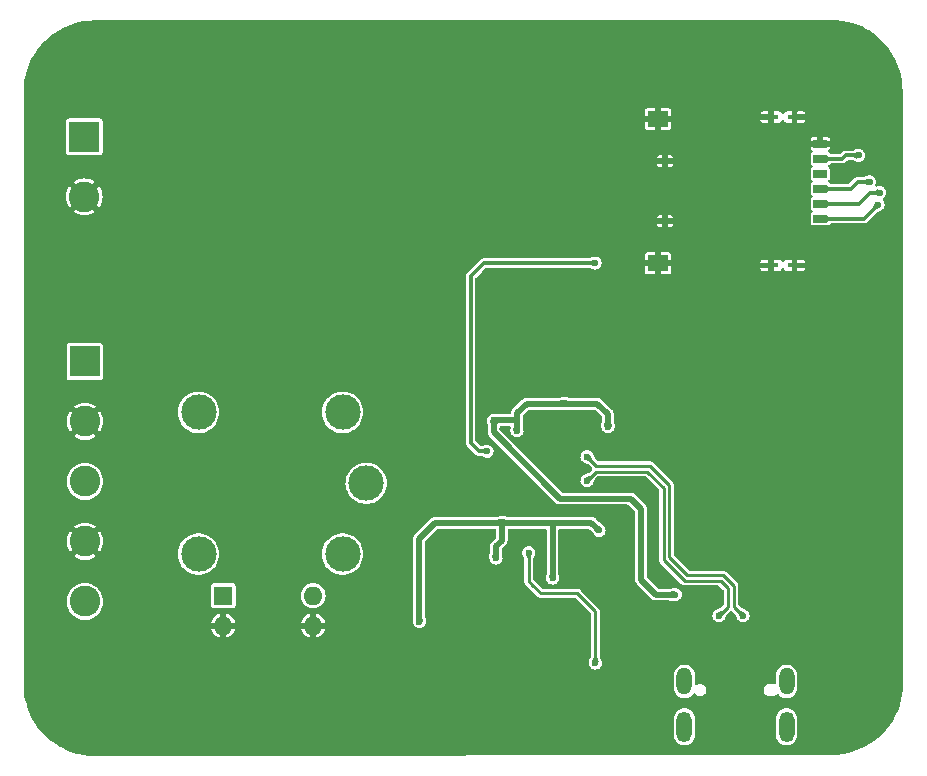
<source format=gbr>
%TF.GenerationSoftware,KiCad,Pcbnew,(7.0.0)*%
%TF.CreationDate,2023-06-28T18:16:18+03:00*%
%TF.ProjectId,GeoLock,47656f4c-6f63-46b2-9e6b-696361645f70,rev?*%
%TF.SameCoordinates,Original*%
%TF.FileFunction,Copper,L2,Bot*%
%TF.FilePolarity,Positive*%
%FSLAX46Y46*%
G04 Gerber Fmt 4.6, Leading zero omitted, Abs format (unit mm)*
G04 Created by KiCad (PCBNEW (7.0.0)) date 2023-06-28 18:16:18*
%MOMM*%
%LPD*%
G01*
G04 APERTURE LIST*
%TA.AperFunction,ComponentPad*%
%ADD10C,3.000000*%
%TD*%
%TA.AperFunction,ComponentPad*%
%ADD11R,2.600000X2.600000*%
%TD*%
%TA.AperFunction,ComponentPad*%
%ADD12C,2.600000*%
%TD*%
%TA.AperFunction,ComponentPad*%
%ADD13R,1.600000X1.600000*%
%TD*%
%TA.AperFunction,ComponentPad*%
%ADD14O,1.600000X1.600000*%
%TD*%
%TA.AperFunction,ComponentPad*%
%ADD15O,1.300000X2.300000*%
%TD*%
%TA.AperFunction,ComponentPad*%
%ADD16O,1.300000X2.600000*%
%TD*%
%TA.AperFunction,SMDPad,CuDef*%
%ADD17R,1.150000X0.650000*%
%TD*%
%TA.AperFunction,SMDPad,CuDef*%
%ADD18R,1.300000X0.450000*%
%TD*%
%TA.AperFunction,SMDPad,CuDef*%
%ADD19R,1.700000X1.400000*%
%TD*%
%TA.AperFunction,SMDPad,CuDef*%
%ADD20R,0.800000X0.540000*%
%TD*%
%TA.AperFunction,ViaPad*%
%ADD21C,0.600000*%
%TD*%
%TA.AperFunction,Conductor*%
%ADD22C,0.500000*%
%TD*%
%TA.AperFunction,Conductor*%
%ADD23C,0.300000*%
%TD*%
%TA.AperFunction,Conductor*%
%ADD24C,0.250000*%
%TD*%
G04 APERTURE END LIST*
D10*
%TO.P,K301,11*%
%TO.N,/MODULE_RELAY/RELAY_POLE*%
X128761400Y-99873400D03*
%TO.P,K301,12*%
%TO.N,/MODULE_RELAY/RELAY_NC*%
X114561400Y-105873400D03*
%TO.P,K301,14*%
%TO.N,/MODULE_RELAY/RELAY_NO*%
X114561400Y-93873400D03*
%TO.P,K301,A1*%
%TO.N,+12V*%
X126761400Y-93873400D03*
%TO.P,K301,A2*%
%TO.N,Net-(D301-A)*%
X126761400Y-105873400D03*
%TD*%
D11*
%TO.P,J101,1,Pin_1*%
%TO.N,Net-(J101-Pin_1)*%
X104896399Y-70537799D03*
D12*
%TO.P,J101,2,Pin_2*%
%TO.N,GND*%
X104896400Y-75617800D03*
%TD*%
D11*
%TO.P,J102,1,Pin_1*%
%TO.N,/MODULE_RELAY/RELAY_NO*%
X104948599Y-89561799D03*
D12*
%TO.P,J102,2,Pin_2*%
%TO.N,GND*%
X104948600Y-94641800D03*
%TO.P,J102,3,Pin_3*%
%TO.N,/MODULE_RELAY/RELAY_POLE*%
X104948600Y-99721800D03*
%TO.P,J102,4,Pin_4*%
%TO.N,GND*%
X104948600Y-104801800D03*
%TO.P,J102,5,Pin_5*%
%TO.N,/MODULE_RELAY/RELAY_NC*%
X104948600Y-109881800D03*
%TD*%
D13*
%TO.P,U301,1*%
%TO.N,Net-(R301-Pad2)*%
X116655599Y-109393399D03*
D14*
%TO.P,U301,2*%
%TO.N,GND*%
X116655599Y-111933399D03*
%TO.P,U301,3*%
X124275599Y-111933399D03*
%TO.P,U301,4*%
%TO.N,Net-(D301-A)*%
X124275599Y-109393399D03*
%TD*%
D15*
%TO.P,J103,S1,SHIELD*%
%TO.N,Earth*%
X155707399Y-116660399D03*
D16*
X155707399Y-120485399D03*
D15*
X164347399Y-116660399D03*
D16*
X164347399Y-120485399D03*
%TD*%
D17*
%TO.P,J401,1,VCC*%
%TO.N,/RF_GSM_SIM800C/VSIM*%
X167208399Y-72389399D03*
%TO.P,J401,2,RST*%
%TO.N,/RF_GSM_SIM800C/SIM_RST*%
X167208399Y-74929399D03*
%TO.P,J401,3,CLK*%
%TO.N,/RF_GSM_SIM800C/SIM_CLK*%
X167208399Y-77469399D03*
%TO.P,J401,5,GND*%
%TO.N,GND*%
X167208399Y-71119399D03*
%TO.P,J401,6,VPP*%
%TO.N,unconnected-(J401-VPP-Pad6)*%
X167208399Y-73659399D03*
%TO.P,J401,7,I/O*%
%TO.N,/RF_GSM_SIM800C/SIM_DIO*%
X167208399Y-76199399D03*
D18*
%TO.P,J401,SH,SH*%
%TO.N,GND*%
X163038399Y-81414399D03*
X165038399Y-81414399D03*
D19*
X153478399Y-81249399D03*
D20*
X154058399Y-77679399D03*
X154058399Y-72599399D03*
D19*
X153478399Y-69039399D03*
D18*
X163038399Y-68874399D03*
X165038399Y-68874399D03*
%TD*%
D21*
%TO.N,+3V3*%
X148470400Y-103854900D03*
X133255800Y-111588400D03*
X141523400Y-95434800D03*
X139542200Y-94545800D03*
X144533400Y-107905400D03*
X139746100Y-106203600D03*
X145495300Y-93132600D03*
X154922000Y-109302400D03*
X149232400Y-95078400D03*
X140225011Y-103216011D03*
%TO.N,GND*%
X161678400Y-103968400D03*
X144203200Y-115855600D03*
X114942400Y-85934400D03*
X159646400Y-111080400D03*
X161678400Y-102698400D03*
X134665400Y-99244800D03*
X147962400Y-105492400D03*
X138754800Y-99244800D03*
X141612400Y-91166800D03*
X153804400Y-108083200D03*
X160408400Y-106508400D03*
X147505200Y-69068800D03*
X122689400Y-83902400D03*
X160408400Y-105238400D03*
X146489200Y-74199600D03*
X163354800Y-114407800D03*
X134246400Y-111588400D03*
X138945400Y-96094400D03*
X135897400Y-83648400D03*
X142793400Y-96831800D03*
X159697200Y-115119000D03*
X109227400Y-83013400D03*
X150604000Y-104933600D03*
X137853100Y-101987200D03*
X134246400Y-83648400D03*
X142120400Y-99650400D03*
X147403600Y-98634400D03*
X160408400Y-102698400D03*
X136278400Y-113366400D03*
X161678400Y-106508400D03*
X159138400Y-102698400D03*
X159138400Y-105238400D03*
X134246400Y-89490400D03*
X161678400Y-105238400D03*
X114815400Y-88855400D03*
X148114800Y-74631400D03*
X125356400Y-77933400D03*
X149435600Y-74047200D03*
X135897400Y-89490400D03*
X145625600Y-67341600D03*
X138500800Y-91751800D03*
X141739400Y-70694400D03*
X160408400Y-103968400D03*
X136278400Y-109810400D03*
X159138400Y-103968400D03*
X134246400Y-115017400D03*
%TO.N,/RF_GSM_SIM800C/SIM_DIO*%
X172244800Y-75266400D03*
%TO.N,/MCU_ST_STM32F103CBTx/SD_NCS*%
X148165600Y-115093600D03*
X142526800Y-105746400D03*
%TO.N,/RF_GSM_SIM800C/VSIM*%
X170466800Y-72116800D03*
%TO.N,/RF_GSM_SIM800C/SIM_RST*%
X171381200Y-74352000D03*
%TO.N,/RF_GSM_SIM800C/SIM_CLK*%
X172092400Y-76282400D03*
%TO.N,/RF_GSM_SIM800C/PWRKEY*%
X148140200Y-81235400D03*
X138996200Y-97161200D03*
%TO.N,/USB_DN*%
X158630400Y-111080400D03*
X147454400Y-99650400D03*
%TO.N,/USB_DP*%
X160662400Y-111080400D03*
X147454400Y-97618400D03*
%TD*%
D22*
%TO.N,+3V3*%
X149232400Y-95078400D02*
X149232400Y-94037000D01*
X133230400Y-104603400D02*
X134617789Y-103216011D01*
X139746100Y-106203600D02*
X139746100Y-105225100D01*
X149232400Y-94037000D02*
X148328000Y-93132600D01*
X147831511Y-103216011D02*
X148470400Y-103854900D01*
X141523400Y-95434800D02*
X141523400Y-94494200D01*
X153296400Y-109302400D02*
X152026400Y-108032400D01*
X133230400Y-111563000D02*
X133230400Y-104603400D01*
X144533400Y-103216011D02*
X147831511Y-103216011D01*
X141523400Y-93948200D02*
X142339000Y-93132600D01*
X141523400Y-94494200D02*
X141523400Y-93948200D01*
X152026400Y-108032400D02*
X152026400Y-102063400D01*
X140225011Y-104746189D02*
X140225011Y-103216011D01*
X141471800Y-94545800D02*
X141523400Y-94494200D01*
X134617789Y-103216011D02*
X140225011Y-103216011D01*
X139746100Y-105225100D02*
X140225011Y-104746189D01*
X145168400Y-101174400D02*
X139542200Y-95548200D01*
X148328000Y-93132600D02*
X145495300Y-93132600D01*
X139542200Y-95548200D02*
X139542200Y-94545800D01*
X151137400Y-101174400D02*
X145168400Y-101174400D01*
X154922000Y-109302400D02*
X153296400Y-109302400D01*
X144533400Y-103216011D02*
X144533400Y-107905400D01*
X139542200Y-94545800D02*
X141471800Y-94545800D01*
X142339000Y-93132600D02*
X145495300Y-93132600D01*
X133255800Y-111588400D02*
X133230400Y-111563000D01*
X152026400Y-102063400D02*
X151137400Y-101174400D01*
X140225011Y-103216011D02*
X144533400Y-103216011D01*
D23*
%TO.N,/RF_GSM_SIM800C/SIM_DIO*%
X170448200Y-76199400D02*
X171381200Y-75266400D01*
X171381200Y-75266400D02*
X172244800Y-75266400D01*
X167208400Y-76199400D02*
X170448200Y-76199400D01*
D24*
%TO.N,/MCU_ST_STM32F103CBTx/SD_NCS*%
X143542800Y-109200800D02*
X146641600Y-109200800D01*
X142526800Y-105746400D02*
X142526800Y-108184800D01*
X142526800Y-108184800D02*
X142831600Y-108489600D01*
X146641600Y-109200800D02*
X148165600Y-110724800D01*
X142831600Y-108489600D02*
X143542800Y-109200800D01*
X148165600Y-110724800D02*
X148165600Y-115093600D01*
D23*
%TO.N,/RF_GSM_SIM800C/VSIM*%
X169076600Y-72389400D02*
X167208400Y-72389400D01*
X169349200Y-72116800D02*
X169076600Y-72389400D01*
X170466800Y-72116800D02*
X169349200Y-72116800D01*
%TO.N,/RF_GSM_SIM800C/SIM_RST*%
X169787800Y-74929400D02*
X170365200Y-74352000D01*
X167208400Y-74929400D02*
X169787800Y-74929400D01*
X170365200Y-74352000D02*
X171381200Y-74352000D01*
%TO.N,/RF_GSM_SIM800C/SIM_CLK*%
X167208400Y-77469400D02*
X170905400Y-77469400D01*
X170905400Y-77469400D02*
X172092400Y-76282400D01*
%TO.N,/RF_GSM_SIM800C/PWRKEY*%
X138310400Y-97161200D02*
X138996200Y-97161200D01*
X148140200Y-81235400D02*
X138716800Y-81235400D01*
X138716800Y-81235400D02*
X137599200Y-82353000D01*
X137599200Y-82353000D02*
X137599200Y-96450000D01*
X137599200Y-96450000D02*
X138310400Y-97161200D01*
D24*
%TO.N,/USB_DN*%
X147454400Y-99650400D02*
X148220400Y-98884400D01*
X152557846Y-98884400D02*
X153935400Y-100261954D01*
X159396400Y-108770954D02*
X159396400Y-110314400D01*
X148220400Y-98884400D02*
X152557846Y-98884400D01*
X153935400Y-100261954D02*
X153935400Y-106357954D01*
X158780846Y-108155400D02*
X159396400Y-108770954D01*
X159396400Y-110314400D02*
X158630400Y-111080400D01*
X153935400Y-106357954D02*
X155732846Y-108155400D01*
X155732846Y-108155400D02*
X158780846Y-108155400D01*
%TO.N,/USB_DP*%
X158987954Y-107655400D02*
X159896400Y-108563846D01*
X159896400Y-108563846D02*
X159896400Y-110314400D01*
X147454400Y-97618400D02*
X148220400Y-98384400D01*
X155939954Y-107655400D02*
X158987954Y-107655400D01*
X154435400Y-100054846D02*
X154435400Y-106150846D01*
X152764954Y-98384400D02*
X154435400Y-100054846D01*
X148220400Y-98384400D02*
X152764954Y-98384400D01*
X154435400Y-106150846D02*
X155939954Y-107655400D01*
X159896400Y-110314400D02*
X160662400Y-111080400D01*
%TD*%
%TA.AperFunction,Conductor*%
%TO.N,GND*%
G36*
X168132499Y-60631797D02*
G01*
X168599764Y-60650157D01*
X168609459Y-60650919D01*
X169071532Y-60705608D01*
X169081128Y-60707129D01*
X169537452Y-60797898D01*
X169546912Y-60800169D01*
X169994707Y-60926461D01*
X170003960Y-60929467D01*
X170440481Y-61090508D01*
X170449452Y-61094224D01*
X170872002Y-61289021D01*
X170880665Y-61293436D01*
X171286608Y-61520776D01*
X171294910Y-61525863D01*
X171681756Y-61784345D01*
X171689630Y-61790065D01*
X172055018Y-62078114D01*
X172062409Y-62084427D01*
X172404070Y-62400256D01*
X172410943Y-62407129D01*
X172708696Y-62729235D01*
X172726767Y-62748784D01*
X172733090Y-62756187D01*
X173021131Y-63121566D01*
X173026854Y-63129443D01*
X173285336Y-63516289D01*
X173290423Y-63524591D01*
X173517763Y-63930534D01*
X173522184Y-63939209D01*
X173716970Y-64361734D01*
X173720696Y-64370730D01*
X173881731Y-64807236D01*
X173884739Y-64816495D01*
X174011029Y-65264283D01*
X174013302Y-65273751D01*
X174104068Y-65730061D01*
X174105592Y-65739678D01*
X174160279Y-66201735D01*
X174161042Y-66211440D01*
X174179404Y-66678756D01*
X174179500Y-66683625D01*
X174179500Y-66728795D01*
X174179544Y-66728932D01*
X174179547Y-66728970D01*
X174230296Y-116818325D01*
X174230200Y-116823319D01*
X174211842Y-117290558D01*
X174211079Y-117300264D01*
X174156392Y-117762321D01*
X174154868Y-117771938D01*
X174064102Y-118228248D01*
X174061829Y-118237716D01*
X173935539Y-118685504D01*
X173932531Y-118694763D01*
X173771496Y-119131269D01*
X173767770Y-119140265D01*
X173572984Y-119562790D01*
X173568563Y-119571465D01*
X173341223Y-119977408D01*
X173336136Y-119985710D01*
X173077654Y-120372556D01*
X173071931Y-120380433D01*
X172783890Y-120745812D01*
X172777567Y-120753215D01*
X172461749Y-121094864D01*
X172454864Y-121101749D01*
X172113215Y-121417567D01*
X172105812Y-121423890D01*
X171740433Y-121711931D01*
X171732556Y-121717654D01*
X171345710Y-121976136D01*
X171337408Y-121981223D01*
X170931465Y-122208563D01*
X170922790Y-122212984D01*
X170500265Y-122407770D01*
X170491269Y-122411496D01*
X170054763Y-122572531D01*
X170045504Y-122575539D01*
X169597716Y-122701829D01*
X169588248Y-122704102D01*
X169131938Y-122794868D01*
X169122321Y-122796392D01*
X168660265Y-122851079D01*
X168650559Y-122851842D01*
X168183226Y-122870204D01*
X168178358Y-122870300D01*
X168133205Y-122870300D01*
X168132982Y-122870371D01*
X168132916Y-122870377D01*
X105800918Y-122971894D01*
X105795848Y-122971798D01*
X105328640Y-122953442D01*
X105318934Y-122952679D01*
X104856878Y-122897992D01*
X104847261Y-122896468D01*
X104390951Y-122805702D01*
X104381483Y-122803429D01*
X103933695Y-122677139D01*
X103924436Y-122674131D01*
X103487930Y-122513096D01*
X103478934Y-122509370D01*
X103056409Y-122314584D01*
X103047734Y-122310163D01*
X102641791Y-122082823D01*
X102633489Y-122077736D01*
X102246643Y-121819254D01*
X102238766Y-121813531D01*
X102046536Y-121661989D01*
X101873384Y-121525487D01*
X101865984Y-121519167D01*
X101849235Y-121503684D01*
X101524329Y-121203343D01*
X101517456Y-121196470D01*
X101504627Y-121182592D01*
X154806900Y-121182592D01*
X154807237Y-121185802D01*
X154807238Y-121185813D01*
X154821046Y-121317195D01*
X154821047Y-121317203D01*
X154821726Y-121323656D01*
X154823731Y-121329828D01*
X154823733Y-121329835D01*
X154854294Y-121423890D01*
X154880221Y-121503684D01*
X154883468Y-121509308D01*
X154883469Y-121509310D01*
X154892810Y-121525490D01*
X154974867Y-121667616D01*
X154979211Y-121672441D01*
X154979213Y-121672443D01*
X155097179Y-121803457D01*
X155101529Y-121808288D01*
X155254670Y-121919551D01*
X155427597Y-121996544D01*
X155612754Y-122035900D01*
X155795543Y-122035900D01*
X155802046Y-122035900D01*
X155987203Y-121996544D01*
X156160130Y-121919551D01*
X156313271Y-121808288D01*
X156439933Y-121667616D01*
X156534579Y-121503684D01*
X156593074Y-121323656D01*
X156607900Y-121182592D01*
X163446900Y-121182592D01*
X163447237Y-121185802D01*
X163447238Y-121185813D01*
X163461046Y-121317195D01*
X163461047Y-121317203D01*
X163461726Y-121323656D01*
X163463731Y-121329828D01*
X163463733Y-121329835D01*
X163494294Y-121423890D01*
X163520221Y-121503684D01*
X163523468Y-121509308D01*
X163523469Y-121509310D01*
X163532810Y-121525490D01*
X163614867Y-121667616D01*
X163619211Y-121672441D01*
X163619213Y-121672443D01*
X163737179Y-121803457D01*
X163741529Y-121808288D01*
X163894670Y-121919551D01*
X164067597Y-121996544D01*
X164252754Y-122035900D01*
X164435543Y-122035900D01*
X164442046Y-122035900D01*
X164627203Y-121996544D01*
X164800130Y-121919551D01*
X164953271Y-121808288D01*
X165079933Y-121667616D01*
X165174579Y-121503684D01*
X165233074Y-121323656D01*
X165247900Y-121182592D01*
X165247900Y-119788208D01*
X165233074Y-119647144D01*
X165174579Y-119467116D01*
X165079933Y-119303184D01*
X164953271Y-119162512D01*
X164948013Y-119158692D01*
X164948011Y-119158690D01*
X164805388Y-119055069D01*
X164805387Y-119055068D01*
X164800130Y-119051249D01*
X164727380Y-119018858D01*
X164633145Y-118976901D01*
X164633140Y-118976899D01*
X164627203Y-118974256D01*
X164620844Y-118972904D01*
X164620840Y-118972903D01*
X164448408Y-118936252D01*
X164448405Y-118936251D01*
X164442046Y-118934900D01*
X164252754Y-118934900D01*
X164246395Y-118936251D01*
X164246391Y-118936252D01*
X164073959Y-118972903D01*
X164073952Y-118972905D01*
X164067597Y-118974256D01*
X164061662Y-118976898D01*
X164061654Y-118976901D01*
X163900607Y-119048605D01*
X163900602Y-119048607D01*
X163894670Y-119051249D01*
X163889416Y-119055065D01*
X163889411Y-119055069D01*
X163746788Y-119158690D01*
X163746781Y-119158695D01*
X163741529Y-119162512D01*
X163737184Y-119167337D01*
X163737179Y-119167342D01*
X163619213Y-119298356D01*
X163619208Y-119298362D01*
X163614867Y-119303184D01*
X163611622Y-119308804D01*
X163611618Y-119308810D01*
X163523469Y-119461489D01*
X163523466Y-119461494D01*
X163520221Y-119467116D01*
X163518215Y-119473288D01*
X163518213Y-119473294D01*
X163463733Y-119640964D01*
X163463731Y-119640973D01*
X163461726Y-119647144D01*
X163461048Y-119653594D01*
X163461046Y-119653604D01*
X163447238Y-119784986D01*
X163447237Y-119784998D01*
X163446900Y-119788208D01*
X163446900Y-121182592D01*
X156607900Y-121182592D01*
X156607900Y-119788208D01*
X156593074Y-119647144D01*
X156534579Y-119467116D01*
X156439933Y-119303184D01*
X156313271Y-119162512D01*
X156308013Y-119158692D01*
X156308011Y-119158690D01*
X156165388Y-119055069D01*
X156165387Y-119055068D01*
X156160130Y-119051249D01*
X156087380Y-119018858D01*
X155993145Y-118976901D01*
X155993140Y-118976899D01*
X155987203Y-118974256D01*
X155980844Y-118972904D01*
X155980840Y-118972903D01*
X155808408Y-118936252D01*
X155808405Y-118936251D01*
X155802046Y-118934900D01*
X155612754Y-118934900D01*
X155606395Y-118936251D01*
X155606391Y-118936252D01*
X155433959Y-118972903D01*
X155433952Y-118972905D01*
X155427597Y-118974256D01*
X155421662Y-118976898D01*
X155421654Y-118976901D01*
X155260607Y-119048605D01*
X155260602Y-119048607D01*
X155254670Y-119051249D01*
X155249416Y-119055065D01*
X155249411Y-119055069D01*
X155106788Y-119158690D01*
X155106781Y-119158695D01*
X155101529Y-119162512D01*
X155097184Y-119167337D01*
X155097179Y-119167342D01*
X154979213Y-119298356D01*
X154979208Y-119298362D01*
X154974867Y-119303184D01*
X154971622Y-119308804D01*
X154971618Y-119308810D01*
X154883469Y-119461489D01*
X154883466Y-119461494D01*
X154880221Y-119467116D01*
X154878215Y-119473288D01*
X154878213Y-119473294D01*
X154823733Y-119640964D01*
X154823731Y-119640973D01*
X154821726Y-119647144D01*
X154821048Y-119653594D01*
X154821046Y-119653604D01*
X154807238Y-119784986D01*
X154807237Y-119784998D01*
X154806900Y-119788208D01*
X154806900Y-121182592D01*
X101504627Y-121182592D01*
X101201627Y-120854809D01*
X101195309Y-120847412D01*
X101136462Y-120772765D01*
X100907265Y-120482030D01*
X100901545Y-120474156D01*
X100894194Y-120463155D01*
X100826307Y-120361555D01*
X100643063Y-120087310D01*
X100637976Y-120079008D01*
X100410636Y-119673065D01*
X100406221Y-119664402D01*
X100211424Y-119241852D01*
X100207708Y-119232881D01*
X100046667Y-118796360D01*
X100043660Y-118787104D01*
X100003549Y-118644881D01*
X99917369Y-118339312D01*
X99915097Y-118329848D01*
X99895838Y-118233028D01*
X99824329Y-117873528D01*
X99822807Y-117863921D01*
X99819181Y-117833288D01*
X99768119Y-117401859D01*
X99767357Y-117392158D01*
X99763746Y-117300264D01*
X99760105Y-117207592D01*
X154806900Y-117207592D01*
X154807237Y-117210802D01*
X154807238Y-117210813D01*
X154821046Y-117342195D01*
X154821047Y-117342203D01*
X154821726Y-117348656D01*
X154823731Y-117354828D01*
X154823733Y-117354835D01*
X154878213Y-117522505D01*
X154880221Y-117528684D01*
X154974867Y-117692616D01*
X154979211Y-117697441D01*
X154979213Y-117697443D01*
X155001625Y-117722334D01*
X155101529Y-117833288D01*
X155254670Y-117944551D01*
X155427597Y-118021544D01*
X155612754Y-118060900D01*
X155795543Y-118060900D01*
X155802046Y-118060900D01*
X155987203Y-118021544D01*
X156160130Y-117944551D01*
X156313271Y-117833288D01*
X156439933Y-117692616D01*
X156441171Y-117693730D01*
X156479334Y-117661594D01*
X156537591Y-117648913D01*
X156595032Y-117664888D01*
X156638377Y-117705823D01*
X156645257Y-117716528D01*
X156651955Y-117722332D01*
X156651957Y-117722334D01*
X156652321Y-117722649D01*
X156754027Y-117810777D01*
X156884943Y-117870565D01*
X156991601Y-117885900D01*
X157058773Y-117885900D01*
X157063199Y-117885900D01*
X157169857Y-117870565D01*
X157300773Y-117810777D01*
X157409543Y-117716528D01*
X157487353Y-117595453D01*
X157527900Y-117457361D01*
X162401900Y-117457361D01*
X162442447Y-117595453D01*
X162520257Y-117716528D01*
X162526955Y-117722332D01*
X162526957Y-117722334D01*
X162527321Y-117722649D01*
X162629027Y-117810777D01*
X162759943Y-117870565D01*
X162866601Y-117885900D01*
X163183773Y-117885900D01*
X163188199Y-117885900D01*
X163294857Y-117870565D01*
X163425773Y-117810777D01*
X163499815Y-117746619D01*
X163556776Y-117718726D01*
X163620081Y-117722649D01*
X163673164Y-117757361D01*
X163741529Y-117833288D01*
X163894670Y-117944551D01*
X164067597Y-118021544D01*
X164252754Y-118060900D01*
X164435543Y-118060900D01*
X164442046Y-118060900D01*
X164627203Y-118021544D01*
X164800130Y-117944551D01*
X164953271Y-117833288D01*
X165079933Y-117692616D01*
X165174579Y-117528684D01*
X165233074Y-117348656D01*
X165247900Y-117207592D01*
X165247900Y-116113208D01*
X165233074Y-115972144D01*
X165174579Y-115792116D01*
X165079933Y-115628184D01*
X165031560Y-115574461D01*
X164957620Y-115492342D01*
X164957619Y-115492341D01*
X164953271Y-115487512D01*
X164948013Y-115483692D01*
X164948011Y-115483690D01*
X164805388Y-115380069D01*
X164805387Y-115380068D01*
X164800130Y-115376249D01*
X164794192Y-115373605D01*
X164633145Y-115301901D01*
X164633140Y-115301899D01*
X164627203Y-115299256D01*
X164620844Y-115297904D01*
X164620840Y-115297903D01*
X164448408Y-115261252D01*
X164448405Y-115261251D01*
X164442046Y-115259900D01*
X164252754Y-115259900D01*
X164246395Y-115261251D01*
X164246391Y-115261252D01*
X164073959Y-115297903D01*
X164073952Y-115297905D01*
X164067597Y-115299256D01*
X164061662Y-115301898D01*
X164061654Y-115301901D01*
X163900607Y-115373605D01*
X163900602Y-115373607D01*
X163894670Y-115376249D01*
X163889416Y-115380065D01*
X163889411Y-115380069D01*
X163746788Y-115483690D01*
X163746781Y-115483695D01*
X163741529Y-115487512D01*
X163737184Y-115492337D01*
X163737179Y-115492342D01*
X163619213Y-115623356D01*
X163619208Y-115623362D01*
X163614867Y-115628184D01*
X163611622Y-115633804D01*
X163611618Y-115633810D01*
X163523469Y-115786489D01*
X163523466Y-115786494D01*
X163520221Y-115792116D01*
X163518215Y-115798288D01*
X163518213Y-115798294D01*
X163463733Y-115965964D01*
X163463731Y-115965973D01*
X163461726Y-115972144D01*
X163461048Y-115978594D01*
X163461046Y-115978604D01*
X163447238Y-116109986D01*
X163447237Y-116109998D01*
X163446900Y-116113208D01*
X163446900Y-116116450D01*
X163446900Y-116780550D01*
X163433783Y-116836056D01*
X163397208Y-116879819D01*
X163344913Y-116902580D01*
X163294905Y-116899898D01*
X163294857Y-116900235D01*
X163286075Y-116898972D01*
X163286074Y-116898972D01*
X163192579Y-116885529D01*
X163192568Y-116885528D01*
X163188199Y-116884900D01*
X162866601Y-116884900D01*
X162862232Y-116885528D01*
X162862220Y-116885529D01*
X162768722Y-116898972D01*
X162768716Y-116898973D01*
X162759943Y-116900235D01*
X162751875Y-116903919D01*
X162751873Y-116903920D01*
X162637094Y-116956338D01*
X162637089Y-116956341D01*
X162629027Y-116960023D01*
X162622327Y-116965828D01*
X162622323Y-116965831D01*
X162526957Y-117048465D01*
X162526951Y-117048470D01*
X162520257Y-117054272D01*
X162515466Y-117061725D01*
X162515464Y-117061729D01*
X162447243Y-117167884D01*
X162442447Y-117175347D01*
X162439947Y-117183860D01*
X162439947Y-117183861D01*
X162404399Y-117304926D01*
X162404398Y-117304930D01*
X162401900Y-117313439D01*
X162401900Y-117457361D01*
X157527900Y-117457361D01*
X157527900Y-117313439D01*
X157487353Y-117175347D01*
X157409543Y-117054272D01*
X157402844Y-117048467D01*
X157402842Y-117048465D01*
X157307476Y-116965831D01*
X157307475Y-116965830D01*
X157300773Y-116960023D01*
X157292707Y-116956339D01*
X157292705Y-116956338D01*
X157177926Y-116903920D01*
X157177925Y-116903919D01*
X157169857Y-116900235D01*
X157161081Y-116898973D01*
X157161077Y-116898972D01*
X157067579Y-116885529D01*
X157067568Y-116885528D01*
X157063199Y-116884900D01*
X156991601Y-116884900D01*
X156987232Y-116885528D01*
X156987220Y-116885529D01*
X156893722Y-116898972D01*
X156893716Y-116898973D01*
X156884943Y-116900235D01*
X156876875Y-116903919D01*
X156876873Y-116903920D01*
X156783412Y-116946603D01*
X156723054Y-116957493D01*
X156664861Y-116938125D01*
X156623068Y-116893236D01*
X156607900Y-116833809D01*
X156607900Y-116116450D01*
X156607900Y-116113208D01*
X156593074Y-115972144D01*
X156534579Y-115792116D01*
X156439933Y-115628184D01*
X156391560Y-115574461D01*
X156317620Y-115492342D01*
X156317619Y-115492341D01*
X156313271Y-115487512D01*
X156308013Y-115483692D01*
X156308011Y-115483690D01*
X156165388Y-115380069D01*
X156165387Y-115380068D01*
X156160130Y-115376249D01*
X156154192Y-115373605D01*
X155993145Y-115301901D01*
X155993140Y-115301899D01*
X155987203Y-115299256D01*
X155980844Y-115297904D01*
X155980840Y-115297903D01*
X155808408Y-115261252D01*
X155808405Y-115261251D01*
X155802046Y-115259900D01*
X155612754Y-115259900D01*
X155606395Y-115261251D01*
X155606391Y-115261252D01*
X155433959Y-115297903D01*
X155433952Y-115297905D01*
X155427597Y-115299256D01*
X155421662Y-115301898D01*
X155421654Y-115301901D01*
X155260607Y-115373605D01*
X155260602Y-115373607D01*
X155254670Y-115376249D01*
X155249416Y-115380065D01*
X155249411Y-115380069D01*
X155106788Y-115483690D01*
X155106781Y-115483695D01*
X155101529Y-115487512D01*
X155097184Y-115492337D01*
X155097179Y-115492342D01*
X154979213Y-115623356D01*
X154979208Y-115623362D01*
X154974867Y-115628184D01*
X154971622Y-115633804D01*
X154971618Y-115633810D01*
X154883469Y-115786489D01*
X154883466Y-115786494D01*
X154880221Y-115792116D01*
X154878215Y-115798288D01*
X154878213Y-115798294D01*
X154823733Y-115965964D01*
X154823731Y-115965973D01*
X154821726Y-115972144D01*
X154821048Y-115978594D01*
X154821046Y-115978604D01*
X154807238Y-116109986D01*
X154807237Y-116109998D01*
X154806900Y-116113208D01*
X154806900Y-117207592D01*
X99760105Y-117207592D01*
X99748996Y-116924843D01*
X99748900Y-116919975D01*
X99748900Y-112186012D01*
X115637711Y-112186012D01*
X115638404Y-112197297D01*
X115679064Y-112331334D01*
X115683703Y-112342534D01*
X115775457Y-112514195D01*
X115782199Y-112524284D01*
X115905682Y-112674748D01*
X115914251Y-112683317D01*
X116064715Y-112806800D01*
X116074804Y-112813542D01*
X116246465Y-112905296D01*
X116257665Y-112909935D01*
X116391702Y-112950595D01*
X116402987Y-112951288D01*
X116405600Y-112940287D01*
X116905600Y-112940287D01*
X116908212Y-112951288D01*
X116919497Y-112950595D01*
X117053534Y-112909935D01*
X117064734Y-112905296D01*
X117236395Y-112813542D01*
X117246484Y-112806800D01*
X117396948Y-112683317D01*
X117405517Y-112674748D01*
X117529000Y-112524284D01*
X117535742Y-112514195D01*
X117627496Y-112342534D01*
X117632135Y-112331334D01*
X117672795Y-112197297D01*
X117673488Y-112186012D01*
X123257711Y-112186012D01*
X123258404Y-112197297D01*
X123299064Y-112331334D01*
X123303703Y-112342534D01*
X123395457Y-112514195D01*
X123402199Y-112524284D01*
X123525682Y-112674748D01*
X123534251Y-112683317D01*
X123684715Y-112806800D01*
X123694804Y-112813542D01*
X123866465Y-112905296D01*
X123877665Y-112909935D01*
X124011702Y-112950595D01*
X124022987Y-112951288D01*
X124025600Y-112940287D01*
X124525600Y-112940287D01*
X124528212Y-112951288D01*
X124539497Y-112950595D01*
X124673534Y-112909935D01*
X124684734Y-112905296D01*
X124856395Y-112813542D01*
X124866484Y-112806800D01*
X125016948Y-112683317D01*
X125025517Y-112674748D01*
X125149000Y-112524284D01*
X125155742Y-112514195D01*
X125247496Y-112342534D01*
X125252135Y-112331334D01*
X125292795Y-112197297D01*
X125293488Y-112186012D01*
X125282487Y-112183400D01*
X124541926Y-112183400D01*
X124529050Y-112186850D01*
X124525600Y-112199726D01*
X124525600Y-112940287D01*
X124025600Y-112940287D01*
X124025600Y-112199726D01*
X124022149Y-112186850D01*
X124009274Y-112183400D01*
X123268713Y-112183400D01*
X123257711Y-112186012D01*
X117673488Y-112186012D01*
X117662487Y-112183400D01*
X116921926Y-112183400D01*
X116909050Y-112186850D01*
X116905600Y-112199726D01*
X116905600Y-112940287D01*
X116405600Y-112940287D01*
X116405600Y-112199726D01*
X116402149Y-112186850D01*
X116389274Y-112183400D01*
X115648713Y-112183400D01*
X115637711Y-112186012D01*
X99748900Y-112186012D01*
X99748900Y-111680787D01*
X115637711Y-111680787D01*
X115648713Y-111683400D01*
X116389274Y-111683400D01*
X116402149Y-111679949D01*
X116405600Y-111667074D01*
X116905600Y-111667074D01*
X116909050Y-111679949D01*
X116921926Y-111683400D01*
X117662487Y-111683400D01*
X117673488Y-111680787D01*
X123257711Y-111680787D01*
X123268713Y-111683400D01*
X124009274Y-111683400D01*
X124022149Y-111679949D01*
X124025600Y-111667074D01*
X124525600Y-111667074D01*
X124529050Y-111679949D01*
X124541926Y-111683400D01*
X125282487Y-111683400D01*
X125293488Y-111680787D01*
X125292795Y-111669502D01*
X125268193Y-111588400D01*
X132700550Y-111588400D01*
X132701610Y-111596451D01*
X132701610Y-111596457D01*
X132712713Y-111680787D01*
X132719470Y-111732109D01*
X132774939Y-111866025D01*
X132863179Y-111981021D01*
X132978175Y-112069261D01*
X133112091Y-112124730D01*
X133255800Y-112143650D01*
X133399509Y-112124730D01*
X133533425Y-112069261D01*
X133648421Y-111981021D01*
X133736661Y-111866025D01*
X133792130Y-111732109D01*
X133811050Y-111588400D01*
X133807178Y-111558995D01*
X133806130Y-111544509D01*
X133805998Y-111534851D01*
X133794544Y-111462702D01*
X133794087Y-111459561D01*
X133792130Y-111444691D01*
X133792129Y-111444689D01*
X133792129Y-111444686D01*
X133794158Y-111444418D01*
X133794191Y-111442506D01*
X133791408Y-111442948D01*
X133734306Y-111083258D01*
X133734176Y-111082886D01*
X133730900Y-111056353D01*
X133730900Y-104862076D01*
X133740339Y-104814623D01*
X133767219Y-104774395D01*
X134788783Y-103752830D01*
X134829011Y-103725950D01*
X134876464Y-103716511D01*
X139600511Y-103716511D01*
X139662511Y-103733124D01*
X139707898Y-103778511D01*
X139724511Y-103840511D01*
X139724511Y-104487513D01*
X139715072Y-104534966D01*
X139688194Y-104575191D01*
X139499325Y-104764060D01*
X139439670Y-104823715D01*
X139429057Y-104832268D01*
X139429133Y-104832355D01*
X139422428Y-104838164D01*
X139414972Y-104842957D01*
X139409167Y-104849655D01*
X139409166Y-104849657D01*
X139382453Y-104880485D01*
X139376427Y-104886958D01*
X139370007Y-104893378D01*
X139370002Y-104893383D01*
X139366879Y-104896507D01*
X139364232Y-104900042D01*
X139364217Y-104900060D01*
X139358774Y-104907330D01*
X139353232Y-104914207D01*
X139326529Y-104945025D01*
X139326525Y-104945030D01*
X139320723Y-104951727D01*
X139317040Y-104959789D01*
X139312244Y-104967253D01*
X139312148Y-104967191D01*
X139311767Y-104967832D01*
X139311868Y-104967887D01*
X139307619Y-104975668D01*
X139302304Y-104982769D01*
X139299205Y-104991076D01*
X139299204Y-104991079D01*
X139289702Y-105016553D01*
X139286081Y-105026265D01*
X139284952Y-105029291D01*
X139281566Y-105037466D01*
X139264618Y-105074576D01*
X139264616Y-105074582D01*
X139260935Y-105082643D01*
X139259672Y-105091419D01*
X139257175Y-105099927D01*
X139257064Y-105099894D01*
X139256879Y-105100620D01*
X139256992Y-105100645D01*
X139255107Y-105109308D01*
X139252009Y-105117617D01*
X139251376Y-105126460D01*
X139251376Y-105126462D01*
X139248465Y-105167154D01*
X139247520Y-105175943D01*
X139245600Y-105189301D01*
X139245600Y-105193730D01*
X139245600Y-105202792D01*
X139245284Y-105211639D01*
X139242373Y-105252326D01*
X139242373Y-105252331D01*
X139241741Y-105261173D01*
X139243625Y-105269837D01*
X139244259Y-105278686D01*
X139244143Y-105278694D01*
X139245600Y-105292244D01*
X139245600Y-105674318D01*
X139243238Y-105698406D01*
X139242494Y-105702158D01*
X139240883Y-105707616D01*
X139240294Y-105713267D01*
X139240293Y-105713274D01*
X139193762Y-106159963D01*
X139193761Y-106159971D01*
X139193315Y-106164260D01*
X139193467Y-106168565D01*
X139193467Y-106168588D01*
X139193524Y-106170172D01*
X139192542Y-106190735D01*
X139191910Y-106195536D01*
X139191910Y-106195546D01*
X139190850Y-106203600D01*
X139191910Y-106211651D01*
X139191910Y-106211657D01*
X139208322Y-106336314D01*
X139209770Y-106347309D01*
X139212881Y-106354820D01*
X139212882Y-106354823D01*
X139236604Y-106412094D01*
X139265239Y-106481225D01*
X139353479Y-106596221D01*
X139468475Y-106684461D01*
X139602391Y-106739930D01*
X139746100Y-106758850D01*
X139889809Y-106739930D01*
X140023725Y-106684461D01*
X140138721Y-106596221D01*
X140226961Y-106481225D01*
X140282430Y-106347309D01*
X140301350Y-106203600D01*
X140299658Y-106190749D01*
X140298675Y-106170141D01*
X140298730Y-106168580D01*
X140298884Y-106164260D01*
X140255357Y-105746400D01*
X141971550Y-105746400D01*
X141972611Y-105754459D01*
X141989408Y-105882048D01*
X141989409Y-105882050D01*
X141990470Y-105890109D01*
X142008577Y-105933823D01*
X142015579Y-105956815D01*
X142017083Y-105964292D01*
X142017084Y-105964294D01*
X142018285Y-105970263D01*
X142020622Y-105975873D01*
X142020625Y-105975881D01*
X142141762Y-106266608D01*
X142151300Y-106314300D01*
X142151300Y-108132995D01*
X142148660Y-108158444D01*
X142148541Y-108159009D01*
X142148540Y-108159016D01*
X142146433Y-108169068D01*
X142147703Y-108179258D01*
X142147703Y-108179262D01*
X142150348Y-108200476D01*
X142150671Y-108205691D01*
X142150877Y-108205674D01*
X142151300Y-108210781D01*
X142151300Y-108215914D01*
X142152144Y-108220972D01*
X142152145Y-108220984D01*
X142154718Y-108236403D01*
X142155457Y-108241470D01*
X142160663Y-108283230D01*
X142161934Y-108293426D01*
X142165426Y-108300570D01*
X142166735Y-108308410D01*
X142191645Y-108354441D01*
X142193971Y-108358961D01*
X142212460Y-108396779D01*
X142212461Y-108396781D01*
X142216974Y-108406011D01*
X142222597Y-108411634D01*
X142226381Y-108418626D01*
X142233938Y-108425582D01*
X142233939Y-108425584D01*
X142264882Y-108454069D01*
X142268580Y-108457617D01*
X142521771Y-108710807D01*
X142521774Y-108710811D01*
X143240650Y-109429687D01*
X143256774Y-109449541D01*
X143262716Y-109458636D01*
X143270818Y-109464942D01*
X143270821Y-109464945D01*
X143287694Y-109478077D01*
X143291611Y-109481537D01*
X143291745Y-109481380D01*
X143295654Y-109484691D01*
X143299283Y-109488320D01*
X143303455Y-109491298D01*
X143303460Y-109491303D01*
X143316195Y-109500395D01*
X143320299Y-109503455D01*
X143361611Y-109535609D01*
X143369131Y-109538190D01*
X143375601Y-109542810D01*
X143425799Y-109557754D01*
X143430591Y-109559290D01*
X143480140Y-109576300D01*
X143488094Y-109576300D01*
X143495712Y-109578568D01*
X143547992Y-109576406D01*
X143553116Y-109576300D01*
X146434701Y-109576300D01*
X146482154Y-109585739D01*
X146522382Y-109612619D01*
X147753781Y-110844018D01*
X147780661Y-110884246D01*
X147790100Y-110931699D01*
X147790100Y-114525701D01*
X147780561Y-114573393D01*
X147659426Y-114864113D01*
X147659422Y-114864125D01*
X147657084Y-114869737D01*
X147655884Y-114875698D01*
X147655880Y-114875714D01*
X147654377Y-114883186D01*
X147647376Y-114906175D01*
X147632379Y-114942381D01*
X147632375Y-114942392D01*
X147629270Y-114949891D01*
X147628210Y-114957942D01*
X147628209Y-114957946D01*
X147611411Y-115085541D01*
X147610350Y-115093600D01*
X147629270Y-115237309D01*
X147684739Y-115371225D01*
X147772979Y-115486221D01*
X147887975Y-115574461D01*
X148021891Y-115629930D01*
X148165600Y-115648850D01*
X148309309Y-115629930D01*
X148443225Y-115574461D01*
X148558221Y-115486221D01*
X148646461Y-115371225D01*
X148701930Y-115237309D01*
X148720850Y-115093600D01*
X148701930Y-114949891D01*
X148683821Y-114906172D01*
X148676818Y-114883176D01*
X148675315Y-114875705D01*
X148674114Y-114869736D01*
X148550638Y-114573392D01*
X148541100Y-114525700D01*
X148541100Y-110776603D01*
X148543739Y-110751157D01*
X148543741Y-110751143D01*
X148545967Y-110740531D01*
X148542051Y-110709124D01*
X148541728Y-110703913D01*
X148541524Y-110703930D01*
X148541100Y-110698815D01*
X148541100Y-110693686D01*
X148537669Y-110673129D01*
X148536942Y-110668140D01*
X148530465Y-110616174D01*
X148526973Y-110609032D01*
X148525665Y-110601190D01*
X148514972Y-110581432D01*
X148500760Y-110555170D01*
X148498414Y-110550611D01*
X148479939Y-110512820D01*
X148475426Y-110503588D01*
X148469801Y-110497963D01*
X148466019Y-110490974D01*
X148427505Y-110455519D01*
X148423831Y-110451993D01*
X146943750Y-108971912D01*
X146927622Y-108952051D01*
X146927306Y-108951568D01*
X146927303Y-108951565D01*
X146921684Y-108942964D01*
X146896709Y-108923525D01*
X146892790Y-108920064D01*
X146892658Y-108920221D01*
X146888743Y-108916905D01*
X146885118Y-108913280D01*
X146868191Y-108901195D01*
X146864081Y-108898130D01*
X146830897Y-108872302D01*
X146822789Y-108865991D01*
X146815268Y-108863409D01*
X146808799Y-108858790D01*
X146798953Y-108855858D01*
X146798950Y-108855857D01*
X146758643Y-108843856D01*
X146753767Y-108842294D01*
X146713981Y-108828636D01*
X146713974Y-108828634D01*
X146704260Y-108825300D01*
X146696306Y-108825300D01*
X146688688Y-108823032D01*
X146678423Y-108823456D01*
X146678420Y-108823456D01*
X146636407Y-108825194D01*
X146631284Y-108825300D01*
X143749699Y-108825300D01*
X143702246Y-108815861D01*
X143662018Y-108788981D01*
X143386110Y-108513073D01*
X143075118Y-108202080D01*
X143075115Y-108202077D01*
X142938619Y-108065580D01*
X142911739Y-108025353D01*
X142902300Y-107977900D01*
X142902300Y-106314300D01*
X142911838Y-106266608D01*
X143032971Y-105975886D01*
X143032973Y-105975881D01*
X143035314Y-105970263D01*
X143038019Y-105956814D01*
X143045022Y-105933823D01*
X143063130Y-105890109D01*
X143082050Y-105746400D01*
X143063130Y-105602691D01*
X143007661Y-105468775D01*
X142919421Y-105353779D01*
X142912978Y-105348835D01*
X142810871Y-105270485D01*
X142810869Y-105270484D01*
X142804425Y-105265539D01*
X142768392Y-105250614D01*
X142678023Y-105213182D01*
X142678020Y-105213181D01*
X142670509Y-105210070D01*
X142662449Y-105209008D01*
X142662446Y-105209008D01*
X142534859Y-105192211D01*
X142526800Y-105191150D01*
X142518741Y-105192211D01*
X142391153Y-105209008D01*
X142391148Y-105209009D01*
X142383091Y-105210070D01*
X142375581Y-105213180D01*
X142375576Y-105213182D01*
X142256685Y-105262428D01*
X142256683Y-105262429D01*
X142249175Y-105265539D01*
X142242733Y-105270482D01*
X142242728Y-105270485D01*
X142140621Y-105348835D01*
X142140617Y-105348838D01*
X142134179Y-105353779D01*
X142129238Y-105360217D01*
X142129235Y-105360221D01*
X142050885Y-105462328D01*
X142050882Y-105462333D01*
X142045939Y-105468775D01*
X142042829Y-105476283D01*
X142042828Y-105476285D01*
X141993582Y-105595176D01*
X141993580Y-105595181D01*
X141990470Y-105602691D01*
X141989409Y-105610748D01*
X141989408Y-105610753D01*
X141977685Y-105699799D01*
X141971550Y-105746400D01*
X140255357Y-105746400D01*
X140251317Y-105707617D01*
X140249707Y-105702167D01*
X140248962Y-105698401D01*
X140246600Y-105674316D01*
X140246600Y-105483776D01*
X140256039Y-105436323D01*
X140282916Y-105396097D01*
X140531445Y-105147567D01*
X140542047Y-105139025D01*
X140541972Y-105138938D01*
X140548678Y-105133126D01*
X140556139Y-105128332D01*
X140588664Y-105090793D01*
X140594685Y-105084328D01*
X140596370Y-105082643D01*
X140604231Y-105074783D01*
X140612314Y-105063983D01*
X140617866Y-105057092D01*
X140650388Y-105019562D01*
X140654073Y-105011490D01*
X140658867Y-105004032D01*
X140658965Y-105004095D01*
X140659341Y-105003462D01*
X140659239Y-105003407D01*
X140663492Y-104995617D01*
X140668806Y-104988520D01*
X140686163Y-104941982D01*
X140689544Y-104933822D01*
X140706490Y-104896717D01*
X140706490Y-104896716D01*
X140710176Y-104888646D01*
X140711438Y-104879865D01*
X140713937Y-104871355D01*
X140714050Y-104871388D01*
X140714231Y-104870678D01*
X140714116Y-104870653D01*
X140716002Y-104861982D01*
X140719102Y-104853672D01*
X140722644Y-104804129D01*
X140723585Y-104795376D01*
X140725511Y-104781988D01*
X140725511Y-104768488D01*
X140725827Y-104759642D01*
X140728736Y-104718962D01*
X140729369Y-104710116D01*
X140727483Y-104701448D01*
X140726851Y-104692605D01*
X140726967Y-104692596D01*
X140725511Y-104679051D01*
X140725511Y-103840511D01*
X140742124Y-103778511D01*
X140787511Y-103733124D01*
X140849511Y-103716511D01*
X143908900Y-103716511D01*
X143970900Y-103733124D01*
X144016287Y-103778511D01*
X144032900Y-103840511D01*
X144032900Y-107376118D01*
X144030538Y-107400206D01*
X144029794Y-107403958D01*
X144028183Y-107409416D01*
X144027594Y-107415067D01*
X144027593Y-107415074D01*
X143981062Y-107861763D01*
X143981061Y-107861771D01*
X143980615Y-107866060D01*
X143980767Y-107870365D01*
X143980767Y-107870388D01*
X143980824Y-107871972D01*
X143979842Y-107892535D01*
X143979210Y-107897336D01*
X143979210Y-107897346D01*
X143978150Y-107905400D01*
X143979210Y-107913451D01*
X143979210Y-107913457D01*
X143993942Y-108025353D01*
X143997070Y-108049109D01*
X144000181Y-108056620D01*
X144000182Y-108056623D01*
X144031006Y-108131040D01*
X144052539Y-108183025D01*
X144057484Y-108189469D01*
X144057485Y-108189471D01*
X144134369Y-108289667D01*
X144140779Y-108298021D01*
X144255775Y-108386261D01*
X144389691Y-108441730D01*
X144533400Y-108460650D01*
X144677109Y-108441730D01*
X144811025Y-108386261D01*
X144926021Y-108298021D01*
X145014261Y-108183025D01*
X145069730Y-108049109D01*
X145088650Y-107905400D01*
X145086958Y-107892549D01*
X145085975Y-107871941D01*
X145086030Y-107870380D01*
X145086184Y-107866060D01*
X145038617Y-107409417D01*
X145037007Y-107403967D01*
X145036262Y-107400201D01*
X145033900Y-107376116D01*
X145033900Y-103840511D01*
X145050513Y-103778511D01*
X145095900Y-103733124D01*
X145157900Y-103716511D01*
X147572835Y-103716511D01*
X147620288Y-103725950D01*
X147660516Y-103752830D01*
X147742233Y-103834547D01*
X147757592Y-103853245D01*
X147759731Y-103856440D01*
X147762444Y-103861427D01*
X147766022Y-103865837D01*
X148045706Y-104210567D01*
X148051703Y-104217958D01*
X148054859Y-104220898D01*
X148054860Y-104220899D01*
X148056028Y-104221987D01*
X148069885Y-104237233D01*
X148077779Y-104247521D01*
X148192775Y-104335761D01*
X148326691Y-104391230D01*
X148470400Y-104410150D01*
X148614109Y-104391230D01*
X148748025Y-104335761D01*
X148863021Y-104247521D01*
X148951261Y-104132525D01*
X149006730Y-103998609D01*
X149025650Y-103854900D01*
X149006730Y-103711191D01*
X148951261Y-103577275D01*
X148863021Y-103462279D01*
X148852733Y-103454385D01*
X148837487Y-103440528D01*
X148836399Y-103439360D01*
X148836398Y-103439359D01*
X148833458Y-103436203D01*
X148806838Y-103414606D01*
X148481337Y-103150522D01*
X148476927Y-103146944D01*
X148471940Y-103144231D01*
X148468745Y-103142092D01*
X148450047Y-103126733D01*
X148232896Y-102909582D01*
X148224346Y-102898972D01*
X148224259Y-102899048D01*
X148218445Y-102892339D01*
X148213654Y-102884883D01*
X148206955Y-102879078D01*
X148206953Y-102879076D01*
X148176126Y-102852365D01*
X148169647Y-102846333D01*
X148163241Y-102839927D01*
X148160104Y-102836790D01*
X148149288Y-102828693D01*
X148142418Y-102823158D01*
X148104884Y-102790634D01*
X148096818Y-102786950D01*
X148089356Y-102782154D01*
X148089418Y-102782057D01*
X148088778Y-102781677D01*
X148088723Y-102781779D01*
X148080942Y-102777530D01*
X148073842Y-102772215D01*
X148065534Y-102769116D01*
X148065532Y-102769115D01*
X148027301Y-102754856D01*
X148019124Y-102751468D01*
X147982038Y-102734531D01*
X147982035Y-102734530D01*
X147973968Y-102730846D01*
X147965187Y-102729583D01*
X147956682Y-102727086D01*
X147956714Y-102726975D01*
X147955990Y-102726790D01*
X147955966Y-102726903D01*
X147947300Y-102725017D01*
X147938994Y-102721920D01*
X147930153Y-102721287D01*
X147930151Y-102721287D01*
X147889457Y-102718376D01*
X147880666Y-102717431D01*
X147867310Y-102715511D01*
X147862881Y-102715511D01*
X147853819Y-102715511D01*
X147844972Y-102715195D01*
X147804284Y-102712284D01*
X147804278Y-102712284D01*
X147795438Y-102711652D01*
X147786773Y-102713536D01*
X147777925Y-102714170D01*
X147777916Y-102714054D01*
X147764367Y-102715511D01*
X144605361Y-102715511D01*
X144569199Y-102715511D01*
X140754294Y-102715511D01*
X140730204Y-102713149D01*
X140726458Y-102712407D01*
X140720996Y-102710794D01*
X140715335Y-102710204D01*
X140715334Y-102710204D01*
X140471917Y-102684847D01*
X140471898Y-102684844D01*
X140268646Y-102663673D01*
X140268636Y-102663672D01*
X140264348Y-102663226D01*
X140260042Y-102663378D01*
X140260020Y-102663378D01*
X140258439Y-102663435D01*
X140237872Y-102662453D01*
X140233069Y-102661821D01*
X140233065Y-102661821D01*
X140225011Y-102660761D01*
X140216957Y-102661821D01*
X140216949Y-102661821D01*
X140212146Y-102662453D01*
X140191583Y-102663435D01*
X140189999Y-102663378D01*
X140189976Y-102663378D01*
X140185671Y-102663226D01*
X140181382Y-102663672D01*
X140181374Y-102663673D01*
X139734685Y-102710204D01*
X139734678Y-102710205D01*
X139729027Y-102710794D01*
X139723569Y-102712405D01*
X139719817Y-102713149D01*
X139695729Y-102715511D01*
X134684933Y-102715511D01*
X134671383Y-102714054D01*
X134671375Y-102714170D01*
X134662526Y-102713536D01*
X134653862Y-102711652D01*
X134645020Y-102712284D01*
X134645015Y-102712284D01*
X134604328Y-102715195D01*
X134595481Y-102715511D01*
X134581990Y-102715511D01*
X134577608Y-102716140D01*
X134577606Y-102716141D01*
X134568633Y-102717431D01*
X134559843Y-102718376D01*
X134519151Y-102721287D01*
X134519149Y-102721287D01*
X134510306Y-102721920D01*
X134501997Y-102725018D01*
X134493334Y-102726903D01*
X134493309Y-102726790D01*
X134492583Y-102726975D01*
X134492616Y-102727086D01*
X134484108Y-102729583D01*
X134475332Y-102730846D01*
X134467271Y-102734527D01*
X134467265Y-102734529D01*
X134430155Y-102751477D01*
X134421985Y-102754860D01*
X134409242Y-102759613D01*
X134383768Y-102769115D01*
X134383765Y-102769116D01*
X134375458Y-102772215D01*
X134368357Y-102777530D01*
X134360576Y-102781779D01*
X134360521Y-102781678D01*
X134359880Y-102782059D01*
X134359942Y-102782155D01*
X134352478Y-102786951D01*
X134344416Y-102790634D01*
X134337719Y-102796436D01*
X134337714Y-102796440D01*
X134306887Y-102823151D01*
X134300010Y-102828693D01*
X134292740Y-102834135D01*
X134292716Y-102834155D01*
X134289196Y-102836791D01*
X134286076Y-102839910D01*
X134286063Y-102839922D01*
X134279649Y-102846335D01*
X134273182Y-102852356D01*
X134242349Y-102879074D01*
X134242346Y-102879076D01*
X134235646Y-102884883D01*
X134230851Y-102892343D01*
X134225046Y-102899043D01*
X134224958Y-102898967D01*
X134216403Y-102909582D01*
X132923970Y-104202014D01*
X132913357Y-104210567D01*
X132913433Y-104210655D01*
X132906728Y-104216464D01*
X132899272Y-104221257D01*
X132893467Y-104227955D01*
X132893466Y-104227957D01*
X132866753Y-104258785D01*
X132860727Y-104265258D01*
X132854307Y-104271678D01*
X132854302Y-104271683D01*
X132851179Y-104274807D01*
X132848532Y-104278342D01*
X132848517Y-104278360D01*
X132843074Y-104285630D01*
X132837532Y-104292507D01*
X132810829Y-104323325D01*
X132810825Y-104323330D01*
X132805023Y-104330027D01*
X132801340Y-104338089D01*
X132796544Y-104345553D01*
X132796448Y-104345491D01*
X132796067Y-104346132D01*
X132796168Y-104346187D01*
X132791919Y-104353968D01*
X132786604Y-104361069D01*
X132783505Y-104369376D01*
X132783504Y-104369379D01*
X132769252Y-104407591D01*
X132765866Y-104415766D01*
X132748918Y-104452876D01*
X132748916Y-104452882D01*
X132745235Y-104460943D01*
X132743972Y-104469719D01*
X132741475Y-104478227D01*
X132741364Y-104478194D01*
X132741179Y-104478920D01*
X132741292Y-104478945D01*
X132739407Y-104487608D01*
X132736309Y-104495917D01*
X132735676Y-104504760D01*
X132735676Y-104504762D01*
X132732765Y-104545454D01*
X132731820Y-104554243D01*
X132729900Y-104567601D01*
X132729900Y-104572030D01*
X132729900Y-104581092D01*
X132729584Y-104589939D01*
X132726673Y-104630626D01*
X132726673Y-104630631D01*
X132726041Y-104639473D01*
X132727925Y-104648137D01*
X132728559Y-104656986D01*
X132728443Y-104656994D01*
X132729900Y-104670544D01*
X132729900Y-111075042D01*
X132726897Y-111099773D01*
X132726938Y-111099780D01*
X132726705Y-111101354D01*
X132726297Y-111104718D01*
X132726075Y-111105615D01*
X132726074Y-111105621D01*
X132724667Y-111111330D01*
X132724362Y-111117206D01*
X132724362Y-111117211D01*
X132701853Y-111551792D01*
X132701277Y-111562919D01*
X132701623Y-111567075D01*
X132701665Y-111569746D01*
X132701524Y-111572218D01*
X132701610Y-111572218D01*
X132701610Y-111580343D01*
X132700550Y-111588400D01*
X125268193Y-111588400D01*
X125252135Y-111535465D01*
X125247496Y-111524265D01*
X125155742Y-111352604D01*
X125149000Y-111342515D01*
X125025517Y-111192051D01*
X125016948Y-111183482D01*
X124866484Y-111059999D01*
X124856395Y-111053257D01*
X124684734Y-110961503D01*
X124673534Y-110956864D01*
X124539497Y-110916204D01*
X124528212Y-110915511D01*
X124525600Y-110926513D01*
X124525600Y-111667074D01*
X124025600Y-111667074D01*
X124025600Y-110926513D01*
X124022987Y-110915511D01*
X124011702Y-110916204D01*
X123877665Y-110956864D01*
X123866465Y-110961503D01*
X123694804Y-111053257D01*
X123684715Y-111059999D01*
X123534251Y-111183482D01*
X123525682Y-111192051D01*
X123402199Y-111342515D01*
X123395457Y-111352604D01*
X123303703Y-111524265D01*
X123299064Y-111535465D01*
X123258404Y-111669502D01*
X123257711Y-111680787D01*
X117673488Y-111680787D01*
X117672795Y-111669502D01*
X117632135Y-111535465D01*
X117627496Y-111524265D01*
X117535742Y-111352604D01*
X117529000Y-111342515D01*
X117405517Y-111192051D01*
X117396948Y-111183482D01*
X117246484Y-111059999D01*
X117236395Y-111053257D01*
X117064734Y-110961503D01*
X117053534Y-110956864D01*
X116919497Y-110916204D01*
X116908212Y-110915511D01*
X116905600Y-110926513D01*
X116905600Y-111667074D01*
X116405600Y-111667074D01*
X116405600Y-110926513D01*
X116402987Y-110915511D01*
X116391702Y-110916204D01*
X116257665Y-110956864D01*
X116246465Y-110961503D01*
X116074804Y-111053257D01*
X116064715Y-111059999D01*
X115914251Y-111183482D01*
X115905682Y-111192051D01*
X115782199Y-111342515D01*
X115775457Y-111352604D01*
X115683703Y-111524265D01*
X115679064Y-111535465D01*
X115638404Y-111669502D01*
X115637711Y-111680787D01*
X99748900Y-111680787D01*
X99748900Y-109881800D01*
X103393306Y-109881800D01*
X103393688Y-109886654D01*
X103411068Y-110107500D01*
X103412454Y-110125102D01*
X103413588Y-110129826D01*
X103413589Y-110129831D01*
X103434775Y-110218074D01*
X103469428Y-110362412D01*
X103471293Y-110366916D01*
X103471294Y-110366917D01*
X103560957Y-110583386D01*
X103560961Y-110583394D01*
X103562823Y-110587889D01*
X103631631Y-110700174D01*
X103670586Y-110763743D01*
X103690341Y-110795979D01*
X103693505Y-110799684D01*
X103693509Y-110799689D01*
X103832040Y-110961888D01*
X103848841Y-110981559D01*
X103852548Y-110984725D01*
X104030710Y-111136890D01*
X104030713Y-111136892D01*
X104034421Y-111140059D01*
X104242511Y-111267577D01*
X104247010Y-111269440D01*
X104247013Y-111269442D01*
X104304079Y-111293079D01*
X104467988Y-111360972D01*
X104705298Y-111417946D01*
X104948600Y-111437094D01*
X105191902Y-111417946D01*
X105429212Y-111360972D01*
X105654689Y-111267577D01*
X105862779Y-111140059D01*
X106048359Y-110981559D01*
X106206859Y-110795979D01*
X106334377Y-110587889D01*
X106427772Y-110362412D01*
X106462425Y-110218074D01*
X115605100Y-110218074D01*
X115606288Y-110224049D01*
X115606289Y-110224053D01*
X115617250Y-110279159D01*
X115617251Y-110279162D01*
X115619634Y-110291140D01*
X115674999Y-110374001D01*
X115757860Y-110429366D01*
X115830926Y-110443900D01*
X117474179Y-110443900D01*
X117480274Y-110443900D01*
X117553340Y-110429366D01*
X117636201Y-110374001D01*
X117691566Y-110291140D01*
X117706100Y-110218074D01*
X117706100Y-109393400D01*
X123220017Y-109393400D01*
X123220614Y-109399461D01*
X123239702Y-109593269D01*
X123239703Y-109593275D01*
X123240300Y-109599334D01*
X123242067Y-109605159D01*
X123242068Y-109605164D01*
X123279262Y-109727777D01*
X123300368Y-109797354D01*
X123303238Y-109802723D01*
X123303240Y-109802728D01*
X123348100Y-109886654D01*
X123397915Y-109979850D01*
X123401778Y-109984557D01*
X123517119Y-110125102D01*
X123529190Y-110139810D01*
X123689150Y-110271085D01*
X123871646Y-110368632D01*
X124069666Y-110428700D01*
X124275600Y-110448983D01*
X124481534Y-110428700D01*
X124679554Y-110368632D01*
X124862050Y-110271085D01*
X125022010Y-110139810D01*
X125153285Y-109979850D01*
X125250832Y-109797354D01*
X125310900Y-109599334D01*
X125331183Y-109393400D01*
X125310900Y-109187466D01*
X125250832Y-108989446D01*
X125153285Y-108806950D01*
X125022010Y-108646990D01*
X124862050Y-108515715D01*
X124856679Y-108512844D01*
X124684928Y-108421040D01*
X124684923Y-108421038D01*
X124679554Y-108418168D01*
X124628325Y-108402628D01*
X124487364Y-108359868D01*
X124487359Y-108359867D01*
X124481534Y-108358100D01*
X124475475Y-108357503D01*
X124475469Y-108357502D01*
X124291853Y-108339417D01*
X124275600Y-108337817D01*
X124260640Y-108339290D01*
X124075730Y-108357502D01*
X124075722Y-108357503D01*
X124069666Y-108358100D01*
X124063842Y-108359866D01*
X124063835Y-108359868D01*
X123877477Y-108416399D01*
X123877475Y-108416399D01*
X123871646Y-108418168D01*
X123866279Y-108421036D01*
X123866271Y-108421040D01*
X123694520Y-108512844D01*
X123694515Y-108512847D01*
X123689150Y-108515715D01*
X123684446Y-108519574D01*
X123684442Y-108519578D01*
X123533896Y-108643127D01*
X123533890Y-108643132D01*
X123529190Y-108646990D01*
X123525332Y-108651690D01*
X123525327Y-108651696D01*
X123401778Y-108802242D01*
X123401774Y-108802246D01*
X123397915Y-108806950D01*
X123395047Y-108812315D01*
X123395044Y-108812320D01*
X123303240Y-108984071D01*
X123303236Y-108984079D01*
X123300368Y-108989446D01*
X123298599Y-108995275D01*
X123298599Y-108995277D01*
X123242068Y-109181635D01*
X123242066Y-109181642D01*
X123240300Y-109187466D01*
X123239703Y-109193522D01*
X123239702Y-109193530D01*
X123228980Y-109302400D01*
X123220017Y-109393400D01*
X117706100Y-109393400D01*
X117706100Y-108568726D01*
X117691566Y-108495660D01*
X117636201Y-108412799D01*
X117623985Y-108404637D01*
X117589080Y-108381314D01*
X117553340Y-108357434D01*
X117541362Y-108355051D01*
X117541359Y-108355050D01*
X117486253Y-108344089D01*
X117486249Y-108344088D01*
X117480274Y-108342900D01*
X115830926Y-108342900D01*
X115824951Y-108344088D01*
X115824946Y-108344089D01*
X115769840Y-108355050D01*
X115769835Y-108355051D01*
X115757860Y-108357434D01*
X115747705Y-108364219D01*
X115747703Y-108364220D01*
X115685151Y-108406015D01*
X115685148Y-108406017D01*
X115674999Y-108412799D01*
X115668217Y-108422948D01*
X115668215Y-108422951D01*
X115626420Y-108485503D01*
X115626419Y-108485505D01*
X115619634Y-108495660D01*
X115617251Y-108507635D01*
X115617250Y-108507640D01*
X115606289Y-108562746D01*
X115606288Y-108562751D01*
X115605100Y-108568726D01*
X115605100Y-110218074D01*
X106462425Y-110218074D01*
X106484746Y-110125102D01*
X106503894Y-109881800D01*
X106484746Y-109638498D01*
X106427772Y-109401188D01*
X106334377Y-109175711D01*
X106206859Y-108967621D01*
X106202755Y-108962816D01*
X106060788Y-108796593D01*
X106048359Y-108782041D01*
X106028416Y-108765008D01*
X105866489Y-108626709D01*
X105866484Y-108626705D01*
X105862779Y-108623541D01*
X105858623Y-108620994D01*
X105858620Y-108620992D01*
X105731301Y-108542971D01*
X105654689Y-108496023D01*
X105650194Y-108494161D01*
X105650186Y-108494157D01*
X105433717Y-108404494D01*
X105433716Y-108404493D01*
X105429212Y-108402628D01*
X105424475Y-108401490D01*
X105424473Y-108401490D01*
X105196631Y-108346789D01*
X105196626Y-108346788D01*
X105191902Y-108345654D01*
X105187055Y-108345272D01*
X105187052Y-108345272D01*
X104953454Y-108326888D01*
X104948600Y-108326506D01*
X104943746Y-108326888D01*
X104710147Y-108345272D01*
X104710142Y-108345272D01*
X104705298Y-108345654D01*
X104700575Y-108346787D01*
X104700568Y-108346789D01*
X104472726Y-108401490D01*
X104472720Y-108401491D01*
X104467988Y-108402628D01*
X104463486Y-108404492D01*
X104463482Y-108404494D01*
X104247013Y-108494157D01*
X104247000Y-108494163D01*
X104242511Y-108496023D01*
X104238357Y-108498568D01*
X104238356Y-108498569D01*
X104038579Y-108620992D01*
X104038570Y-108620998D01*
X104034421Y-108623541D01*
X104030721Y-108626700D01*
X104030710Y-108626709D01*
X103852548Y-108778874D01*
X103852541Y-108778880D01*
X103848841Y-108782041D01*
X103845680Y-108785741D01*
X103845674Y-108785748D01*
X103693509Y-108963910D01*
X103693500Y-108963921D01*
X103690341Y-108967621D01*
X103687798Y-108971770D01*
X103687792Y-108971779D01*
X103577858Y-109151176D01*
X103562823Y-109175711D01*
X103560963Y-109180200D01*
X103560957Y-109180213D01*
X103471294Y-109396682D01*
X103469428Y-109401188D01*
X103468291Y-109405920D01*
X103468290Y-109405926D01*
X103413589Y-109633768D01*
X103413587Y-109633775D01*
X103412454Y-109638498D01*
X103412072Y-109643342D01*
X103412072Y-109643347D01*
X103399212Y-109806759D01*
X103393306Y-109881800D01*
X99748900Y-109881800D01*
X99748900Y-106062820D01*
X104044668Y-106062820D01*
X104052645Y-106070641D01*
X104238580Y-106184582D01*
X104247243Y-106188996D01*
X104463642Y-106278631D01*
X104472879Y-106281633D01*
X104700643Y-106336314D01*
X104710228Y-106337832D01*
X104943746Y-106356211D01*
X104953454Y-106356211D01*
X105186971Y-106337832D01*
X105196556Y-106336314D01*
X105424320Y-106281633D01*
X105433557Y-106278631D01*
X105649956Y-106188996D01*
X105658619Y-106184582D01*
X105844553Y-106070641D01*
X105852530Y-106062820D01*
X105846599Y-106053352D01*
X105666647Y-105873400D01*
X112805992Y-105873400D01*
X112806339Y-105878031D01*
X112820186Y-106062820D01*
X112825598Y-106135030D01*
X112826628Y-106139543D01*
X112826629Y-106139549D01*
X112881801Y-106381268D01*
X112883980Y-106390816D01*
X112885675Y-106395134D01*
X112885676Y-106395138D01*
X112978134Y-106630718D01*
X112978137Y-106630724D01*
X112979832Y-106635043D01*
X112982150Y-106639058D01*
X112982153Y-106639064D01*
X113041001Y-106740991D01*
X113111014Y-106862257D01*
X113274595Y-107067381D01*
X113466921Y-107245833D01*
X113683696Y-107393628D01*
X113920077Y-107507463D01*
X113924505Y-107508828D01*
X113924508Y-107508830D01*
X114027937Y-107540733D01*
X114170785Y-107584796D01*
X114430218Y-107623900D01*
X114687947Y-107623900D01*
X114692582Y-107623900D01*
X114952015Y-107584796D01*
X115202723Y-107507463D01*
X115439104Y-107393628D01*
X115655879Y-107245833D01*
X115848205Y-107067381D01*
X116011786Y-106862257D01*
X116142968Y-106635043D01*
X116238820Y-106390816D01*
X116297202Y-106135030D01*
X116316808Y-105873400D01*
X125005992Y-105873400D01*
X125006339Y-105878031D01*
X125020186Y-106062820D01*
X125025598Y-106135030D01*
X125026628Y-106139543D01*
X125026629Y-106139549D01*
X125081801Y-106381268D01*
X125083980Y-106390816D01*
X125085675Y-106395134D01*
X125085676Y-106395138D01*
X125178134Y-106630718D01*
X125178137Y-106630724D01*
X125179832Y-106635043D01*
X125182150Y-106639058D01*
X125182153Y-106639064D01*
X125241001Y-106740991D01*
X125311014Y-106862257D01*
X125474595Y-107067381D01*
X125666921Y-107245833D01*
X125883696Y-107393628D01*
X126120077Y-107507463D01*
X126124505Y-107508828D01*
X126124508Y-107508830D01*
X126227937Y-107540733D01*
X126370785Y-107584796D01*
X126630218Y-107623900D01*
X126887947Y-107623900D01*
X126892582Y-107623900D01*
X127152015Y-107584796D01*
X127402723Y-107507463D01*
X127639104Y-107393628D01*
X127855879Y-107245833D01*
X128048205Y-107067381D01*
X128211786Y-106862257D01*
X128342968Y-106635043D01*
X128438820Y-106390816D01*
X128497202Y-106135030D01*
X128516808Y-105873400D01*
X128497202Y-105611770D01*
X128438820Y-105355984D01*
X128342968Y-105111757D01*
X128336552Y-105100645D01*
X128280206Y-105003050D01*
X128211786Y-104884543D01*
X128048205Y-104679419D01*
X127855879Y-104500967D01*
X127639104Y-104353172D01*
X127625322Y-104346535D01*
X127406902Y-104241349D01*
X127406896Y-104241346D01*
X127402723Y-104239337D01*
X127398301Y-104237973D01*
X127398291Y-104237969D01*
X127156448Y-104163371D01*
X127156443Y-104163369D01*
X127152015Y-104162004D01*
X127147435Y-104161313D01*
X127147428Y-104161312D01*
X126897165Y-104123590D01*
X126897154Y-104123589D01*
X126892582Y-104122900D01*
X126630218Y-104122900D01*
X126625646Y-104123589D01*
X126625634Y-104123590D01*
X126375371Y-104161312D01*
X126375361Y-104161314D01*
X126370785Y-104162004D01*
X126366359Y-104163368D01*
X126366351Y-104163371D01*
X126124508Y-104237969D01*
X126124493Y-104237974D01*
X126120077Y-104239337D01*
X126115908Y-104241344D01*
X126115897Y-104241349D01*
X125887881Y-104351156D01*
X125887874Y-104351159D01*
X125883696Y-104353172D01*
X125879863Y-104355785D01*
X125879860Y-104355787D01*
X125761177Y-104436704D01*
X125666921Y-104500967D01*
X125663529Y-104504113D01*
X125663523Y-104504119D01*
X125484160Y-104670544D01*
X125474595Y-104679419D01*
X125471706Y-104683041D01*
X125471702Y-104683046D01*
X125314250Y-104880485D01*
X125311014Y-104884543D01*
X125308695Y-104888559D01*
X125308694Y-104888561D01*
X125182153Y-105107735D01*
X125182147Y-105107746D01*
X125179832Y-105111757D01*
X125178139Y-105116070D01*
X125178134Y-105116081D01*
X125085676Y-105351661D01*
X125085673Y-105351668D01*
X125083980Y-105355984D01*
X125082948Y-105360502D01*
X125082947Y-105360508D01*
X125026629Y-105607250D01*
X125026627Y-105607258D01*
X125025598Y-105611770D01*
X125025251Y-105616389D01*
X125025251Y-105616395D01*
X125016113Y-105738341D01*
X125005992Y-105873400D01*
X116316808Y-105873400D01*
X116297202Y-105611770D01*
X116238820Y-105355984D01*
X116142968Y-105111757D01*
X116136552Y-105100645D01*
X116080206Y-105003050D01*
X116011786Y-104884543D01*
X115848205Y-104679419D01*
X115655879Y-104500967D01*
X115439104Y-104353172D01*
X115425322Y-104346535D01*
X115206902Y-104241349D01*
X115206896Y-104241346D01*
X115202723Y-104239337D01*
X115198301Y-104237973D01*
X115198291Y-104237969D01*
X114956448Y-104163371D01*
X114956443Y-104163369D01*
X114952015Y-104162004D01*
X114947435Y-104161313D01*
X114947428Y-104161312D01*
X114697165Y-104123590D01*
X114697154Y-104123589D01*
X114692582Y-104122900D01*
X114430218Y-104122900D01*
X114425646Y-104123589D01*
X114425634Y-104123590D01*
X114175371Y-104161312D01*
X114175361Y-104161314D01*
X114170785Y-104162004D01*
X114166359Y-104163368D01*
X114166351Y-104163371D01*
X113924508Y-104237969D01*
X113924493Y-104237974D01*
X113920077Y-104239337D01*
X113915908Y-104241344D01*
X113915897Y-104241349D01*
X113687881Y-104351156D01*
X113687874Y-104351159D01*
X113683696Y-104353172D01*
X113679863Y-104355785D01*
X113679860Y-104355787D01*
X113561177Y-104436704D01*
X113466921Y-104500967D01*
X113463529Y-104504113D01*
X113463523Y-104504119D01*
X113284160Y-104670544D01*
X113274595Y-104679419D01*
X113271706Y-104683041D01*
X113271702Y-104683046D01*
X113114250Y-104880485D01*
X113111014Y-104884543D01*
X113108695Y-104888559D01*
X113108694Y-104888561D01*
X112982153Y-105107735D01*
X112982147Y-105107746D01*
X112979832Y-105111757D01*
X112978139Y-105116070D01*
X112978134Y-105116081D01*
X112885676Y-105351661D01*
X112885673Y-105351668D01*
X112883980Y-105355984D01*
X112882948Y-105360502D01*
X112882947Y-105360508D01*
X112826629Y-105607250D01*
X112826627Y-105607258D01*
X112825598Y-105611770D01*
X112825251Y-105616389D01*
X112825251Y-105616395D01*
X112816113Y-105738341D01*
X112805992Y-105873400D01*
X105666647Y-105873400D01*
X104960142Y-105166895D01*
X104948600Y-105160231D01*
X104937057Y-105166895D01*
X104050599Y-106053352D01*
X104044668Y-106062820D01*
X99748900Y-106062820D01*
X99748900Y-104806654D01*
X103394189Y-104806654D01*
X103412567Y-105040171D01*
X103414085Y-105049756D01*
X103468766Y-105277520D01*
X103471768Y-105286757D01*
X103561403Y-105503156D01*
X103565817Y-105511819D01*
X103679757Y-105697753D01*
X103687578Y-105705730D01*
X103697046Y-105699799D01*
X104583504Y-104813342D01*
X104590168Y-104801800D01*
X105307031Y-104801800D01*
X105313695Y-104813342D01*
X106200152Y-105699799D01*
X106209620Y-105705730D01*
X106217441Y-105697753D01*
X106331382Y-105511819D01*
X106335796Y-105503156D01*
X106425431Y-105286757D01*
X106428433Y-105277520D01*
X106483114Y-105049756D01*
X106484632Y-105040171D01*
X106503011Y-104806654D01*
X106503011Y-104796946D01*
X106484632Y-104563428D01*
X106483114Y-104553843D01*
X106428433Y-104326079D01*
X106425431Y-104316842D01*
X106335796Y-104100443D01*
X106331382Y-104091780D01*
X106217441Y-103905845D01*
X106209620Y-103897868D01*
X106200152Y-103903799D01*
X105313695Y-104790257D01*
X105307031Y-104801800D01*
X104590168Y-104801800D01*
X104583504Y-104790257D01*
X103697046Y-103903799D01*
X103687578Y-103897868D01*
X103679757Y-103905844D01*
X103565812Y-104091788D01*
X103561406Y-104100436D01*
X103471768Y-104316842D01*
X103468766Y-104326079D01*
X103414085Y-104553843D01*
X103412567Y-104563428D01*
X103394189Y-104796946D01*
X103394189Y-104806654D01*
X99748900Y-104806654D01*
X99748900Y-103540778D01*
X104044668Y-103540778D01*
X104050599Y-103550246D01*
X104937057Y-104436704D01*
X104948600Y-104443368D01*
X104960142Y-104436704D01*
X105846599Y-103550246D01*
X105852530Y-103540778D01*
X105844553Y-103532957D01*
X105658619Y-103419017D01*
X105649956Y-103414603D01*
X105433557Y-103324968D01*
X105424320Y-103321966D01*
X105196556Y-103267285D01*
X105186971Y-103265767D01*
X104953454Y-103247389D01*
X104943746Y-103247389D01*
X104710228Y-103265767D01*
X104700643Y-103267285D01*
X104472879Y-103321966D01*
X104463642Y-103324968D01*
X104247236Y-103414606D01*
X104238588Y-103419012D01*
X104052644Y-103532957D01*
X104044668Y-103540778D01*
X99748900Y-103540778D01*
X99748900Y-99721800D01*
X103393306Y-99721800D01*
X103393688Y-99726654D01*
X103409788Y-99931236D01*
X103412454Y-99965102D01*
X103413588Y-99969826D01*
X103413589Y-99969831D01*
X103468290Y-100197673D01*
X103469428Y-100202412D01*
X103471293Y-100206916D01*
X103471294Y-100206917D01*
X103560957Y-100423386D01*
X103560961Y-100423394D01*
X103562823Y-100427889D01*
X103690341Y-100635979D01*
X103693505Y-100639684D01*
X103693509Y-100639689D01*
X103791847Y-100754828D01*
X103848841Y-100821559D01*
X103852548Y-100824725D01*
X104030710Y-100976890D01*
X104030713Y-100976892D01*
X104034421Y-100980059D01*
X104242511Y-101107577D01*
X104247010Y-101109440D01*
X104247013Y-101109442D01*
X104308200Y-101134786D01*
X104467988Y-101200972D01*
X104705298Y-101257946D01*
X104948600Y-101277094D01*
X105191902Y-101257946D01*
X105429212Y-101200972D01*
X105654689Y-101107577D01*
X105862779Y-100980059D01*
X106048359Y-100821559D01*
X106206859Y-100635979D01*
X106334377Y-100427889D01*
X106427772Y-100202412D01*
X106484746Y-99965102D01*
X106491963Y-99873400D01*
X127005992Y-99873400D01*
X127006339Y-99878031D01*
X127021521Y-100080632D01*
X127025598Y-100135030D01*
X127026628Y-100139543D01*
X127026629Y-100139549D01*
X127042006Y-100206917D01*
X127083980Y-100390816D01*
X127085675Y-100395134D01*
X127085676Y-100395138D01*
X127178134Y-100630718D01*
X127178137Y-100630724D01*
X127179832Y-100635043D01*
X127182150Y-100639058D01*
X127182153Y-100639064D01*
X127213247Y-100692920D01*
X127311014Y-100862257D01*
X127474595Y-101067381D01*
X127666921Y-101245833D01*
X127883696Y-101393628D01*
X128120077Y-101507463D01*
X128124505Y-101508828D01*
X128124508Y-101508830D01*
X128219241Y-101538051D01*
X128370785Y-101584796D01*
X128630218Y-101623900D01*
X128887947Y-101623900D01*
X128892582Y-101623900D01*
X129152015Y-101584796D01*
X129402723Y-101507463D01*
X129639104Y-101393628D01*
X129855879Y-101245833D01*
X130048205Y-101067381D01*
X130211786Y-100862257D01*
X130342968Y-100635043D01*
X130438820Y-100390816D01*
X130497202Y-100135030D01*
X130516808Y-99873400D01*
X130497202Y-99611770D01*
X130438820Y-99355984D01*
X130342968Y-99111757D01*
X130211786Y-98884543D01*
X130048205Y-98679419D01*
X129855879Y-98500967D01*
X129639104Y-98353172D01*
X129599619Y-98334157D01*
X129406902Y-98241349D01*
X129406896Y-98241346D01*
X129402723Y-98239337D01*
X129398301Y-98237973D01*
X129398291Y-98237969D01*
X129156448Y-98163371D01*
X129156443Y-98163369D01*
X129152015Y-98162004D01*
X129147435Y-98161313D01*
X129147428Y-98161312D01*
X128897165Y-98123590D01*
X128897154Y-98123589D01*
X128892582Y-98122900D01*
X128630218Y-98122900D01*
X128625646Y-98123589D01*
X128625634Y-98123590D01*
X128375371Y-98161312D01*
X128375361Y-98161314D01*
X128370785Y-98162004D01*
X128366359Y-98163368D01*
X128366351Y-98163371D01*
X128124508Y-98237969D01*
X128124493Y-98237974D01*
X128120077Y-98239337D01*
X128115908Y-98241344D01*
X128115897Y-98241349D01*
X127887881Y-98351156D01*
X127887874Y-98351159D01*
X127883696Y-98353172D01*
X127879863Y-98355785D01*
X127879860Y-98355787D01*
X127725553Y-98460992D01*
X127666921Y-98500967D01*
X127663529Y-98504113D01*
X127663523Y-98504119D01*
X127520398Y-98636920D01*
X127474595Y-98679419D01*
X127471706Y-98683041D01*
X127471702Y-98683046D01*
X127372357Y-98807621D01*
X127311014Y-98884543D01*
X127308695Y-98888559D01*
X127308694Y-98888561D01*
X127182153Y-99107735D01*
X127182147Y-99107746D01*
X127179832Y-99111757D01*
X127178139Y-99116070D01*
X127178134Y-99116081D01*
X127085676Y-99351661D01*
X127085673Y-99351668D01*
X127083980Y-99355984D01*
X127082948Y-99360502D01*
X127082947Y-99360508D01*
X127026629Y-99607250D01*
X127026627Y-99607258D01*
X127025598Y-99611770D01*
X127025251Y-99616389D01*
X127025251Y-99616395D01*
X127009222Y-99830295D01*
X127005992Y-99873400D01*
X106491963Y-99873400D01*
X106503894Y-99721800D01*
X106484746Y-99478498D01*
X106427772Y-99241188D01*
X106334377Y-99015711D01*
X106206859Y-98807621D01*
X106048359Y-98622041D01*
X105910290Y-98504119D01*
X105866489Y-98466709D01*
X105866484Y-98466705D01*
X105862779Y-98463541D01*
X105858623Y-98460994D01*
X105858620Y-98460992D01*
X105766974Y-98404831D01*
X105654689Y-98336023D01*
X105650194Y-98334161D01*
X105650186Y-98334157D01*
X105433717Y-98244494D01*
X105433716Y-98244493D01*
X105429212Y-98242628D01*
X105424475Y-98241490D01*
X105424473Y-98241490D01*
X105196631Y-98186789D01*
X105196626Y-98186788D01*
X105191902Y-98185654D01*
X105187055Y-98185272D01*
X105187052Y-98185272D01*
X104953454Y-98166888D01*
X104948600Y-98166506D01*
X104943746Y-98166888D01*
X104710147Y-98185272D01*
X104710142Y-98185272D01*
X104705298Y-98185654D01*
X104700575Y-98186787D01*
X104700568Y-98186789D01*
X104472726Y-98241490D01*
X104472720Y-98241491D01*
X104467988Y-98242628D01*
X104463486Y-98244492D01*
X104463482Y-98244494D01*
X104247013Y-98334157D01*
X104247000Y-98334163D01*
X104242511Y-98336023D01*
X104238357Y-98338568D01*
X104238356Y-98338569D01*
X104038579Y-98460992D01*
X104038570Y-98460998D01*
X104034421Y-98463541D01*
X104030721Y-98466700D01*
X104030710Y-98466709D01*
X103852548Y-98618874D01*
X103852541Y-98618880D01*
X103848841Y-98622041D01*
X103845680Y-98625741D01*
X103845674Y-98625748D01*
X103693509Y-98803910D01*
X103693500Y-98803921D01*
X103690341Y-98807621D01*
X103687798Y-98811770D01*
X103687792Y-98811779D01*
X103582676Y-98983314D01*
X103562823Y-99015711D01*
X103560963Y-99020200D01*
X103560957Y-99020213D01*
X103471294Y-99236682D01*
X103469428Y-99241188D01*
X103468291Y-99245920D01*
X103468290Y-99245926D01*
X103413589Y-99473768D01*
X103413587Y-99473775D01*
X103412454Y-99478498D01*
X103412072Y-99483342D01*
X103412072Y-99483347D01*
X103408252Y-99531889D01*
X103393306Y-99721800D01*
X99748900Y-99721800D01*
X99748900Y-96513433D01*
X137198700Y-96513433D01*
X137201715Y-96522714D01*
X137201716Y-96522717D01*
X137205546Y-96534506D01*
X137210087Y-96553418D01*
X137213554Y-96575304D01*
X137217983Y-96583996D01*
X137217984Y-96583999D01*
X137223612Y-96595044D01*
X137231057Y-96613019D01*
X137237904Y-96634090D01*
X137243636Y-96641980D01*
X137243640Y-96641987D01*
X137250926Y-96652015D01*
X137261089Y-96668598D01*
X137265486Y-96677228D01*
X137271150Y-96688342D01*
X137293713Y-96710905D01*
X137293716Y-96710909D01*
X138049491Y-97466684D01*
X138049494Y-97466686D01*
X138072058Y-97489250D01*
X138080753Y-97493680D01*
X138080754Y-97493681D01*
X138091796Y-97499307D01*
X138108380Y-97509469D01*
X138126311Y-97522496D01*
X138147382Y-97529342D01*
X138165351Y-97536785D01*
X138185096Y-97546846D01*
X138206976Y-97550311D01*
X138225901Y-97554855D01*
X138246967Y-97561700D01*
X138278881Y-97561700D01*
X138373833Y-97561700D01*
X138437658Y-97561700D01*
X138478435Y-97568596D01*
X138786976Y-97676033D01*
X138792903Y-97676906D01*
X138793336Y-97677025D01*
X138798458Y-97678283D01*
X138798421Y-97678430D01*
X138822293Y-97685021D01*
X138852491Y-97697530D01*
X138996200Y-97716450D01*
X139139909Y-97697530D01*
X139273825Y-97642061D01*
X139388821Y-97553821D01*
X139477061Y-97438825D01*
X139532530Y-97304909D01*
X139551450Y-97161200D01*
X139532530Y-97017491D01*
X139477061Y-96883575D01*
X139388821Y-96768579D01*
X139339273Y-96730559D01*
X139280271Y-96685285D01*
X139280269Y-96685284D01*
X139273825Y-96680339D01*
X139186026Y-96643972D01*
X139147423Y-96627982D01*
X139147420Y-96627981D01*
X139139909Y-96624870D01*
X139131849Y-96623808D01*
X139131846Y-96623808D01*
X139004259Y-96607011D01*
X138996200Y-96605950D01*
X138988141Y-96607011D01*
X138860543Y-96623809D01*
X138860536Y-96623810D01*
X138852491Y-96624870D01*
X138844991Y-96627976D01*
X138844985Y-96627978D01*
X138822293Y-96637377D01*
X138798421Y-96643972D01*
X138798457Y-96644116D01*
X138793468Y-96645340D01*
X138792938Y-96645487D01*
X138792771Y-96645511D01*
X138792758Y-96645514D01*
X138786978Y-96646366D01*
X138781456Y-96648288D01*
X138781451Y-96648290D01*
X138545186Y-96730559D01*
X138476725Y-96734325D01*
X138416729Y-96701136D01*
X138036019Y-96320426D01*
X138009139Y-96280198D01*
X137999700Y-96232745D01*
X137999700Y-94545800D01*
X138986950Y-94545800D01*
X138988010Y-94553853D01*
X138988010Y-94553861D01*
X138988642Y-94558662D01*
X138989624Y-94579227D01*
X138989567Y-94580811D01*
X138989567Y-94580833D01*
X138989415Y-94585140D01*
X138989861Y-94589429D01*
X138989862Y-94589435D01*
X139036393Y-95036125D01*
X139036394Y-95036130D01*
X139036983Y-95041784D01*
X139038594Y-95047241D01*
X139039338Y-95050994D01*
X139041700Y-95075082D01*
X139041700Y-95481056D01*
X139040243Y-95494605D01*
X139040359Y-95494614D01*
X139039725Y-95503462D01*
X139037841Y-95512127D01*
X139038473Y-95520967D01*
X139038473Y-95520973D01*
X139041384Y-95561661D01*
X139041700Y-95570508D01*
X139041700Y-95583999D01*
X139042330Y-95588380D01*
X139043620Y-95597355D01*
X139044565Y-95606146D01*
X139046532Y-95633650D01*
X139048109Y-95655683D01*
X139051206Y-95663989D01*
X139053092Y-95672655D01*
X139052979Y-95672679D01*
X139053164Y-95673403D01*
X139053275Y-95673371D01*
X139055772Y-95681876D01*
X139057035Y-95690657D01*
X139060719Y-95698724D01*
X139060720Y-95698727D01*
X139077657Y-95735813D01*
X139081045Y-95743990D01*
X139095304Y-95782221D01*
X139095305Y-95782223D01*
X139098404Y-95790531D01*
X139103719Y-95797631D01*
X139107968Y-95805412D01*
X139107866Y-95805467D01*
X139108246Y-95806107D01*
X139108343Y-95806045D01*
X139113139Y-95813507D01*
X139116823Y-95821573D01*
X139149347Y-95859107D01*
X139154888Y-95865985D01*
X139162979Y-95876793D01*
X139166116Y-95879930D01*
X139172522Y-95886336D01*
X139178554Y-95892815D01*
X139205265Y-95923642D01*
X139205267Y-95923644D01*
X139211072Y-95930343D01*
X139218528Y-95935134D01*
X139225237Y-95940948D01*
X139225161Y-95941035D01*
X139235771Y-95949585D01*
X144767015Y-101480828D01*
X144775567Y-101491440D01*
X144775655Y-101491365D01*
X144781461Y-101498066D01*
X144786257Y-101505528D01*
X144792959Y-101511335D01*
X144823791Y-101538051D01*
X144830269Y-101544082D01*
X144839807Y-101553620D01*
X144843358Y-101556278D01*
X144850598Y-101561698D01*
X144857491Y-101567252D01*
X144895027Y-101599777D01*
X144903095Y-101603461D01*
X144910554Y-101608255D01*
X144910490Y-101608353D01*
X144911129Y-101608732D01*
X144911185Y-101608630D01*
X144918965Y-101612878D01*
X144926069Y-101618196D01*
X144972622Y-101635559D01*
X144980760Y-101638930D01*
X145025943Y-101659565D01*
X145034726Y-101660827D01*
X145043232Y-101663325D01*
X145043198Y-101663437D01*
X145043915Y-101663620D01*
X145043940Y-101663506D01*
X145052604Y-101665390D01*
X145060917Y-101668491D01*
X145110452Y-101672033D01*
X145119237Y-101672978D01*
X145132601Y-101674900D01*
X145146092Y-101674900D01*
X145154938Y-101675215D01*
X145204473Y-101678759D01*
X145213139Y-101676873D01*
X145221986Y-101676241D01*
X145221994Y-101676356D01*
X145235544Y-101674900D01*
X150878724Y-101674900D01*
X150926177Y-101684339D01*
X150966405Y-101711219D01*
X151489581Y-102234395D01*
X151516461Y-102274623D01*
X151525900Y-102322076D01*
X151525900Y-107965256D01*
X151524443Y-107978805D01*
X151524559Y-107978814D01*
X151523925Y-107987662D01*
X151522041Y-107996327D01*
X151522673Y-108005167D01*
X151522673Y-108005173D01*
X151525584Y-108045861D01*
X151525900Y-108054708D01*
X151525900Y-108068199D01*
X151526530Y-108072580D01*
X151527820Y-108081555D01*
X151528765Y-108090346D01*
X151532309Y-108139883D01*
X151535406Y-108148189D01*
X151537292Y-108156855D01*
X151537179Y-108156879D01*
X151537364Y-108157603D01*
X151537475Y-108157571D01*
X151539972Y-108166076D01*
X151541235Y-108174857D01*
X151544919Y-108182924D01*
X151544920Y-108182927D01*
X151561857Y-108220013D01*
X151565245Y-108228190D01*
X151579504Y-108266421D01*
X151579505Y-108266423D01*
X151582604Y-108274731D01*
X151587919Y-108281831D01*
X151592168Y-108289612D01*
X151592066Y-108289667D01*
X151592446Y-108290307D01*
X151592543Y-108290245D01*
X151597339Y-108297707D01*
X151601023Y-108305773D01*
X151633547Y-108343307D01*
X151639088Y-108350185D01*
X151647179Y-108360993D01*
X151650316Y-108364130D01*
X151656722Y-108370536D01*
X151662754Y-108377015D01*
X151689465Y-108407842D01*
X151689467Y-108407844D01*
X151695272Y-108414543D01*
X151702728Y-108419334D01*
X151709437Y-108425148D01*
X151709361Y-108425235D01*
X151719971Y-108433785D01*
X152895013Y-109608827D01*
X152903564Y-109619438D01*
X152903652Y-109619363D01*
X152909463Y-109626068D01*
X152914257Y-109633528D01*
X152951800Y-109666058D01*
X152958262Y-109672076D01*
X152967807Y-109681621D01*
X152975790Y-109687597D01*
X152978607Y-109689706D01*
X152985499Y-109695260D01*
X153016319Y-109721966D01*
X153016325Y-109721970D01*
X153023027Y-109727777D01*
X153031094Y-109731461D01*
X153038554Y-109736255D01*
X153038490Y-109736353D01*
X153039129Y-109736732D01*
X153039185Y-109736630D01*
X153046965Y-109740878D01*
X153054069Y-109746196D01*
X153100622Y-109763559D01*
X153108760Y-109766930D01*
X153153943Y-109787565D01*
X153162726Y-109788827D01*
X153171232Y-109791325D01*
X153171198Y-109791437D01*
X153171915Y-109791620D01*
X153171940Y-109791506D01*
X153180604Y-109793390D01*
X153188917Y-109796491D01*
X153238452Y-109800033D01*
X153247237Y-109800978D01*
X153260601Y-109802900D01*
X153274092Y-109802900D01*
X153282938Y-109803215D01*
X153332473Y-109806759D01*
X153341139Y-109804873D01*
X153349986Y-109804241D01*
X153349994Y-109804356D01*
X153363544Y-109802900D01*
X154392714Y-109802900D01*
X154416799Y-109805262D01*
X154420565Y-109806007D01*
X154426015Y-109807617D01*
X154882660Y-109855184D01*
X154888256Y-109854985D01*
X154888541Y-109854975D01*
X154909149Y-109855958D01*
X154913940Y-109856589D01*
X154913942Y-109856589D01*
X154922000Y-109857650D01*
X155065709Y-109838730D01*
X155199625Y-109783261D01*
X155314621Y-109695021D01*
X155402861Y-109580025D01*
X155458330Y-109446109D01*
X155477250Y-109302400D01*
X155458330Y-109158691D01*
X155402861Y-109024775D01*
X155314621Y-108909779D01*
X155303434Y-108901195D01*
X155206071Y-108826485D01*
X155206069Y-108826484D01*
X155199625Y-108821539D01*
X155139399Y-108796593D01*
X155073223Y-108769182D01*
X155073220Y-108769181D01*
X155065709Y-108766070D01*
X155057649Y-108765008D01*
X155057646Y-108765008D01*
X154930057Y-108748210D01*
X154930051Y-108748210D01*
X154922000Y-108747150D01*
X154913946Y-108748210D01*
X154913936Y-108748210D01*
X154909135Y-108748842D01*
X154888572Y-108749824D01*
X154886988Y-108749767D01*
X154886965Y-108749767D01*
X154882660Y-108749615D01*
X154878371Y-108750061D01*
X154878363Y-108750062D01*
X154431674Y-108796593D01*
X154431667Y-108796594D01*
X154426016Y-108797183D01*
X154420558Y-108798794D01*
X154416806Y-108799538D01*
X154392718Y-108801900D01*
X153555076Y-108801900D01*
X153507623Y-108792461D01*
X153467395Y-108765581D01*
X152563219Y-107861405D01*
X152536339Y-107821177D01*
X152526900Y-107773724D01*
X152526900Y-102130544D01*
X152528356Y-102116994D01*
X152528241Y-102116986D01*
X152528873Y-102108139D01*
X152530759Y-102099473D01*
X152527215Y-102049938D01*
X152526900Y-102041092D01*
X152526900Y-102032036D01*
X152526900Y-102027601D01*
X152524978Y-102014237D01*
X152524033Y-102005446D01*
X152520491Y-101955917D01*
X152517390Y-101947604D01*
X152515506Y-101938940D01*
X152515620Y-101938915D01*
X152515437Y-101938198D01*
X152515325Y-101938232D01*
X152512827Y-101929726D01*
X152511565Y-101920943D01*
X152490930Y-101875760D01*
X152487559Y-101867622D01*
X152470196Y-101821069D01*
X152464878Y-101813965D01*
X152460630Y-101806185D01*
X152460732Y-101806129D01*
X152460353Y-101805490D01*
X152460255Y-101805554D01*
X152455461Y-101798094D01*
X152451777Y-101790027D01*
X152445970Y-101783325D01*
X152445966Y-101783319D01*
X152419260Y-101752499D01*
X152413706Y-101745607D01*
X152411597Y-101742790D01*
X152405621Y-101734807D01*
X152396075Y-101725261D01*
X152390058Y-101718800D01*
X152357528Y-101681257D01*
X152350068Y-101676463D01*
X152343363Y-101670652D01*
X152343438Y-101670564D01*
X152332827Y-101662013D01*
X151538785Y-100867971D01*
X151530235Y-100857361D01*
X151530148Y-100857437D01*
X151524334Y-100850728D01*
X151519543Y-100843272D01*
X151512844Y-100837467D01*
X151512842Y-100837465D01*
X151482015Y-100810754D01*
X151475536Y-100804722D01*
X151469130Y-100798316D01*
X151465993Y-100795179D01*
X151455185Y-100787088D01*
X151448307Y-100781547D01*
X151410773Y-100749023D01*
X151402707Y-100745339D01*
X151395245Y-100740543D01*
X151395307Y-100740446D01*
X151394667Y-100740066D01*
X151394612Y-100740168D01*
X151386831Y-100735919D01*
X151379731Y-100730604D01*
X151371423Y-100727505D01*
X151371421Y-100727504D01*
X151333190Y-100713245D01*
X151325013Y-100709857D01*
X151287927Y-100692920D01*
X151287924Y-100692919D01*
X151279857Y-100689235D01*
X151271076Y-100687972D01*
X151262571Y-100685475D01*
X151262603Y-100685364D01*
X151261879Y-100685179D01*
X151261855Y-100685292D01*
X151253189Y-100683406D01*
X151244883Y-100680309D01*
X151236042Y-100679676D01*
X151236040Y-100679676D01*
X151195346Y-100676765D01*
X151186555Y-100675820D01*
X151173199Y-100673900D01*
X151168770Y-100673900D01*
X151159708Y-100673900D01*
X151150861Y-100673584D01*
X151110173Y-100670673D01*
X151110167Y-100670673D01*
X151101327Y-100670041D01*
X151092662Y-100671925D01*
X151083814Y-100672559D01*
X151083805Y-100672443D01*
X151070256Y-100673900D01*
X145427075Y-100673900D01*
X145379622Y-100664461D01*
X145339394Y-100637581D01*
X144352213Y-99650400D01*
X146899150Y-99650400D01*
X146900211Y-99658459D01*
X146916480Y-99782039D01*
X146918070Y-99794109D01*
X146921181Y-99801620D01*
X146921182Y-99801623D01*
X146950913Y-99873400D01*
X146973539Y-99928025D01*
X146978484Y-99934469D01*
X146978485Y-99934471D01*
X146998268Y-99960252D01*
X147061779Y-100043021D01*
X147176775Y-100131261D01*
X147310691Y-100186730D01*
X147454400Y-100205650D01*
X147598109Y-100186730D01*
X147732025Y-100131261D01*
X147847021Y-100043021D01*
X147935261Y-99928025D01*
X147953374Y-99884294D01*
X147964680Y-99863089D01*
X147972269Y-99851679D01*
X148094506Y-99554816D01*
X148121478Y-99514357D01*
X148339620Y-99296216D01*
X148379847Y-99269339D01*
X148427299Y-99259900D01*
X152350947Y-99259900D01*
X152398400Y-99269339D01*
X152438628Y-99296219D01*
X153523581Y-100381172D01*
X153550461Y-100421400D01*
X153559900Y-100468853D01*
X153559900Y-106306149D01*
X153557260Y-106331598D01*
X153557141Y-106332163D01*
X153557140Y-106332170D01*
X153555033Y-106342222D01*
X153556303Y-106352412D01*
X153556303Y-106352416D01*
X153558948Y-106373630D01*
X153559271Y-106378845D01*
X153559477Y-106378828D01*
X153559900Y-106383935D01*
X153559900Y-106389068D01*
X153560744Y-106394126D01*
X153560745Y-106394138D01*
X153563318Y-106409557D01*
X153564057Y-106414624D01*
X153570534Y-106466580D01*
X153574026Y-106473724D01*
X153575335Y-106481564D01*
X153600245Y-106527595D01*
X153602571Y-106532115D01*
X153621060Y-106569933D01*
X153621061Y-106569935D01*
X153625574Y-106579165D01*
X153631197Y-106584788D01*
X153634981Y-106591780D01*
X153642538Y-106598736D01*
X153642539Y-106598738D01*
X153673482Y-106627223D01*
X153677180Y-106630771D01*
X155430696Y-108384287D01*
X155446820Y-108404141D01*
X155452762Y-108413236D01*
X155460864Y-108419542D01*
X155460867Y-108419545D01*
X155477740Y-108432677D01*
X155481657Y-108436137D01*
X155481791Y-108435980D01*
X155485700Y-108439291D01*
X155489329Y-108442920D01*
X155493501Y-108445898D01*
X155493506Y-108445903D01*
X155506241Y-108454995D01*
X155510345Y-108458055D01*
X155551657Y-108490209D01*
X155559177Y-108492790D01*
X155565647Y-108497410D01*
X155575494Y-108500341D01*
X155575497Y-108500343D01*
X155615806Y-108512343D01*
X155620650Y-108513894D01*
X155670186Y-108530900D01*
X155678137Y-108530900D01*
X155685758Y-108533169D01*
X155738052Y-108531005D01*
X155743177Y-108530900D01*
X158573947Y-108530900D01*
X158621400Y-108540339D01*
X158661628Y-108567219D01*
X158984581Y-108890173D01*
X159011461Y-108930401D01*
X159020900Y-108977854D01*
X159020900Y-110107501D01*
X159011461Y-110154954D01*
X158984583Y-110195179D01*
X158817350Y-110362412D01*
X158766447Y-110413315D01*
X158725979Y-110440293D01*
X158434748Y-110560212D01*
X158434741Y-110560215D01*
X158429118Y-110562531D01*
X158424054Y-110565898D01*
X158424044Y-110565904D01*
X158417696Y-110570126D01*
X158396491Y-110581430D01*
X158360286Y-110596427D01*
X158360281Y-110596429D01*
X158352775Y-110599539D01*
X158346336Y-110604479D01*
X158346327Y-110604485D01*
X158244221Y-110682835D01*
X158244217Y-110682838D01*
X158237779Y-110687779D01*
X158232838Y-110694217D01*
X158232835Y-110694221D01*
X158154485Y-110796328D01*
X158154482Y-110796333D01*
X158149539Y-110802775D01*
X158146429Y-110810283D01*
X158146428Y-110810285D01*
X158097182Y-110929176D01*
X158097180Y-110929181D01*
X158094070Y-110936691D01*
X158093009Y-110944748D01*
X158093008Y-110944753D01*
X158078316Y-111056353D01*
X158075150Y-111080400D01*
X158094070Y-111224109D01*
X158097181Y-111231620D01*
X158097182Y-111231623D01*
X158126810Y-111303151D01*
X158149539Y-111358025D01*
X158154484Y-111364469D01*
X158154485Y-111364471D01*
X158227399Y-111459494D01*
X158237779Y-111473021D01*
X158352775Y-111561261D01*
X158486691Y-111616730D01*
X158630400Y-111635650D01*
X158774109Y-111616730D01*
X158908025Y-111561261D01*
X159023021Y-111473021D01*
X159111261Y-111358025D01*
X159129374Y-111314294D01*
X159140680Y-111293089D01*
X159148269Y-111281679D01*
X159270506Y-110984816D01*
X159297480Y-110944355D01*
X159558720Y-110683115D01*
X159614305Y-110651023D01*
X159678493Y-110651023D01*
X159734080Y-110683117D01*
X159995314Y-110944351D01*
X160022293Y-110984819D01*
X160142211Y-111276047D01*
X160144531Y-111281680D01*
X160147900Y-111286746D01*
X160147902Y-111286749D01*
X160152123Y-111293096D01*
X160163430Y-111314306D01*
X160181539Y-111358025D01*
X160186484Y-111364469D01*
X160186485Y-111364471D01*
X160259399Y-111459494D01*
X160269779Y-111473021D01*
X160384775Y-111561261D01*
X160518691Y-111616730D01*
X160662400Y-111635650D01*
X160806109Y-111616730D01*
X160940025Y-111561261D01*
X161055021Y-111473021D01*
X161143261Y-111358025D01*
X161198730Y-111224109D01*
X161217650Y-111080400D01*
X161198730Y-110936691D01*
X161143261Y-110802775D01*
X161055021Y-110687779D01*
X161007120Y-110651023D01*
X160946471Y-110604485D01*
X160946469Y-110604484D01*
X160940025Y-110599539D01*
X160896310Y-110581432D01*
X160875096Y-110570123D01*
X160868749Y-110565902D01*
X160868748Y-110565901D01*
X160863680Y-110562531D01*
X160858051Y-110560213D01*
X160858049Y-110560212D01*
X160566820Y-110440293D01*
X160526352Y-110413314D01*
X160308219Y-110195181D01*
X160281339Y-110154953D01*
X160271900Y-110107500D01*
X160271900Y-108615650D01*
X160274539Y-108590204D01*
X160274541Y-108590190D01*
X160276767Y-108579578D01*
X160272851Y-108548169D01*
X160272528Y-108542953D01*
X160272323Y-108542971D01*
X160271900Y-108537869D01*
X160271900Y-108532732D01*
X160268479Y-108512231D01*
X160267739Y-108507155D01*
X160266669Y-108498569D01*
X160261266Y-108455221D01*
X160257773Y-108448076D01*
X160256465Y-108440236D01*
X160231549Y-108394196D01*
X160229222Y-108389675D01*
X160210738Y-108351863D01*
X160210735Y-108351859D01*
X160206226Y-108342635D01*
X160200602Y-108337011D01*
X160196819Y-108330020D01*
X160189258Y-108323060D01*
X160189257Y-108323058D01*
X160158317Y-108294576D01*
X160154619Y-108291028D01*
X159290104Y-107426512D01*
X159273976Y-107406651D01*
X159273660Y-107406168D01*
X159273657Y-107406165D01*
X159268038Y-107397564D01*
X159243063Y-107378125D01*
X159239144Y-107374664D01*
X159239012Y-107374821D01*
X159235097Y-107371505D01*
X159231472Y-107367880D01*
X159214545Y-107355795D01*
X159210435Y-107352730D01*
X159177251Y-107326902D01*
X159169143Y-107320591D01*
X159161622Y-107318009D01*
X159155153Y-107313390D01*
X159145307Y-107310458D01*
X159145304Y-107310457D01*
X159104997Y-107298456D01*
X159100121Y-107296894D01*
X159060335Y-107283236D01*
X159060328Y-107283234D01*
X159050614Y-107279900D01*
X159042660Y-107279900D01*
X159035042Y-107277632D01*
X159024777Y-107278056D01*
X159024774Y-107278056D01*
X158982761Y-107279794D01*
X158977638Y-107279900D01*
X156146853Y-107279900D01*
X156099400Y-107270461D01*
X156059172Y-107243581D01*
X154847219Y-106031627D01*
X154820339Y-105991399D01*
X154810900Y-105943946D01*
X154810900Y-100106649D01*
X154813539Y-100081203D01*
X154813541Y-100081189D01*
X154815767Y-100070577D01*
X154811851Y-100039170D01*
X154811528Y-100033959D01*
X154811324Y-100033976D01*
X154810900Y-100028861D01*
X154810900Y-100023732D01*
X154807469Y-100003175D01*
X154806742Y-99998186D01*
X154800265Y-99946220D01*
X154796773Y-99939078D01*
X154795465Y-99931236D01*
X154770556Y-99885209D01*
X154768214Y-99880657D01*
X154749739Y-99842866D01*
X154745226Y-99833634D01*
X154739601Y-99828009D01*
X154735819Y-99821020D01*
X154697305Y-99785565D01*
X154693631Y-99782039D01*
X153067104Y-98155512D01*
X153050976Y-98135651D01*
X153050660Y-98135168D01*
X153050657Y-98135165D01*
X153045038Y-98126564D01*
X153020063Y-98107125D01*
X153016144Y-98103664D01*
X153016012Y-98103821D01*
X153012097Y-98100505D01*
X153008472Y-98096880D01*
X152991545Y-98084795D01*
X152987435Y-98081730D01*
X152954251Y-98055902D01*
X152946143Y-98049591D01*
X152938622Y-98047009D01*
X152932153Y-98042390D01*
X152922307Y-98039458D01*
X152922304Y-98039457D01*
X152881997Y-98027456D01*
X152877121Y-98025894D01*
X152837335Y-98012236D01*
X152837328Y-98012234D01*
X152827614Y-98008900D01*
X152819660Y-98008900D01*
X152812042Y-98006632D01*
X152801777Y-98007056D01*
X152801774Y-98007056D01*
X152759761Y-98008794D01*
X152754638Y-98008900D01*
X148427299Y-98008900D01*
X148379846Y-97999461D01*
X148339618Y-97972581D01*
X148121483Y-97754446D01*
X148094504Y-97713978D01*
X147972269Y-97417120D01*
X147964677Y-97405705D01*
X147953368Y-97384491D01*
X147950015Y-97376396D01*
X147935261Y-97340775D01*
X147847021Y-97225779D01*
X147773363Y-97169259D01*
X147738471Y-97142485D01*
X147738469Y-97142484D01*
X147732025Y-97137539D01*
X147695992Y-97122614D01*
X147605623Y-97085182D01*
X147605620Y-97085181D01*
X147598109Y-97082070D01*
X147590049Y-97081008D01*
X147590046Y-97081008D01*
X147462459Y-97064211D01*
X147454400Y-97063150D01*
X147446341Y-97064211D01*
X147318753Y-97081008D01*
X147318748Y-97081009D01*
X147310691Y-97082070D01*
X147303181Y-97085180D01*
X147303176Y-97085182D01*
X147184285Y-97134428D01*
X147184283Y-97134429D01*
X147176775Y-97137539D01*
X147170333Y-97142482D01*
X147170328Y-97142485D01*
X147068221Y-97220835D01*
X147068217Y-97220838D01*
X147061779Y-97225779D01*
X147056838Y-97232217D01*
X147056835Y-97232221D01*
X146978485Y-97334328D01*
X146978484Y-97334330D01*
X146973539Y-97340775D01*
X146970429Y-97348283D01*
X146970428Y-97348285D01*
X146921182Y-97467176D01*
X146921180Y-97467181D01*
X146918070Y-97474691D01*
X146917009Y-97482748D01*
X146917008Y-97482753D01*
X146908114Y-97550311D01*
X146899150Y-97618400D01*
X146900211Y-97626459D01*
X146912058Y-97716450D01*
X146918070Y-97762109D01*
X146973539Y-97896025D01*
X147061779Y-98011021D01*
X147068221Y-98015964D01*
X147170330Y-98094316D01*
X147170332Y-98094317D01*
X147176775Y-98099261D01*
X147212396Y-98114015D01*
X147220491Y-98117368D01*
X147241705Y-98128677D01*
X147253120Y-98136269D01*
X147549979Y-98258505D01*
X147590446Y-98285483D01*
X147851681Y-98546718D01*
X147883775Y-98602305D01*
X147883775Y-98666493D01*
X147851681Y-98722080D01*
X147590447Y-98983314D01*
X147549979Y-99010293D01*
X147258748Y-99130212D01*
X147258741Y-99130215D01*
X147253118Y-99132531D01*
X147248054Y-99135898D01*
X147248044Y-99135904D01*
X147241696Y-99140126D01*
X147220491Y-99151430D01*
X147184286Y-99166427D01*
X147184281Y-99166429D01*
X147176775Y-99169539D01*
X147170336Y-99174479D01*
X147170327Y-99174485D01*
X147068221Y-99252835D01*
X147068217Y-99252838D01*
X147061779Y-99257779D01*
X147056838Y-99264217D01*
X147056835Y-99264221D01*
X146978485Y-99366328D01*
X146978482Y-99366333D01*
X146973539Y-99372775D01*
X146970429Y-99380283D01*
X146970428Y-99380285D01*
X146921182Y-99499176D01*
X146921180Y-99499181D01*
X146918070Y-99506691D01*
X146917009Y-99514748D01*
X146917008Y-99514753D01*
X146904831Y-99607250D01*
X146899150Y-99650400D01*
X144352213Y-99650400D01*
X140079019Y-95377205D01*
X140052139Y-95336977D01*
X140042700Y-95289524D01*
X140042700Y-95170300D01*
X140059313Y-95108300D01*
X140104700Y-95062913D01*
X140166700Y-95046300D01*
X140869399Y-95046300D01*
X140935077Y-95065122D01*
X140980816Y-95115873D01*
X140992732Y-95183148D01*
X140971062Y-95391164D01*
X140971061Y-95391171D01*
X140970615Y-95395460D01*
X140970767Y-95399765D01*
X140970767Y-95399788D01*
X140970824Y-95401372D01*
X140969842Y-95421935D01*
X140969210Y-95426736D01*
X140969210Y-95426746D01*
X140968150Y-95434800D01*
X140969210Y-95442851D01*
X140969210Y-95442857D01*
X140986008Y-95570446D01*
X140987070Y-95578509D01*
X140990181Y-95586020D01*
X140990182Y-95586023D01*
X141002073Y-95614730D01*
X141042539Y-95712425D01*
X141047484Y-95718869D01*
X141047485Y-95718871D01*
X141114424Y-95806107D01*
X141130779Y-95827421D01*
X141245775Y-95915661D01*
X141379691Y-95971130D01*
X141523400Y-95990050D01*
X141667109Y-95971130D01*
X141801025Y-95915661D01*
X141916021Y-95827421D01*
X142004261Y-95712425D01*
X142059730Y-95578509D01*
X142078650Y-95434800D01*
X142076958Y-95421949D01*
X142075975Y-95401341D01*
X142076030Y-95399780D01*
X142076184Y-95395460D01*
X142028617Y-94938817D01*
X142027007Y-94933367D01*
X142026262Y-94929601D01*
X142023900Y-94905516D01*
X142023900Y-94516499D01*
X142024216Y-94507653D01*
X142027125Y-94466973D01*
X142027758Y-94458127D01*
X142025872Y-94449459D01*
X142025240Y-94440616D01*
X142025356Y-94440607D01*
X142023900Y-94427062D01*
X142023900Y-94206876D01*
X142033339Y-94159423D01*
X142060219Y-94119195D01*
X142509995Y-93669419D01*
X142550223Y-93642539D01*
X142597676Y-93633100D01*
X144966014Y-93633100D01*
X144990099Y-93635462D01*
X144993865Y-93636207D01*
X144999315Y-93637817D01*
X145455960Y-93685384D01*
X145461556Y-93685185D01*
X145461841Y-93685175D01*
X145482449Y-93686158D01*
X145487240Y-93686789D01*
X145487242Y-93686789D01*
X145495300Y-93687850D01*
X145508151Y-93686157D01*
X145528758Y-93685175D01*
X145529022Y-93685184D01*
X145534639Y-93685384D01*
X145991284Y-93637817D01*
X145996741Y-93636205D01*
X146000496Y-93635462D01*
X146024583Y-93633100D01*
X148069324Y-93633100D01*
X148116777Y-93642539D01*
X148157005Y-93669419D01*
X148695581Y-94207995D01*
X148722461Y-94248223D01*
X148731900Y-94295676D01*
X148731900Y-94549118D01*
X148729538Y-94573206D01*
X148728794Y-94576958D01*
X148727183Y-94582416D01*
X148726594Y-94588067D01*
X148726593Y-94588074D01*
X148680062Y-95034763D01*
X148680061Y-95034771D01*
X148679615Y-95039060D01*
X148679767Y-95043365D01*
X148679767Y-95043388D01*
X148679824Y-95044972D01*
X148678842Y-95065535D01*
X148678210Y-95070336D01*
X148678210Y-95070346D01*
X148677150Y-95078400D01*
X148678210Y-95086451D01*
X148678210Y-95086457D01*
X148695008Y-95214046D01*
X148696070Y-95222109D01*
X148699181Y-95229620D01*
X148699182Y-95229623D01*
X148706977Y-95248442D01*
X148751539Y-95356025D01*
X148756484Y-95362469D01*
X148756485Y-95362471D01*
X148818168Y-95442857D01*
X148839779Y-95471021D01*
X148954775Y-95559261D01*
X149088691Y-95614730D01*
X149232400Y-95633650D01*
X149376109Y-95614730D01*
X149510025Y-95559261D01*
X149625021Y-95471021D01*
X149713261Y-95356025D01*
X149768730Y-95222109D01*
X149787650Y-95078400D01*
X149785958Y-95065549D01*
X149784975Y-95044941D01*
X149785030Y-95043380D01*
X149785184Y-95039060D01*
X149737617Y-94582417D01*
X149736007Y-94576967D01*
X149735262Y-94573201D01*
X149732900Y-94549116D01*
X149732900Y-94104144D01*
X149734356Y-94090594D01*
X149734241Y-94090586D01*
X149734873Y-94081739D01*
X149736759Y-94073073D01*
X149733215Y-94023538D01*
X149732900Y-94014692D01*
X149732900Y-94005636D01*
X149732900Y-94001201D01*
X149730978Y-93987837D01*
X149730033Y-93979046D01*
X149727272Y-93940443D01*
X149726491Y-93929517D01*
X149723390Y-93921204D01*
X149721506Y-93912540D01*
X149721620Y-93912515D01*
X149721437Y-93911798D01*
X149721325Y-93911832D01*
X149718827Y-93903326D01*
X149717565Y-93894543D01*
X149696930Y-93849360D01*
X149693559Y-93841222D01*
X149676196Y-93794669D01*
X149670878Y-93787565D01*
X149666630Y-93779785D01*
X149666732Y-93779729D01*
X149666353Y-93779090D01*
X149666255Y-93779154D01*
X149661461Y-93771694D01*
X149657777Y-93763627D01*
X149651970Y-93756925D01*
X149651966Y-93756919D01*
X149625260Y-93726099D01*
X149619706Y-93719207D01*
X149617597Y-93716390D01*
X149611621Y-93708407D01*
X149602075Y-93698861D01*
X149596058Y-93692400D01*
X149563528Y-93654857D01*
X149556068Y-93650063D01*
X149549363Y-93644252D01*
X149549438Y-93644164D01*
X149538827Y-93635613D01*
X148729385Y-92826171D01*
X148720835Y-92815561D01*
X148720748Y-92815637D01*
X148714934Y-92808928D01*
X148710143Y-92801472D01*
X148703444Y-92795667D01*
X148703442Y-92795665D01*
X148672615Y-92768954D01*
X148666136Y-92762922D01*
X148659730Y-92756516D01*
X148659729Y-92756515D01*
X148656593Y-92753379D01*
X148645785Y-92745288D01*
X148638907Y-92739747D01*
X148601373Y-92707223D01*
X148593307Y-92703539D01*
X148585845Y-92698743D01*
X148585907Y-92698646D01*
X148585267Y-92698266D01*
X148585212Y-92698368D01*
X148577431Y-92694119D01*
X148570331Y-92688804D01*
X148562023Y-92685705D01*
X148562021Y-92685704D01*
X148523790Y-92671445D01*
X148515613Y-92668057D01*
X148478527Y-92651120D01*
X148478524Y-92651119D01*
X148470457Y-92647435D01*
X148461676Y-92646172D01*
X148453171Y-92643675D01*
X148453203Y-92643564D01*
X148452479Y-92643379D01*
X148452455Y-92643492D01*
X148443789Y-92641606D01*
X148435483Y-92638509D01*
X148426642Y-92637876D01*
X148426640Y-92637876D01*
X148385946Y-92634965D01*
X148377155Y-92634020D01*
X148363799Y-92632100D01*
X148359370Y-92632100D01*
X148350308Y-92632100D01*
X148341461Y-92631784D01*
X148300773Y-92628873D01*
X148300767Y-92628873D01*
X148291927Y-92628241D01*
X148283262Y-92630125D01*
X148274414Y-92630759D01*
X148274405Y-92630643D01*
X148260856Y-92632100D01*
X146024583Y-92632100D01*
X146000493Y-92629738D01*
X145996747Y-92628996D01*
X145991285Y-92627383D01*
X145985624Y-92626793D01*
X145985623Y-92626793D01*
X145742206Y-92601436D01*
X145742187Y-92601433D01*
X145538935Y-92580262D01*
X145538925Y-92580261D01*
X145534637Y-92579815D01*
X145530331Y-92579967D01*
X145530309Y-92579967D01*
X145528728Y-92580024D01*
X145508161Y-92579042D01*
X145503358Y-92578410D01*
X145503354Y-92578410D01*
X145495300Y-92577350D01*
X145487246Y-92578410D01*
X145487238Y-92578410D01*
X145482435Y-92579042D01*
X145461872Y-92580024D01*
X145460288Y-92579967D01*
X145460265Y-92579967D01*
X145455960Y-92579815D01*
X145451671Y-92580261D01*
X145451663Y-92580262D01*
X145004974Y-92626793D01*
X145004967Y-92626794D01*
X144999316Y-92627383D01*
X144993858Y-92628994D01*
X144990106Y-92629738D01*
X144966018Y-92632100D01*
X142406144Y-92632100D01*
X142392594Y-92630643D01*
X142392586Y-92630759D01*
X142383737Y-92630125D01*
X142375073Y-92628241D01*
X142366231Y-92628873D01*
X142366226Y-92628873D01*
X142325539Y-92631784D01*
X142316692Y-92632100D01*
X142303201Y-92632100D01*
X142298819Y-92632729D01*
X142298817Y-92632730D01*
X142289844Y-92634020D01*
X142281054Y-92634965D01*
X142240362Y-92637876D01*
X142240360Y-92637876D01*
X142231517Y-92638509D01*
X142223208Y-92641607D01*
X142214545Y-92643492D01*
X142214520Y-92643379D01*
X142213794Y-92643564D01*
X142213827Y-92643675D01*
X142205319Y-92646172D01*
X142196543Y-92647435D01*
X142188482Y-92651116D01*
X142188476Y-92651118D01*
X142151366Y-92668066D01*
X142143196Y-92671449D01*
X142130453Y-92676202D01*
X142104979Y-92685704D01*
X142104976Y-92685705D01*
X142096669Y-92688804D01*
X142089568Y-92694119D01*
X142081787Y-92698368D01*
X142081732Y-92698267D01*
X142081091Y-92698648D01*
X142081153Y-92698744D01*
X142073689Y-92703540D01*
X142065627Y-92707223D01*
X142058930Y-92713025D01*
X142058925Y-92713029D01*
X142028107Y-92739732D01*
X142021230Y-92745274D01*
X142013960Y-92750717D01*
X142013942Y-92750732D01*
X142010407Y-92753379D01*
X142007283Y-92756502D01*
X142007278Y-92756507D01*
X142000858Y-92762927D01*
X141994385Y-92768953D01*
X141963559Y-92795665D01*
X141956857Y-92801472D01*
X141952064Y-92808928D01*
X141946255Y-92815633D01*
X141946167Y-92815557D01*
X141937614Y-92826170D01*
X141216970Y-93546814D01*
X141206357Y-93555367D01*
X141206433Y-93555455D01*
X141199728Y-93561264D01*
X141192272Y-93566057D01*
X141186467Y-93572755D01*
X141186466Y-93572757D01*
X141159753Y-93603585D01*
X141153727Y-93610058D01*
X141147307Y-93616478D01*
X141147302Y-93616483D01*
X141144179Y-93619607D01*
X141141532Y-93623142D01*
X141141517Y-93623160D01*
X141136074Y-93630430D01*
X141130532Y-93637307D01*
X141103829Y-93668125D01*
X141103825Y-93668130D01*
X141098023Y-93674827D01*
X141094340Y-93682889D01*
X141089544Y-93690353D01*
X141089448Y-93690291D01*
X141089067Y-93690932D01*
X141089168Y-93690987D01*
X141084919Y-93698768D01*
X141079604Y-93705869D01*
X141065457Y-93743799D01*
X141062252Y-93752391D01*
X141058866Y-93760566D01*
X141041918Y-93797676D01*
X141041916Y-93797682D01*
X141038235Y-93805743D01*
X141036972Y-93814519D01*
X141034475Y-93823027D01*
X141034364Y-93822994D01*
X141034179Y-93823720D01*
X141034292Y-93823745D01*
X141032407Y-93832408D01*
X141029309Y-93840717D01*
X141028676Y-93849560D01*
X141028676Y-93849562D01*
X141025765Y-93890254D01*
X141024820Y-93899043D01*
X141022900Y-93912401D01*
X141022900Y-93916830D01*
X141022900Y-93921300D01*
X141006287Y-93983300D01*
X140960900Y-94028687D01*
X140898900Y-94045300D01*
X140071483Y-94045300D01*
X140047393Y-94042938D01*
X140043647Y-94042196D01*
X140038185Y-94040583D01*
X140032524Y-94039993D01*
X140032523Y-94039993D01*
X139789106Y-94014636D01*
X139789087Y-94014633D01*
X139585835Y-93993462D01*
X139585825Y-93993461D01*
X139581537Y-93993015D01*
X139577231Y-93993167D01*
X139577209Y-93993167D01*
X139575628Y-93993224D01*
X139555061Y-93992242D01*
X139550260Y-93991610D01*
X139550254Y-93991610D01*
X139542200Y-93990550D01*
X139534149Y-93991610D01*
X139534142Y-93991610D01*
X139406553Y-94008408D01*
X139406548Y-94008409D01*
X139398491Y-94009470D01*
X139390981Y-94012580D01*
X139390976Y-94012582D01*
X139272085Y-94061828D01*
X139272083Y-94061829D01*
X139264575Y-94064939D01*
X139258133Y-94069882D01*
X139258128Y-94069885D01*
X139156021Y-94148235D01*
X139156017Y-94148238D01*
X139149579Y-94153179D01*
X139144638Y-94159617D01*
X139144635Y-94159621D01*
X139066285Y-94261728D01*
X139066282Y-94261733D01*
X139061339Y-94268175D01*
X139058229Y-94275683D01*
X139058228Y-94275685D01*
X139008982Y-94394576D01*
X139008980Y-94394581D01*
X139005870Y-94402091D01*
X139004809Y-94410148D01*
X139004808Y-94410153D01*
X138988010Y-94537742D01*
X138988010Y-94537749D01*
X138986950Y-94545800D01*
X137999700Y-94545800D01*
X137999700Y-82570255D01*
X138009139Y-82522802D01*
X138036019Y-82482574D01*
X138550665Y-81967928D01*
X152378400Y-81967928D01*
X152379589Y-81980004D01*
X152390522Y-82034966D01*
X152399689Y-82057099D01*
X152441375Y-82119486D01*
X152458313Y-82136424D01*
X152520700Y-82178110D01*
X152542833Y-82187277D01*
X152597795Y-82198210D01*
X152609872Y-82199400D01*
X153212074Y-82199400D01*
X153224949Y-82195949D01*
X153228400Y-82183074D01*
X153728400Y-82183074D01*
X153731850Y-82195949D01*
X153744726Y-82199400D01*
X154346928Y-82199400D01*
X154359004Y-82198210D01*
X154413966Y-82187277D01*
X154436099Y-82178110D01*
X154498486Y-82136424D01*
X154515424Y-82119486D01*
X154557110Y-82057099D01*
X154566277Y-82034966D01*
X154577210Y-81980004D01*
X154578400Y-81967928D01*
X154578400Y-81657928D01*
X162138400Y-81657928D01*
X162139589Y-81670004D01*
X162150522Y-81724966D01*
X162159689Y-81747099D01*
X162201375Y-81809486D01*
X162218313Y-81826424D01*
X162280700Y-81868110D01*
X162302833Y-81877277D01*
X162357795Y-81888210D01*
X162369872Y-81889400D01*
X162797074Y-81889400D01*
X162809949Y-81885949D01*
X162813400Y-81873074D01*
X163263400Y-81873074D01*
X163266850Y-81885949D01*
X163279726Y-81889400D01*
X163706928Y-81889400D01*
X163719004Y-81888210D01*
X163773966Y-81877277D01*
X163796099Y-81868110D01*
X163858486Y-81826424D01*
X163875424Y-81809486D01*
X163917107Y-81747103D01*
X163923838Y-81730854D01*
X163957868Y-81684016D01*
X164009453Y-81657732D01*
X164067347Y-81657732D01*
X164118932Y-81684016D01*
X164152962Y-81730854D01*
X164159692Y-81747103D01*
X164201375Y-81809486D01*
X164218313Y-81826424D01*
X164280700Y-81868110D01*
X164302833Y-81877277D01*
X164357795Y-81888210D01*
X164369872Y-81889400D01*
X164797074Y-81889400D01*
X164809949Y-81885949D01*
X164813400Y-81873074D01*
X165263400Y-81873074D01*
X165266850Y-81885949D01*
X165279726Y-81889400D01*
X165706928Y-81889400D01*
X165719004Y-81888210D01*
X165773966Y-81877277D01*
X165796099Y-81868110D01*
X165858486Y-81826424D01*
X165875424Y-81809486D01*
X165917110Y-81747099D01*
X165926277Y-81724966D01*
X165937210Y-81670004D01*
X165938400Y-81657928D01*
X165938400Y-81655726D01*
X165934949Y-81642850D01*
X165922074Y-81639400D01*
X165279726Y-81639400D01*
X165266850Y-81642850D01*
X165263400Y-81655726D01*
X165263400Y-81873074D01*
X164813400Y-81873074D01*
X164813400Y-81173074D01*
X165263400Y-81173074D01*
X165266850Y-81185949D01*
X165279726Y-81189400D01*
X165922074Y-81189400D01*
X165934949Y-81185949D01*
X165938400Y-81173074D01*
X165938400Y-81170872D01*
X165937210Y-81158795D01*
X165926277Y-81103833D01*
X165917110Y-81081700D01*
X165875424Y-81019313D01*
X165858486Y-81002375D01*
X165796099Y-80960689D01*
X165773966Y-80951522D01*
X165719004Y-80940589D01*
X165706928Y-80939400D01*
X165279726Y-80939400D01*
X165266850Y-80942850D01*
X165263400Y-80955726D01*
X165263400Y-81173074D01*
X164813400Y-81173074D01*
X164813400Y-80955726D01*
X164809949Y-80942850D01*
X164797074Y-80939400D01*
X164369872Y-80939400D01*
X164357795Y-80940589D01*
X164302833Y-80951522D01*
X164280700Y-80960689D01*
X164218313Y-81002375D01*
X164201375Y-81019313D01*
X164159690Y-81081699D01*
X164152961Y-81097946D01*
X164118931Y-81144784D01*
X164067347Y-81171067D01*
X164009453Y-81171067D01*
X163957869Y-81144784D01*
X163923839Y-81097946D01*
X163917109Y-81081699D01*
X163875424Y-81019313D01*
X163858486Y-81002375D01*
X163796099Y-80960689D01*
X163773966Y-80951522D01*
X163719004Y-80940589D01*
X163706928Y-80939400D01*
X163279726Y-80939400D01*
X163266850Y-80942850D01*
X163263400Y-80955726D01*
X163263400Y-81873074D01*
X162813400Y-81873074D01*
X162813400Y-81655726D01*
X162809949Y-81642850D01*
X162797074Y-81639400D01*
X162154726Y-81639400D01*
X162141850Y-81642850D01*
X162138400Y-81655726D01*
X162138400Y-81657928D01*
X154578400Y-81657928D01*
X154578400Y-81515726D01*
X154574949Y-81502850D01*
X154562074Y-81499400D01*
X153744726Y-81499400D01*
X153731850Y-81502850D01*
X153728400Y-81515726D01*
X153728400Y-82183074D01*
X153228400Y-82183074D01*
X153228400Y-81515726D01*
X153224949Y-81502850D01*
X153212074Y-81499400D01*
X152394726Y-81499400D01*
X152381850Y-81502850D01*
X152378400Y-81515726D01*
X152378400Y-81967928D01*
X138550665Y-81967928D01*
X138846374Y-81672219D01*
X138886602Y-81645339D01*
X138934055Y-81635900D01*
X147581658Y-81635900D01*
X147622435Y-81642796D01*
X147930976Y-81750233D01*
X147936903Y-81751106D01*
X147937336Y-81751225D01*
X147942458Y-81752483D01*
X147942421Y-81752630D01*
X147966293Y-81759221D01*
X147996491Y-81771730D01*
X148140200Y-81790650D01*
X148283909Y-81771730D01*
X148417825Y-81716261D01*
X148532821Y-81628021D01*
X148621061Y-81513025D01*
X148676530Y-81379109D01*
X148695450Y-81235400D01*
X148687244Y-81173074D01*
X162138400Y-81173074D01*
X162141850Y-81185949D01*
X162154726Y-81189400D01*
X162797074Y-81189400D01*
X162809949Y-81185949D01*
X162813400Y-81173074D01*
X162813400Y-80955726D01*
X162809949Y-80942850D01*
X162797074Y-80939400D01*
X162369872Y-80939400D01*
X162357795Y-80940589D01*
X162302833Y-80951522D01*
X162280700Y-80960689D01*
X162218313Y-81002375D01*
X162201375Y-81019313D01*
X162159689Y-81081700D01*
X162150522Y-81103833D01*
X162139589Y-81158795D01*
X162138400Y-81170872D01*
X162138400Y-81173074D01*
X148687244Y-81173074D01*
X148676530Y-81091691D01*
X148631540Y-80983074D01*
X152378400Y-80983074D01*
X152381850Y-80995949D01*
X152394726Y-80999400D01*
X153212074Y-80999400D01*
X153224949Y-80995949D01*
X153228400Y-80983074D01*
X153728400Y-80983074D01*
X153731850Y-80995949D01*
X153744726Y-80999400D01*
X154562074Y-80999400D01*
X154574949Y-80995949D01*
X154578400Y-80983074D01*
X154578400Y-80530872D01*
X154577210Y-80518795D01*
X154566277Y-80463833D01*
X154557110Y-80441700D01*
X154515424Y-80379313D01*
X154498486Y-80362375D01*
X154436099Y-80320689D01*
X154413966Y-80311522D01*
X154359004Y-80300589D01*
X154346928Y-80299400D01*
X153744726Y-80299400D01*
X153731850Y-80302850D01*
X153728400Y-80315726D01*
X153728400Y-80983074D01*
X153228400Y-80983074D01*
X153228400Y-80315726D01*
X153224949Y-80302850D01*
X153212074Y-80299400D01*
X152609872Y-80299400D01*
X152597795Y-80300589D01*
X152542833Y-80311522D01*
X152520700Y-80320689D01*
X152458313Y-80362375D01*
X152441375Y-80379313D01*
X152399689Y-80441700D01*
X152390522Y-80463833D01*
X152379589Y-80518795D01*
X152378400Y-80530872D01*
X152378400Y-80983074D01*
X148631540Y-80983074D01*
X148621061Y-80957775D01*
X148532821Y-80842779D01*
X148417825Y-80754539D01*
X148381792Y-80739614D01*
X148291423Y-80702182D01*
X148291420Y-80702181D01*
X148283909Y-80699070D01*
X148275849Y-80698008D01*
X148275846Y-80698008D01*
X148148259Y-80681211D01*
X148140200Y-80680150D01*
X148132141Y-80681211D01*
X148004543Y-80698009D01*
X148004536Y-80698010D01*
X147996491Y-80699070D01*
X147988991Y-80702176D01*
X147988985Y-80702178D01*
X147966293Y-80711577D01*
X147942421Y-80718172D01*
X147942457Y-80718316D01*
X147937468Y-80719540D01*
X147936938Y-80719687D01*
X147936771Y-80719711D01*
X147936758Y-80719714D01*
X147930978Y-80720566D01*
X147925456Y-80722488D01*
X147925455Y-80722489D01*
X147622434Y-80828004D01*
X147581657Y-80834900D01*
X138780233Y-80834900D01*
X138653367Y-80834900D01*
X138644088Y-80837914D01*
X138644085Y-80837915D01*
X138632292Y-80841747D01*
X138613382Y-80846286D01*
X138591496Y-80849754D01*
X138582809Y-80854179D01*
X138582800Y-80854183D01*
X138571754Y-80859812D01*
X138553787Y-80867254D01*
X138541995Y-80871085D01*
X138541984Y-80871090D01*
X138532710Y-80874104D01*
X138524818Y-80879837D01*
X138524809Y-80879842D01*
X138514776Y-80887131D01*
X138498198Y-80897290D01*
X138487158Y-80902915D01*
X138487149Y-80902920D01*
X138478458Y-80907350D01*
X138471561Y-80914246D01*
X138471555Y-80914251D01*
X138455894Y-80929913D01*
X137293713Y-82092094D01*
X137278051Y-82107755D01*
X137278046Y-82107761D01*
X137271150Y-82114658D01*
X137266720Y-82123349D01*
X137266715Y-82123358D01*
X137261090Y-82134398D01*
X137250931Y-82150976D01*
X137243642Y-82161009D01*
X137243637Y-82161018D01*
X137237904Y-82168910D01*
X137234890Y-82178184D01*
X137234885Y-82178195D01*
X137231054Y-82189987D01*
X137223612Y-82207954D01*
X137217983Y-82219000D01*
X137217979Y-82219009D01*
X137213554Y-82227696D01*
X137212027Y-82237330D01*
X137212028Y-82237330D01*
X137210087Y-82249582D01*
X137205547Y-82268492D01*
X137201715Y-82280285D01*
X137201714Y-82280288D01*
X137198700Y-82289567D01*
X137198700Y-82321481D01*
X137198700Y-96386567D01*
X137198700Y-96513433D01*
X99748900Y-96513433D01*
X99748900Y-95902820D01*
X104044668Y-95902820D01*
X104052645Y-95910641D01*
X104238580Y-96024582D01*
X104247243Y-96028996D01*
X104463642Y-96118631D01*
X104472879Y-96121633D01*
X104700643Y-96176314D01*
X104710228Y-96177832D01*
X104943746Y-96196211D01*
X104953454Y-96196211D01*
X105186971Y-96177832D01*
X105196556Y-96176314D01*
X105424320Y-96121633D01*
X105433557Y-96118631D01*
X105649956Y-96028996D01*
X105658619Y-96024582D01*
X105844553Y-95910641D01*
X105852530Y-95902820D01*
X105846599Y-95893352D01*
X104960142Y-95006895D01*
X104948599Y-95000231D01*
X104937057Y-95006895D01*
X104050599Y-95893352D01*
X104044668Y-95902820D01*
X99748900Y-95902820D01*
X99748900Y-94646654D01*
X103394189Y-94646654D01*
X103412567Y-94880171D01*
X103414085Y-94889756D01*
X103468766Y-95117520D01*
X103471768Y-95126757D01*
X103561403Y-95343156D01*
X103565817Y-95351819D01*
X103679757Y-95537753D01*
X103687578Y-95545730D01*
X103697046Y-95539799D01*
X104583504Y-94653342D01*
X104590168Y-94641800D01*
X105307031Y-94641800D01*
X105313695Y-94653342D01*
X106200152Y-95539799D01*
X106209620Y-95545730D01*
X106217441Y-95537753D01*
X106331382Y-95351819D01*
X106335796Y-95343156D01*
X106425431Y-95126757D01*
X106428433Y-95117520D01*
X106483114Y-94889756D01*
X106484632Y-94880171D01*
X106503011Y-94646654D01*
X106503011Y-94636946D01*
X106484632Y-94403428D01*
X106483114Y-94393843D01*
X106428433Y-94166079D01*
X106425431Y-94156842D01*
X106335796Y-93940443D01*
X106331382Y-93931780D01*
X106295607Y-93873400D01*
X112805992Y-93873400D01*
X112806339Y-93878031D01*
X112820345Y-94064939D01*
X112825598Y-94135030D01*
X112826628Y-94139543D01*
X112826629Y-94139549D01*
X112882947Y-94386291D01*
X112883980Y-94390816D01*
X112885675Y-94395134D01*
X112885676Y-94395138D01*
X112978134Y-94630718D01*
X112978137Y-94630724D01*
X112979832Y-94635043D01*
X112982150Y-94639058D01*
X112982153Y-94639064D01*
X113056373Y-94767616D01*
X113111014Y-94862257D01*
X113274595Y-95067381D01*
X113466921Y-95245833D01*
X113683696Y-95393628D01*
X113920077Y-95507463D01*
X113924505Y-95508828D01*
X113924508Y-95508830D01*
X113935197Y-95512127D01*
X114170785Y-95584796D01*
X114430218Y-95623900D01*
X114687947Y-95623900D01*
X114692582Y-95623900D01*
X114952015Y-95584796D01*
X115202723Y-95507463D01*
X115439104Y-95393628D01*
X115655879Y-95245833D01*
X115848205Y-95067381D01*
X116011786Y-94862257D01*
X116142968Y-94635043D01*
X116238820Y-94390816D01*
X116297202Y-94135030D01*
X116316808Y-93873400D01*
X125005992Y-93873400D01*
X125006339Y-93878031D01*
X125020345Y-94064939D01*
X125025598Y-94135030D01*
X125026628Y-94139543D01*
X125026629Y-94139549D01*
X125082947Y-94386291D01*
X125083980Y-94390816D01*
X125085675Y-94395134D01*
X125085676Y-94395138D01*
X125178134Y-94630718D01*
X125178137Y-94630724D01*
X125179832Y-94635043D01*
X125182150Y-94639058D01*
X125182153Y-94639064D01*
X125256373Y-94767616D01*
X125311014Y-94862257D01*
X125474595Y-95067381D01*
X125666921Y-95245833D01*
X125883696Y-95393628D01*
X126120077Y-95507463D01*
X126124505Y-95508828D01*
X126124508Y-95508830D01*
X126135197Y-95512127D01*
X126370785Y-95584796D01*
X126630218Y-95623900D01*
X126887947Y-95623900D01*
X126892582Y-95623900D01*
X127152015Y-95584796D01*
X127402723Y-95507463D01*
X127639104Y-95393628D01*
X127855879Y-95245833D01*
X128048205Y-95067381D01*
X128211786Y-94862257D01*
X128342968Y-94635043D01*
X128438820Y-94390816D01*
X128497202Y-94135030D01*
X128516808Y-93873400D01*
X128497202Y-93611770D01*
X128438820Y-93355984D01*
X128342968Y-93111757D01*
X128211786Y-92884543D01*
X128048205Y-92679419D01*
X127855879Y-92500967D01*
X127639104Y-92353172D01*
X127634918Y-92351156D01*
X127406902Y-92241349D01*
X127406896Y-92241346D01*
X127402723Y-92239337D01*
X127398301Y-92237973D01*
X127398291Y-92237969D01*
X127156448Y-92163371D01*
X127156443Y-92163369D01*
X127152015Y-92162004D01*
X127147435Y-92161313D01*
X127147428Y-92161312D01*
X126897165Y-92123590D01*
X126897154Y-92123589D01*
X126892582Y-92122900D01*
X126630218Y-92122900D01*
X126625646Y-92123589D01*
X126625634Y-92123590D01*
X126375371Y-92161312D01*
X126375361Y-92161314D01*
X126370785Y-92162004D01*
X126366359Y-92163368D01*
X126366351Y-92163371D01*
X126124508Y-92237969D01*
X126124493Y-92237974D01*
X126120077Y-92239337D01*
X126115908Y-92241344D01*
X126115897Y-92241349D01*
X125887881Y-92351156D01*
X125887874Y-92351159D01*
X125883696Y-92353172D01*
X125879863Y-92355785D01*
X125879860Y-92355787D01*
X125670749Y-92498357D01*
X125666921Y-92500967D01*
X125663529Y-92504113D01*
X125663523Y-92504119D01*
X125484852Y-92669902D01*
X125474595Y-92679419D01*
X125471706Y-92683041D01*
X125471702Y-92683046D01*
X125357564Y-92826171D01*
X125311014Y-92884543D01*
X125308695Y-92888559D01*
X125308694Y-92888561D01*
X125182153Y-93107735D01*
X125182147Y-93107746D01*
X125179832Y-93111757D01*
X125178139Y-93116070D01*
X125178134Y-93116081D01*
X125085676Y-93351661D01*
X125085673Y-93351668D01*
X125083980Y-93355984D01*
X125082948Y-93360502D01*
X125082947Y-93360508D01*
X125026629Y-93607250D01*
X125026627Y-93607258D01*
X125025598Y-93611770D01*
X125025251Y-93616389D01*
X125025251Y-93616395D01*
X125009715Y-93823720D01*
X125005992Y-93873400D01*
X116316808Y-93873400D01*
X116297202Y-93611770D01*
X116238820Y-93355984D01*
X116142968Y-93111757D01*
X116011786Y-92884543D01*
X115848205Y-92679419D01*
X115655879Y-92500967D01*
X115439104Y-92353172D01*
X115434918Y-92351156D01*
X115206902Y-92241349D01*
X115206896Y-92241346D01*
X115202723Y-92239337D01*
X115198301Y-92237973D01*
X115198291Y-92237969D01*
X114956448Y-92163371D01*
X114956443Y-92163369D01*
X114952015Y-92162004D01*
X114947435Y-92161313D01*
X114947428Y-92161312D01*
X114697165Y-92123590D01*
X114697154Y-92123589D01*
X114692582Y-92122900D01*
X114430218Y-92122900D01*
X114425646Y-92123589D01*
X114425634Y-92123590D01*
X114175371Y-92161312D01*
X114175361Y-92161314D01*
X114170785Y-92162004D01*
X114166359Y-92163368D01*
X114166351Y-92163371D01*
X113924508Y-92237969D01*
X113924493Y-92237974D01*
X113920077Y-92239337D01*
X113915908Y-92241344D01*
X113915897Y-92241349D01*
X113687881Y-92351156D01*
X113687874Y-92351159D01*
X113683696Y-92353172D01*
X113679863Y-92355785D01*
X113679860Y-92355787D01*
X113470749Y-92498357D01*
X113466921Y-92500967D01*
X113463529Y-92504113D01*
X113463523Y-92504119D01*
X113284852Y-92669902D01*
X113274595Y-92679419D01*
X113271706Y-92683041D01*
X113271702Y-92683046D01*
X113157564Y-92826171D01*
X113111014Y-92884543D01*
X113108695Y-92888559D01*
X113108694Y-92888561D01*
X112982153Y-93107735D01*
X112982147Y-93107746D01*
X112979832Y-93111757D01*
X112978139Y-93116070D01*
X112978134Y-93116081D01*
X112885676Y-93351661D01*
X112885673Y-93351668D01*
X112883980Y-93355984D01*
X112882948Y-93360502D01*
X112882947Y-93360508D01*
X112826629Y-93607250D01*
X112826627Y-93607258D01*
X112825598Y-93611770D01*
X112825251Y-93616389D01*
X112825251Y-93616395D01*
X112809715Y-93823720D01*
X112805992Y-93873400D01*
X106295607Y-93873400D01*
X106217441Y-93745845D01*
X106209620Y-93737868D01*
X106200152Y-93743799D01*
X105313695Y-94630257D01*
X105307031Y-94641800D01*
X104590168Y-94641800D01*
X104583504Y-94630257D01*
X103697046Y-93743799D01*
X103687578Y-93737868D01*
X103679757Y-93745844D01*
X103565812Y-93931788D01*
X103561406Y-93940436D01*
X103471768Y-94156842D01*
X103468766Y-94166079D01*
X103414085Y-94393843D01*
X103412567Y-94403428D01*
X103394189Y-94636946D01*
X103394189Y-94646654D01*
X99748900Y-94646654D01*
X99748900Y-93380778D01*
X104044668Y-93380778D01*
X104050599Y-93390246D01*
X104937057Y-94276704D01*
X104948600Y-94283368D01*
X104960142Y-94276704D01*
X105846599Y-93390246D01*
X105852530Y-93380778D01*
X105844553Y-93372957D01*
X105658619Y-93259017D01*
X105649956Y-93254603D01*
X105433557Y-93164968D01*
X105424320Y-93161966D01*
X105196556Y-93107285D01*
X105186971Y-93105767D01*
X104953454Y-93087389D01*
X104943746Y-93087389D01*
X104710228Y-93105767D01*
X104700643Y-93107285D01*
X104472879Y-93161966D01*
X104463642Y-93164968D01*
X104247236Y-93254606D01*
X104238588Y-93259012D01*
X104052644Y-93372957D01*
X104044668Y-93380778D01*
X99748900Y-93380778D01*
X99748900Y-90886474D01*
X103398100Y-90886474D01*
X103399288Y-90892449D01*
X103399289Y-90892453D01*
X103410250Y-90947559D01*
X103410251Y-90947562D01*
X103412634Y-90959540D01*
X103467999Y-91042401D01*
X103550860Y-91097766D01*
X103623926Y-91112300D01*
X106267179Y-91112300D01*
X106273274Y-91112300D01*
X106346340Y-91097766D01*
X106429201Y-91042401D01*
X106484566Y-90959540D01*
X106499100Y-90886474D01*
X106499100Y-88237126D01*
X106484566Y-88164060D01*
X106429201Y-88081199D01*
X106346340Y-88025834D01*
X106334362Y-88023451D01*
X106334359Y-88023450D01*
X106279253Y-88012489D01*
X106279249Y-88012488D01*
X106273274Y-88011300D01*
X103623926Y-88011300D01*
X103617951Y-88012488D01*
X103617946Y-88012489D01*
X103562840Y-88023450D01*
X103562835Y-88023451D01*
X103550860Y-88025834D01*
X103540705Y-88032619D01*
X103540703Y-88032620D01*
X103478151Y-88074415D01*
X103478148Y-88074417D01*
X103467999Y-88081199D01*
X103461217Y-88091348D01*
X103461215Y-88091351D01*
X103419420Y-88153903D01*
X103419419Y-88153905D01*
X103412634Y-88164060D01*
X103410251Y-88176035D01*
X103410250Y-88176040D01*
X103399289Y-88231146D01*
X103399288Y-88231151D01*
X103398100Y-88237126D01*
X103398100Y-90886474D01*
X99748900Y-90886474D01*
X99748900Y-77967928D01*
X153408400Y-77967928D01*
X153409589Y-77980004D01*
X153420522Y-78034966D01*
X153429689Y-78057099D01*
X153471375Y-78119486D01*
X153488313Y-78136424D01*
X153550700Y-78178110D01*
X153572833Y-78187277D01*
X153627795Y-78198210D01*
X153639872Y-78199400D01*
X153792074Y-78199400D01*
X153804949Y-78195949D01*
X153808400Y-78183074D01*
X154308400Y-78183074D01*
X154311850Y-78195949D01*
X154324726Y-78199400D01*
X154476928Y-78199400D01*
X154489004Y-78198210D01*
X154543966Y-78187277D01*
X154566099Y-78178110D01*
X154628486Y-78136424D01*
X154645424Y-78119486D01*
X154687110Y-78057099D01*
X154696277Y-78034966D01*
X154707210Y-77980004D01*
X154708400Y-77967928D01*
X154708400Y-77945726D01*
X154704949Y-77932850D01*
X154692074Y-77929400D01*
X154324726Y-77929400D01*
X154311850Y-77932850D01*
X154308400Y-77945726D01*
X154308400Y-78183074D01*
X153808400Y-78183074D01*
X153808400Y-77945726D01*
X153804949Y-77932850D01*
X153792074Y-77929400D01*
X153424726Y-77929400D01*
X153411850Y-77932850D01*
X153408400Y-77945726D01*
X153408400Y-77967928D01*
X99748900Y-77967928D01*
X99748900Y-77819074D01*
X166382900Y-77819074D01*
X166384088Y-77825049D01*
X166384089Y-77825053D01*
X166395050Y-77880159D01*
X166395051Y-77880162D01*
X166397434Y-77892140D01*
X166452799Y-77975001D01*
X166535660Y-78030366D01*
X166608726Y-78044900D01*
X167790812Y-78044900D01*
X167796618Y-78045036D01*
X167810848Y-78045703D01*
X167825631Y-78041700D01*
X167833848Y-78039773D01*
X167858015Y-78034966D01*
X167881140Y-78030366D01*
X167891297Y-78023578D01*
X167891410Y-78023532D01*
X167893733Y-78022128D01*
X167893850Y-78022077D01*
X167960300Y-77978945D01*
X168046467Y-77901614D01*
X168084947Y-77878100D01*
X168129290Y-77869900D01*
X170959077Y-77869900D01*
X170968833Y-77869900D01*
X170989895Y-77863056D01*
X171008823Y-77858511D01*
X171030704Y-77855046D01*
X171050445Y-77844986D01*
X171068414Y-77837543D01*
X171089490Y-77830696D01*
X171107416Y-77817671D01*
X171124002Y-77807507D01*
X171143742Y-77797450D01*
X171166305Y-77774886D01*
X171166309Y-77774884D01*
X171980649Y-76960541D01*
X172014351Y-76936590D01*
X172308499Y-76794385D01*
X172313308Y-76790810D01*
X172313688Y-76790594D01*
X172318211Y-76787855D01*
X172318289Y-76787985D01*
X172339828Y-76775768D01*
X172370025Y-76763261D01*
X172485021Y-76675021D01*
X172573261Y-76560025D01*
X172628730Y-76426109D01*
X172647650Y-76282400D01*
X172628730Y-76138691D01*
X172573261Y-76004775D01*
X172568316Y-75998330D01*
X172568314Y-75998327D01*
X172505538Y-75916517D01*
X172480975Y-75857215D01*
X172489353Y-75793577D01*
X172528426Y-75742655D01*
X172637421Y-75659021D01*
X172725661Y-75544025D01*
X172781130Y-75410109D01*
X172800050Y-75266400D01*
X172781130Y-75122691D01*
X172725661Y-74988775D01*
X172637421Y-74873779D01*
X172584096Y-74832861D01*
X172528871Y-74790485D01*
X172528869Y-74790484D01*
X172522425Y-74785539D01*
X172465449Y-74761939D01*
X172396023Y-74733182D01*
X172396020Y-74733181D01*
X172388509Y-74730070D01*
X172380449Y-74729008D01*
X172380446Y-74729008D01*
X172252859Y-74712211D01*
X172244800Y-74711150D01*
X172236741Y-74712211D01*
X172109143Y-74729009D01*
X172109136Y-74729010D01*
X172101091Y-74730070D01*
X172093591Y-74733176D01*
X172093585Y-74733178D01*
X172070893Y-74742577D01*
X172047021Y-74749172D01*
X172047057Y-74749316D01*
X172042068Y-74750540D01*
X172041538Y-74750687D01*
X172041371Y-74750711D01*
X172041358Y-74750714D01*
X172035578Y-74751566D01*
X172030057Y-74753488D01*
X172024360Y-74754887D01*
X172023889Y-74752970D01*
X171978649Y-74757699D01*
X171925702Y-74738050D01*
X171886961Y-74696959D01*
X171870460Y-74642949D01*
X171879622Y-74587227D01*
X171917530Y-74495709D01*
X171936450Y-74352000D01*
X171917530Y-74208291D01*
X171862061Y-74074375D01*
X171773821Y-73959379D01*
X171658825Y-73871139D01*
X171622792Y-73856214D01*
X171532423Y-73818782D01*
X171532420Y-73818781D01*
X171524909Y-73815670D01*
X171516849Y-73814608D01*
X171516846Y-73814608D01*
X171389259Y-73797811D01*
X171381200Y-73796750D01*
X171373141Y-73797811D01*
X171245543Y-73814609D01*
X171245536Y-73814610D01*
X171237491Y-73815670D01*
X171229991Y-73818776D01*
X171229985Y-73818778D01*
X171207293Y-73828177D01*
X171183421Y-73834772D01*
X171183457Y-73834916D01*
X171178468Y-73836140D01*
X171177938Y-73836287D01*
X171177771Y-73836311D01*
X171177758Y-73836314D01*
X171171978Y-73837166D01*
X171166456Y-73839088D01*
X171166455Y-73839089D01*
X170863434Y-73944604D01*
X170822657Y-73951500D01*
X170428633Y-73951500D01*
X170301767Y-73951500D01*
X170292488Y-73954514D01*
X170292485Y-73954515D01*
X170280692Y-73958347D01*
X170261782Y-73962886D01*
X170239896Y-73966354D01*
X170231209Y-73970779D01*
X170231200Y-73970783D01*
X170220154Y-73976412D01*
X170202187Y-73983854D01*
X170190395Y-73987685D01*
X170190384Y-73987690D01*
X170181110Y-73990704D01*
X170173218Y-73996437D01*
X170173209Y-73996442D01*
X170163176Y-74003731D01*
X170146598Y-74013890D01*
X170135558Y-74019515D01*
X170135549Y-74019520D01*
X170126858Y-74023950D01*
X170119961Y-74030846D01*
X170119955Y-74030851D01*
X170104294Y-74046513D01*
X169658226Y-74492581D01*
X169617998Y-74519461D01*
X169570545Y-74528900D01*
X168129291Y-74528900D01*
X168084948Y-74520700D01*
X168046470Y-74497186D01*
X167963888Y-74423074D01*
X167960299Y-74419853D01*
X167956254Y-74417228D01*
X167956252Y-74417226D01*
X167926637Y-74398005D01*
X167885377Y-74353536D01*
X167870148Y-74294818D01*
X167884593Y-74235902D01*
X167925255Y-74190889D01*
X167964001Y-74165001D01*
X168019366Y-74082140D01*
X168033900Y-74009074D01*
X168033900Y-73309726D01*
X168019366Y-73236660D01*
X167964001Y-73153799D01*
X167953848Y-73147015D01*
X167925255Y-73127910D01*
X167884593Y-73082896D01*
X167870148Y-73023981D01*
X167885377Y-72965263D01*
X167926631Y-72920799D01*
X167960300Y-72898945D01*
X168046467Y-72821614D01*
X168084947Y-72798100D01*
X168129290Y-72789900D01*
X169130277Y-72789900D01*
X169140033Y-72789900D01*
X169161095Y-72783056D01*
X169180023Y-72778511D01*
X169201904Y-72775046D01*
X169221645Y-72764986D01*
X169239614Y-72757543D01*
X169260690Y-72750696D01*
X169278616Y-72737671D01*
X169295202Y-72727507D01*
X169314942Y-72717450D01*
X169337505Y-72694886D01*
X169337509Y-72694884D01*
X169478774Y-72553618D01*
X169519002Y-72526739D01*
X169566455Y-72517300D01*
X169908258Y-72517300D01*
X169949035Y-72524196D01*
X170257576Y-72631633D01*
X170263503Y-72632506D01*
X170263936Y-72632625D01*
X170269058Y-72633883D01*
X170269021Y-72634030D01*
X170292893Y-72640621D01*
X170323091Y-72653130D01*
X170466800Y-72672050D01*
X170610509Y-72653130D01*
X170744425Y-72597661D01*
X170859421Y-72509421D01*
X170947661Y-72394425D01*
X171003130Y-72260509D01*
X171022050Y-72116800D01*
X171003130Y-71973091D01*
X170947661Y-71839175D01*
X170859421Y-71724179D01*
X170822183Y-71695605D01*
X170750871Y-71640885D01*
X170750869Y-71640884D01*
X170744425Y-71635939D01*
X170692632Y-71614486D01*
X170618023Y-71583582D01*
X170618020Y-71583581D01*
X170610509Y-71580470D01*
X170602449Y-71579408D01*
X170602446Y-71579408D01*
X170474859Y-71562611D01*
X170466800Y-71561550D01*
X170458741Y-71562611D01*
X170331143Y-71579409D01*
X170331136Y-71579410D01*
X170323091Y-71580470D01*
X170315591Y-71583576D01*
X170315585Y-71583578D01*
X170292893Y-71592977D01*
X170269021Y-71599572D01*
X170269057Y-71599716D01*
X170264068Y-71600940D01*
X170263538Y-71601087D01*
X170263371Y-71601111D01*
X170263358Y-71601114D01*
X170257578Y-71601966D01*
X170252056Y-71603888D01*
X170252055Y-71603889D01*
X169949034Y-71709404D01*
X169908257Y-71716300D01*
X169412633Y-71716300D01*
X169285767Y-71716300D01*
X169276491Y-71719313D01*
X169276483Y-71719315D01*
X169264691Y-71723147D01*
X169245782Y-71727686D01*
X169233539Y-71729625D01*
X169233530Y-71729627D01*
X169223896Y-71731154D01*
X169215202Y-71735583D01*
X169215197Y-71735585D01*
X169204151Y-71741213D01*
X169186189Y-71748653D01*
X169174394Y-71752486D01*
X169174386Y-71752490D01*
X169165111Y-71755504D01*
X169157223Y-71761234D01*
X169157216Y-71761238D01*
X169147178Y-71768531D01*
X169130605Y-71778686D01*
X169119559Y-71784315D01*
X169119553Y-71784319D01*
X169110858Y-71788750D01*
X169103961Y-71795646D01*
X169103955Y-71795651D01*
X169088294Y-71811313D01*
X168947026Y-71952581D01*
X168906798Y-71979461D01*
X168859345Y-71988900D01*
X168129291Y-71988900D01*
X168084948Y-71980700D01*
X168046470Y-71957186D01*
X167963888Y-71883074D01*
X167960299Y-71879853D01*
X167956252Y-71877226D01*
X167956249Y-71877224D01*
X167926179Y-71857707D01*
X167884920Y-71813239D01*
X167869691Y-71754521D01*
X167884136Y-71695605D01*
X167924799Y-71650591D01*
X167953489Y-71631421D01*
X167970424Y-71614486D01*
X168012110Y-71552099D01*
X168021277Y-71529966D01*
X168032210Y-71475004D01*
X168033400Y-71462928D01*
X168033400Y-71385726D01*
X168029949Y-71372850D01*
X168017074Y-71369400D01*
X166399726Y-71369400D01*
X166386850Y-71372850D01*
X166383400Y-71385726D01*
X166383400Y-71462928D01*
X166384589Y-71475004D01*
X166395522Y-71529966D01*
X166404689Y-71552099D01*
X166446375Y-71614486D01*
X166463311Y-71631422D01*
X166492604Y-71650995D01*
X166533072Y-71695644D01*
X166547714Y-71754096D01*
X166533073Y-71812549D01*
X166492607Y-71857199D01*
X166462952Y-71877014D01*
X166462948Y-71877017D01*
X166452799Y-71883799D01*
X166446017Y-71893948D01*
X166446015Y-71893951D01*
X166404220Y-71956503D01*
X166404219Y-71956505D01*
X166397434Y-71966660D01*
X166395051Y-71978635D01*
X166395050Y-71978640D01*
X166384089Y-72033746D01*
X166384088Y-72033751D01*
X166382900Y-72039726D01*
X166382900Y-72739074D01*
X166384088Y-72745049D01*
X166384089Y-72745053D01*
X166395050Y-72800159D01*
X166395051Y-72800162D01*
X166397434Y-72812140D01*
X166452799Y-72895001D01*
X166462951Y-72901784D01*
X166462954Y-72901787D01*
X166492154Y-72921298D01*
X166532622Y-72965947D01*
X166547264Y-73024400D01*
X166532622Y-73082853D01*
X166492154Y-73127502D01*
X166462954Y-73147012D01*
X166462948Y-73147017D01*
X166452799Y-73153799D01*
X166446017Y-73163948D01*
X166446015Y-73163951D01*
X166404220Y-73226503D01*
X166404219Y-73226505D01*
X166397434Y-73236660D01*
X166395051Y-73248635D01*
X166395050Y-73248640D01*
X166384089Y-73303746D01*
X166384088Y-73303751D01*
X166382900Y-73309726D01*
X166382900Y-74009074D01*
X166384088Y-74015049D01*
X166384089Y-74015053D01*
X166395050Y-74070159D01*
X166395051Y-74070162D01*
X166397434Y-74082140D01*
X166452799Y-74165001D01*
X166462951Y-74171784D01*
X166462954Y-74171787D01*
X166492154Y-74191298D01*
X166532622Y-74235947D01*
X166547264Y-74294400D01*
X166532622Y-74352853D01*
X166492154Y-74397502D01*
X166462954Y-74417012D01*
X166462948Y-74417017D01*
X166452799Y-74423799D01*
X166446017Y-74433948D01*
X166446015Y-74433951D01*
X166404220Y-74496503D01*
X166404219Y-74496505D01*
X166397434Y-74506660D01*
X166395051Y-74518635D01*
X166395050Y-74518640D01*
X166384089Y-74573746D01*
X166384088Y-74573751D01*
X166382900Y-74579726D01*
X166382900Y-75279074D01*
X166384088Y-75285049D01*
X166384089Y-75285053D01*
X166395050Y-75340159D01*
X166395051Y-75340162D01*
X166397434Y-75352140D01*
X166452799Y-75435001D01*
X166462951Y-75441784D01*
X166462954Y-75441787D01*
X166492154Y-75461298D01*
X166532622Y-75505947D01*
X166547264Y-75564400D01*
X166532622Y-75622853D01*
X166492154Y-75667502D01*
X166462954Y-75687012D01*
X166462948Y-75687017D01*
X166452799Y-75693799D01*
X166446017Y-75703948D01*
X166446015Y-75703951D01*
X166404220Y-75766503D01*
X166404219Y-75766505D01*
X166397434Y-75776660D01*
X166395051Y-75788635D01*
X166395050Y-75788640D01*
X166384089Y-75843746D01*
X166384088Y-75843751D01*
X166382900Y-75849726D01*
X166382900Y-76549074D01*
X166384088Y-76555049D01*
X166384089Y-76555053D01*
X166395050Y-76610159D01*
X166395051Y-76610162D01*
X166397434Y-76622140D01*
X166452799Y-76705001D01*
X166462951Y-76711784D01*
X166462954Y-76711787D01*
X166492154Y-76731298D01*
X166532622Y-76775947D01*
X166547264Y-76834400D01*
X166532622Y-76892853D01*
X166492154Y-76937502D01*
X166462954Y-76957012D01*
X166462948Y-76957017D01*
X166452799Y-76963799D01*
X166446017Y-76973948D01*
X166446015Y-76973951D01*
X166404220Y-77036503D01*
X166404219Y-77036505D01*
X166397434Y-77046660D01*
X166395051Y-77058635D01*
X166395050Y-77058640D01*
X166384089Y-77113746D01*
X166384088Y-77113751D01*
X166382900Y-77119726D01*
X166382900Y-77819074D01*
X99748900Y-77819074D01*
X99748900Y-77413074D01*
X153408400Y-77413074D01*
X153411850Y-77425949D01*
X153424726Y-77429400D01*
X153792074Y-77429400D01*
X153804949Y-77425949D01*
X153808400Y-77413074D01*
X154308400Y-77413074D01*
X154311850Y-77425949D01*
X154324726Y-77429400D01*
X154692074Y-77429400D01*
X154704949Y-77425949D01*
X154708400Y-77413074D01*
X154708400Y-77390872D01*
X154707210Y-77378795D01*
X154696277Y-77323833D01*
X154687110Y-77301700D01*
X154645424Y-77239313D01*
X154628486Y-77222375D01*
X154566099Y-77180689D01*
X154543966Y-77171522D01*
X154489004Y-77160589D01*
X154476928Y-77159400D01*
X154324726Y-77159400D01*
X154311850Y-77162850D01*
X154308400Y-77175726D01*
X154308400Y-77413074D01*
X153808400Y-77413074D01*
X153808400Y-77175726D01*
X153804949Y-77162850D01*
X153792074Y-77159400D01*
X153639872Y-77159400D01*
X153627795Y-77160589D01*
X153572833Y-77171522D01*
X153550700Y-77180689D01*
X153488313Y-77222375D01*
X153471375Y-77239313D01*
X153429689Y-77301700D01*
X153420522Y-77323833D01*
X153409589Y-77378795D01*
X153408400Y-77390872D01*
X153408400Y-77413074D01*
X99748900Y-77413074D01*
X99748900Y-76878820D01*
X103992468Y-76878820D01*
X104000445Y-76886641D01*
X104186380Y-77000582D01*
X104195043Y-77004996D01*
X104411442Y-77094631D01*
X104420679Y-77097633D01*
X104648443Y-77152314D01*
X104658028Y-77153832D01*
X104891546Y-77172211D01*
X104901254Y-77172211D01*
X105134771Y-77153832D01*
X105144356Y-77152314D01*
X105372120Y-77097633D01*
X105381357Y-77094631D01*
X105597756Y-77004996D01*
X105606419Y-77000582D01*
X105792353Y-76886641D01*
X105800330Y-76878820D01*
X105794399Y-76869352D01*
X104907942Y-75982895D01*
X104896399Y-75976231D01*
X104884857Y-75982895D01*
X103998399Y-76869352D01*
X103992468Y-76878820D01*
X99748900Y-76878820D01*
X99748900Y-75622654D01*
X103341989Y-75622654D01*
X103360367Y-75856171D01*
X103361885Y-75865756D01*
X103416566Y-76093520D01*
X103419568Y-76102757D01*
X103509203Y-76319156D01*
X103513617Y-76327819D01*
X103627557Y-76513753D01*
X103635378Y-76521730D01*
X103644846Y-76515799D01*
X104531304Y-75629342D01*
X104537968Y-75617800D01*
X105254831Y-75617800D01*
X105261495Y-75629342D01*
X106147952Y-76515799D01*
X106157420Y-76521730D01*
X106165241Y-76513753D01*
X106279182Y-76327819D01*
X106283596Y-76319156D01*
X106373231Y-76102757D01*
X106376233Y-76093520D01*
X106430914Y-75865756D01*
X106432432Y-75856171D01*
X106450811Y-75622654D01*
X106450811Y-75612946D01*
X106432432Y-75379428D01*
X106430914Y-75369843D01*
X106376233Y-75142079D01*
X106373231Y-75132842D01*
X106283596Y-74916443D01*
X106279182Y-74907780D01*
X106165241Y-74721845D01*
X106157420Y-74713868D01*
X106147952Y-74719799D01*
X105261495Y-75606257D01*
X105254831Y-75617800D01*
X104537968Y-75617800D01*
X104531304Y-75606257D01*
X103644846Y-74719799D01*
X103635378Y-74713868D01*
X103627557Y-74721844D01*
X103513612Y-74907788D01*
X103509206Y-74916436D01*
X103419568Y-75132842D01*
X103416566Y-75142079D01*
X103361885Y-75369843D01*
X103360367Y-75379428D01*
X103341989Y-75612946D01*
X103341989Y-75622654D01*
X99748900Y-75622654D01*
X99748900Y-74356778D01*
X103992468Y-74356778D01*
X103998399Y-74366246D01*
X104884857Y-75252704D01*
X104896400Y-75259368D01*
X104907942Y-75252704D01*
X105794399Y-74366246D01*
X105800330Y-74356778D01*
X105792353Y-74348957D01*
X105606419Y-74235017D01*
X105597756Y-74230603D01*
X105381357Y-74140968D01*
X105372120Y-74137966D01*
X105144356Y-74083285D01*
X105134771Y-74081767D01*
X104901254Y-74063389D01*
X104891546Y-74063389D01*
X104658028Y-74081767D01*
X104648443Y-74083285D01*
X104420679Y-74137966D01*
X104411442Y-74140968D01*
X104195036Y-74230606D01*
X104186388Y-74235012D01*
X104000444Y-74348957D01*
X103992468Y-74356778D01*
X99748900Y-74356778D01*
X99748900Y-72887928D01*
X153408400Y-72887928D01*
X153409589Y-72900004D01*
X153420522Y-72954966D01*
X153429689Y-72977099D01*
X153471375Y-73039486D01*
X153488313Y-73056424D01*
X153550700Y-73098110D01*
X153572833Y-73107277D01*
X153627795Y-73118210D01*
X153639872Y-73119400D01*
X153792074Y-73119400D01*
X153804949Y-73115949D01*
X153808400Y-73103074D01*
X154308400Y-73103074D01*
X154311850Y-73115949D01*
X154324726Y-73119400D01*
X154476928Y-73119400D01*
X154489004Y-73118210D01*
X154543966Y-73107277D01*
X154566099Y-73098110D01*
X154628486Y-73056424D01*
X154645424Y-73039486D01*
X154687110Y-72977099D01*
X154696277Y-72954966D01*
X154707210Y-72900004D01*
X154708400Y-72887928D01*
X154708400Y-72865726D01*
X154704949Y-72852850D01*
X154692074Y-72849400D01*
X154324726Y-72849400D01*
X154311850Y-72852850D01*
X154308400Y-72865726D01*
X154308400Y-73103074D01*
X153808400Y-73103074D01*
X153808400Y-72865726D01*
X153804949Y-72852850D01*
X153792074Y-72849400D01*
X153424726Y-72849400D01*
X153411850Y-72852850D01*
X153408400Y-72865726D01*
X153408400Y-72887928D01*
X99748900Y-72887928D01*
X99748900Y-72333074D01*
X153408400Y-72333074D01*
X153411850Y-72345949D01*
X153424726Y-72349400D01*
X153792074Y-72349400D01*
X153804949Y-72345949D01*
X153808400Y-72333074D01*
X154308400Y-72333074D01*
X154311850Y-72345949D01*
X154324726Y-72349400D01*
X154692074Y-72349400D01*
X154704949Y-72345949D01*
X154708400Y-72333074D01*
X154708400Y-72310872D01*
X154707210Y-72298795D01*
X154696277Y-72243833D01*
X154687110Y-72221700D01*
X154645424Y-72159313D01*
X154628486Y-72142375D01*
X154566099Y-72100689D01*
X154543966Y-72091522D01*
X154489004Y-72080589D01*
X154476928Y-72079400D01*
X154324726Y-72079400D01*
X154311850Y-72082850D01*
X154308400Y-72095726D01*
X154308400Y-72333074D01*
X153808400Y-72333074D01*
X153808400Y-72095726D01*
X153804949Y-72082850D01*
X153792074Y-72079400D01*
X153639872Y-72079400D01*
X153627795Y-72080589D01*
X153572833Y-72091522D01*
X153550700Y-72100689D01*
X153488313Y-72142375D01*
X153471375Y-72159313D01*
X153429689Y-72221700D01*
X153420522Y-72243833D01*
X153409589Y-72298795D01*
X153408400Y-72310872D01*
X153408400Y-72333074D01*
X99748900Y-72333074D01*
X99748900Y-71862474D01*
X103345900Y-71862474D01*
X103347088Y-71868449D01*
X103347089Y-71868453D01*
X103358050Y-71923559D01*
X103358051Y-71923562D01*
X103360434Y-71935540D01*
X103415799Y-72018401D01*
X103498660Y-72073766D01*
X103571726Y-72088300D01*
X106214979Y-72088300D01*
X106221074Y-72088300D01*
X106294140Y-72073766D01*
X106377001Y-72018401D01*
X106432366Y-71935540D01*
X106446900Y-71862474D01*
X106446900Y-70853074D01*
X166383400Y-70853074D01*
X166386850Y-70865949D01*
X166399726Y-70869400D01*
X166942074Y-70869400D01*
X166954949Y-70865949D01*
X166958400Y-70853074D01*
X167458400Y-70853074D01*
X167461850Y-70865949D01*
X167474726Y-70869400D01*
X168017074Y-70869400D01*
X168029949Y-70865949D01*
X168033400Y-70853074D01*
X168033400Y-70775872D01*
X168032210Y-70763795D01*
X168021277Y-70708833D01*
X168012110Y-70686700D01*
X167970424Y-70624313D01*
X167953486Y-70607375D01*
X167891099Y-70565689D01*
X167868966Y-70556522D01*
X167814004Y-70545589D01*
X167801928Y-70544400D01*
X167474726Y-70544400D01*
X167461850Y-70547850D01*
X167458400Y-70560726D01*
X167458400Y-70853074D01*
X166958400Y-70853074D01*
X166958400Y-70560726D01*
X166954949Y-70547850D01*
X166942074Y-70544400D01*
X166614872Y-70544400D01*
X166602795Y-70545589D01*
X166547833Y-70556522D01*
X166525700Y-70565689D01*
X166463313Y-70607375D01*
X166446375Y-70624313D01*
X166404689Y-70686700D01*
X166395522Y-70708833D01*
X166384589Y-70763795D01*
X166383400Y-70775872D01*
X166383400Y-70853074D01*
X106446900Y-70853074D01*
X106446900Y-69757928D01*
X152378400Y-69757928D01*
X152379589Y-69770004D01*
X152390522Y-69824966D01*
X152399689Y-69847099D01*
X152441375Y-69909486D01*
X152458313Y-69926424D01*
X152520700Y-69968110D01*
X152542833Y-69977277D01*
X152597795Y-69988210D01*
X152609872Y-69989400D01*
X153212074Y-69989400D01*
X153224949Y-69985949D01*
X153228400Y-69973074D01*
X153728400Y-69973074D01*
X153731850Y-69985949D01*
X153744726Y-69989400D01*
X154346928Y-69989400D01*
X154359004Y-69988210D01*
X154413966Y-69977277D01*
X154436099Y-69968110D01*
X154498486Y-69926424D01*
X154515424Y-69909486D01*
X154557110Y-69847099D01*
X154566277Y-69824966D01*
X154577210Y-69770004D01*
X154578400Y-69757928D01*
X154578400Y-69305726D01*
X154574949Y-69292850D01*
X154562074Y-69289400D01*
X153744726Y-69289400D01*
X153731850Y-69292850D01*
X153728400Y-69305726D01*
X153728400Y-69973074D01*
X153228400Y-69973074D01*
X153228400Y-69305726D01*
X153224949Y-69292850D01*
X153212074Y-69289400D01*
X152394726Y-69289400D01*
X152381850Y-69292850D01*
X152378400Y-69305726D01*
X152378400Y-69757928D01*
X106446900Y-69757928D01*
X106446900Y-69213126D01*
X106432366Y-69140060D01*
X106417578Y-69117928D01*
X162138400Y-69117928D01*
X162139589Y-69130004D01*
X162150522Y-69184966D01*
X162159689Y-69207099D01*
X162201375Y-69269486D01*
X162218313Y-69286424D01*
X162280700Y-69328110D01*
X162302833Y-69337277D01*
X162357795Y-69348210D01*
X162369872Y-69349400D01*
X162797074Y-69349400D01*
X162809949Y-69345949D01*
X162813400Y-69333074D01*
X163263400Y-69333074D01*
X163266850Y-69345949D01*
X163279726Y-69349400D01*
X163706928Y-69349400D01*
X163719004Y-69348210D01*
X163773966Y-69337277D01*
X163796099Y-69328110D01*
X163858486Y-69286424D01*
X163875424Y-69269486D01*
X163917107Y-69207103D01*
X163923838Y-69190854D01*
X163957868Y-69144016D01*
X164009453Y-69117732D01*
X164067347Y-69117732D01*
X164118932Y-69144016D01*
X164152962Y-69190854D01*
X164159692Y-69207103D01*
X164201375Y-69269486D01*
X164218313Y-69286424D01*
X164280700Y-69328110D01*
X164302833Y-69337277D01*
X164357795Y-69348210D01*
X164369872Y-69349400D01*
X164797074Y-69349400D01*
X164809949Y-69345949D01*
X164813400Y-69333074D01*
X165263400Y-69333074D01*
X165266850Y-69345949D01*
X165279726Y-69349400D01*
X165706928Y-69349400D01*
X165719004Y-69348210D01*
X165773966Y-69337277D01*
X165796099Y-69328110D01*
X165858486Y-69286424D01*
X165875424Y-69269486D01*
X165917110Y-69207099D01*
X165926277Y-69184966D01*
X165937210Y-69130004D01*
X165938400Y-69117928D01*
X165938400Y-69115726D01*
X165934949Y-69102850D01*
X165922074Y-69099400D01*
X165279726Y-69099400D01*
X165266850Y-69102850D01*
X165263400Y-69115726D01*
X165263400Y-69333074D01*
X164813400Y-69333074D01*
X164813400Y-68633074D01*
X165263400Y-68633074D01*
X165266850Y-68645949D01*
X165279726Y-68649400D01*
X165922074Y-68649400D01*
X165934949Y-68645949D01*
X165938400Y-68633074D01*
X165938400Y-68630872D01*
X165937210Y-68618795D01*
X165926277Y-68563833D01*
X165917110Y-68541700D01*
X165875424Y-68479313D01*
X165858486Y-68462375D01*
X165796099Y-68420689D01*
X165773966Y-68411522D01*
X165719004Y-68400589D01*
X165706928Y-68399400D01*
X165279726Y-68399400D01*
X165266850Y-68402850D01*
X165263400Y-68415726D01*
X165263400Y-68633074D01*
X164813400Y-68633074D01*
X164813400Y-68415726D01*
X164809949Y-68402850D01*
X164797074Y-68399400D01*
X164369872Y-68399400D01*
X164357795Y-68400589D01*
X164302833Y-68411522D01*
X164280700Y-68420689D01*
X164218313Y-68462375D01*
X164201375Y-68479313D01*
X164159690Y-68541699D01*
X164152961Y-68557946D01*
X164118931Y-68604784D01*
X164067347Y-68631067D01*
X164009453Y-68631067D01*
X163957869Y-68604784D01*
X163923839Y-68557946D01*
X163917109Y-68541699D01*
X163875424Y-68479313D01*
X163858486Y-68462375D01*
X163796099Y-68420689D01*
X163773966Y-68411522D01*
X163719004Y-68400589D01*
X163706928Y-68399400D01*
X163279726Y-68399400D01*
X163266850Y-68402850D01*
X163263400Y-68415726D01*
X163263400Y-69333074D01*
X162813400Y-69333074D01*
X162813400Y-69115726D01*
X162809949Y-69102850D01*
X162797074Y-69099400D01*
X162154726Y-69099400D01*
X162141850Y-69102850D01*
X162138400Y-69115726D01*
X162138400Y-69117928D01*
X106417578Y-69117928D01*
X106377001Y-69057199D01*
X106294140Y-69001834D01*
X106282162Y-68999451D01*
X106282159Y-68999450D01*
X106227053Y-68988489D01*
X106227049Y-68988488D01*
X106221074Y-68987300D01*
X103571726Y-68987300D01*
X103565751Y-68988488D01*
X103565746Y-68988489D01*
X103510640Y-68999450D01*
X103510635Y-68999451D01*
X103498660Y-69001834D01*
X103488505Y-69008619D01*
X103488503Y-69008620D01*
X103425951Y-69050415D01*
X103425948Y-69050417D01*
X103415799Y-69057199D01*
X103409017Y-69067348D01*
X103409015Y-69067351D01*
X103367220Y-69129903D01*
X103367219Y-69129905D01*
X103360434Y-69140060D01*
X103358051Y-69152035D01*
X103358050Y-69152040D01*
X103347089Y-69207146D01*
X103347088Y-69207151D01*
X103345900Y-69213126D01*
X103345900Y-71862474D01*
X99748900Y-71862474D01*
X99748900Y-68773074D01*
X152378400Y-68773074D01*
X152381850Y-68785949D01*
X152394726Y-68789400D01*
X153212074Y-68789400D01*
X153224949Y-68785949D01*
X153228400Y-68773074D01*
X153728400Y-68773074D01*
X153731850Y-68785949D01*
X153744726Y-68789400D01*
X154562074Y-68789400D01*
X154574949Y-68785949D01*
X154578400Y-68773074D01*
X154578400Y-68633074D01*
X162138400Y-68633074D01*
X162141850Y-68645949D01*
X162154726Y-68649400D01*
X162797074Y-68649400D01*
X162809949Y-68645949D01*
X162813400Y-68633074D01*
X162813400Y-68415726D01*
X162809949Y-68402850D01*
X162797074Y-68399400D01*
X162369872Y-68399400D01*
X162357795Y-68400589D01*
X162302833Y-68411522D01*
X162280700Y-68420689D01*
X162218313Y-68462375D01*
X162201375Y-68479313D01*
X162159689Y-68541700D01*
X162150522Y-68563833D01*
X162139589Y-68618795D01*
X162138400Y-68630872D01*
X162138400Y-68633074D01*
X154578400Y-68633074D01*
X154578400Y-68320872D01*
X154577210Y-68308795D01*
X154566277Y-68253833D01*
X154557110Y-68231700D01*
X154515424Y-68169313D01*
X154498486Y-68152375D01*
X154436099Y-68110689D01*
X154413966Y-68101522D01*
X154359004Y-68090589D01*
X154346928Y-68089400D01*
X153744726Y-68089400D01*
X153731850Y-68092850D01*
X153728400Y-68105726D01*
X153728400Y-68773074D01*
X153228400Y-68773074D01*
X153228400Y-68105726D01*
X153224949Y-68092850D01*
X153212074Y-68089400D01*
X152609872Y-68089400D01*
X152597795Y-68090589D01*
X152542833Y-68101522D01*
X152520700Y-68110689D01*
X152458313Y-68152375D01*
X152441375Y-68169313D01*
X152399689Y-68231700D01*
X152390522Y-68253833D01*
X152379589Y-68308795D01*
X152378400Y-68320872D01*
X152378400Y-68773074D01*
X99748900Y-68773074D01*
X99748900Y-66735225D01*
X99748996Y-66730357D01*
X99767357Y-66263041D01*
X99768120Y-66253335D01*
X99774227Y-66201735D01*
X99822809Y-65791263D01*
X99824328Y-65781675D01*
X99915099Y-65325341D01*
X99917370Y-65315883D01*
X99930601Y-65268972D01*
X100043663Y-64868084D01*
X100046668Y-64858836D01*
X100207711Y-64422309D01*
X100211419Y-64413355D01*
X100406226Y-63990787D01*
X100410636Y-63982134D01*
X100637976Y-63576191D01*
X100643063Y-63567889D01*
X100677541Y-63516289D01*
X100901555Y-63181028D01*
X100907256Y-63173181D01*
X101195324Y-62807768D01*
X101201615Y-62800402D01*
X101517469Y-62458715D01*
X101524315Y-62451869D01*
X101866002Y-62136015D01*
X101873368Y-62129724D01*
X102238781Y-61841656D01*
X102246628Y-61835955D01*
X102633491Y-61577461D01*
X102641791Y-61572376D01*
X103047734Y-61345036D01*
X103056387Y-61340626D01*
X103478955Y-61145819D01*
X103487909Y-61142111D01*
X103924447Y-60981064D01*
X103933684Y-60978063D01*
X104381493Y-60851767D01*
X104390941Y-60849499D01*
X104847275Y-60758728D01*
X104856863Y-60757209D01*
X105318942Y-60702519D01*
X105328633Y-60701757D01*
X105795956Y-60683396D01*
X105800825Y-60683300D01*
X105845641Y-60683300D01*
X105845995Y-60683300D01*
X105846112Y-60683261D01*
X105846129Y-60683259D01*
X168127532Y-60631702D01*
X168132499Y-60631797D01*
G37*
%TD.AperFunction*%
%TD*%
%TA.AperFunction,Conductor*%
%TO.N,+3V3*%
G36*
X149479688Y-94601409D02*
G01*
X149483492Y-94608888D01*
X149531059Y-95065531D01*
X149529940Y-95071867D01*
X149525641Y-95076653D01*
X149519461Y-95078443D01*
X149232439Y-95079399D01*
X149232361Y-95079399D01*
X148945338Y-95078443D01*
X148939158Y-95076653D01*
X148934859Y-95071867D01*
X148933740Y-95065532D01*
X148981308Y-94608888D01*
X148985112Y-94601409D01*
X148992945Y-94598400D01*
X149471855Y-94598400D01*
X149479688Y-94601409D01*
G37*
%TD.AperFunction*%
%TD*%
%TA.AperFunction,Conductor*%
%TO.N,+3V3*%
G36*
X139993388Y-105726609D02*
G01*
X139997192Y-105734088D01*
X140044759Y-106190731D01*
X140043640Y-106197067D01*
X140039341Y-106201853D01*
X140033161Y-106203643D01*
X139746139Y-106204599D01*
X139746061Y-106204599D01*
X139459038Y-106203643D01*
X139452858Y-106201853D01*
X139448559Y-106197067D01*
X139447440Y-106190732D01*
X139495008Y-105734088D01*
X139498812Y-105726609D01*
X139506645Y-105723600D01*
X139985555Y-105723600D01*
X139993388Y-105726609D01*
G37*
%TD.AperFunction*%
%TD*%
%TA.AperFunction,Conductor*%
%TO.N,+3V3*%
G36*
X148315952Y-103345356D02*
G01*
X148672483Y-103634615D01*
X148676173Y-103639886D01*
X148676517Y-103646311D01*
X148673413Y-103651947D01*
X148471162Y-103855552D01*
X148471107Y-103855607D01*
X148267447Y-104057913D01*
X148261811Y-104061017D01*
X148255386Y-104060673D01*
X148250115Y-104056983D01*
X147960856Y-103700452D01*
X147958258Y-103692474D01*
X147961668Y-103684809D01*
X148300309Y-103346168D01*
X148307974Y-103342758D01*
X148315952Y-103345356D01*
G37*
%TD.AperFunction*%
%TD*%
%TA.AperFunction,Conductor*%
%TO.N,+3V3*%
G36*
X141770688Y-94957809D02*
G01*
X141774492Y-94965288D01*
X141822059Y-95421931D01*
X141820940Y-95428267D01*
X141816641Y-95433053D01*
X141810461Y-95434843D01*
X141523439Y-95435799D01*
X141523361Y-95435799D01*
X141236338Y-95434843D01*
X141230158Y-95433053D01*
X141225859Y-95428267D01*
X141224740Y-95421932D01*
X141272308Y-94965288D01*
X141276112Y-94957809D01*
X141283945Y-94954800D01*
X141762855Y-94954800D01*
X141770688Y-94957809D01*
G37*
%TD.AperFunction*%
%TD*%
%TA.AperFunction,Conductor*%
%TO.N,+3V3*%
G36*
X133478008Y-111116254D02*
G01*
X133481966Y-111123318D01*
X133553658Y-111574911D01*
X133552798Y-111581489D01*
X133548498Y-111586542D01*
X133542142Y-111588445D01*
X133255839Y-111589399D01*
X133255761Y-111589399D01*
X132968080Y-111588440D01*
X132962073Y-111586757D01*
X132957785Y-111582226D01*
X132956435Y-111576135D01*
X132979825Y-111124546D01*
X132983453Y-111116668D01*
X132991509Y-111113452D01*
X133470411Y-111113452D01*
X133478008Y-111116254D01*
G37*
%TD.AperFunction*%
%TD*%
%TA.AperFunction,Conductor*%
%TO.N,+3V3*%
G36*
X140512075Y-103215967D02*
G01*
X140518252Y-103217757D01*
X140522551Y-103222543D01*
X140523670Y-103228879D01*
X140476103Y-103685523D01*
X140472299Y-103693002D01*
X140464466Y-103696011D01*
X139985556Y-103696011D01*
X139977723Y-103693002D01*
X139973919Y-103685523D01*
X139926351Y-103228879D01*
X139927470Y-103222543D01*
X139931769Y-103217757D01*
X139937945Y-103215967D01*
X140225011Y-103215011D01*
X140512075Y-103215967D01*
G37*
%TD.AperFunction*%
%TD*%
%TA.AperFunction,Conductor*%
%TO.N,+3V3*%
G36*
X140218478Y-102918470D02*
G01*
X140223264Y-102922769D01*
X140225054Y-102928949D01*
X140226011Y-103216011D01*
X140226011Y-103216089D01*
X140225054Y-103503072D01*
X140223264Y-103509252D01*
X140218478Y-103513551D01*
X140212142Y-103514670D01*
X139988678Y-103491393D01*
X139755497Y-103467103D01*
X139748020Y-103463300D01*
X139745011Y-103455467D01*
X139745011Y-102976556D01*
X139748020Y-102968723D01*
X139755499Y-102964919D01*
X139979160Y-102941620D01*
X140212143Y-102917351D01*
X140218478Y-102918470D01*
G37*
%TD.AperFunction*%
%TD*%
%TA.AperFunction,Conductor*%
%TO.N,+3V3*%
G36*
X145715733Y-92855561D02*
G01*
X145964812Y-92881508D01*
X145972291Y-92885312D01*
X145975300Y-92893145D01*
X145975300Y-93372056D01*
X145972291Y-93379889D01*
X145964813Y-93383692D01*
X145754053Y-93405646D01*
X145508168Y-93431259D01*
X145501832Y-93430140D01*
X145497046Y-93425841D01*
X145495256Y-93419664D01*
X145494300Y-93132600D01*
X145495256Y-92845534D01*
X145497046Y-92839358D01*
X145501832Y-92835059D01*
X145508166Y-92833940D01*
X145715733Y-92855561D01*
G37*
%TD.AperFunction*%
%TD*%
%TA.AperFunction,Conductor*%
%TO.N,+3V3*%
G36*
X139829264Y-94545756D02*
G01*
X139835441Y-94547546D01*
X139839740Y-94552332D01*
X139840859Y-94558668D01*
X139793292Y-95015312D01*
X139789488Y-95022791D01*
X139781655Y-95025800D01*
X139302745Y-95025800D01*
X139294912Y-95022791D01*
X139291108Y-95015312D01*
X139243540Y-94558668D01*
X139244659Y-94552332D01*
X139248958Y-94547546D01*
X139255134Y-94545756D01*
X139542200Y-94544800D01*
X139829264Y-94545756D01*
G37*
%TD.AperFunction*%
%TD*%
%TA.AperFunction,Conductor*%
%TO.N,+3V3*%
G36*
X154915467Y-109004859D02*
G01*
X154920253Y-109009158D01*
X154922043Y-109015338D01*
X154923000Y-109302400D01*
X154923000Y-109302478D01*
X154922043Y-109589461D01*
X154920253Y-109595641D01*
X154915467Y-109599940D01*
X154909131Y-109601059D01*
X154685667Y-109577782D01*
X154452486Y-109553492D01*
X154445009Y-109549689D01*
X154442000Y-109541856D01*
X154442000Y-109062945D01*
X154445009Y-109055112D01*
X154452488Y-109051308D01*
X154676149Y-109028009D01*
X154909132Y-109003740D01*
X154915467Y-109004859D01*
G37*
%TD.AperFunction*%
%TD*%
%TA.AperFunction,Conductor*%
%TO.N,+3V3*%
G36*
X144780688Y-107428409D02*
G01*
X144784492Y-107435888D01*
X144832059Y-107892531D01*
X144830940Y-107898867D01*
X144826641Y-107903653D01*
X144820461Y-107905443D01*
X144533439Y-107906399D01*
X144533361Y-107906399D01*
X144246338Y-107905443D01*
X144240158Y-107903653D01*
X144235859Y-107898867D01*
X144234740Y-107892532D01*
X144282308Y-107435888D01*
X144286112Y-107428409D01*
X144293945Y-107425400D01*
X144772855Y-107425400D01*
X144780688Y-107428409D01*
G37*
%TD.AperFunction*%
%TD*%
%TA.AperFunction,Conductor*%
%TO.N,+3V3*%
G36*
X139762633Y-94268761D02*
G01*
X140011712Y-94294708D01*
X140019191Y-94298512D01*
X140022200Y-94306345D01*
X140022200Y-94785256D01*
X140019191Y-94793089D01*
X140011713Y-94796892D01*
X139800953Y-94818846D01*
X139555068Y-94844459D01*
X139548732Y-94843340D01*
X139543946Y-94839041D01*
X139542156Y-94832864D01*
X139541200Y-94545800D01*
X139542156Y-94258734D01*
X139543946Y-94252558D01*
X139548732Y-94248259D01*
X139555066Y-94247140D01*
X139762633Y-94268761D01*
G37*
%TD.AperFunction*%
%TD*%
%TA.AperFunction,Conductor*%
%TO.N,+3V3*%
G36*
X145488767Y-92835059D02*
G01*
X145493553Y-92839358D01*
X145495343Y-92845538D01*
X145496300Y-93132600D01*
X145496300Y-93132678D01*
X145495343Y-93419661D01*
X145493553Y-93425841D01*
X145488767Y-93430140D01*
X145482431Y-93431259D01*
X145258967Y-93407982D01*
X145025786Y-93383692D01*
X145018309Y-93379889D01*
X145015300Y-93372056D01*
X145015300Y-92893145D01*
X145018309Y-92885312D01*
X145025788Y-92881508D01*
X145249449Y-92858209D01*
X145482432Y-92833940D01*
X145488767Y-92835059D01*
G37*
%TD.AperFunction*%
%TD*%
%TA.AperFunction,Conductor*%
%TO.N,+3V3*%
G36*
X140445444Y-102938972D02*
G01*
X140694523Y-102964919D01*
X140702002Y-102968723D01*
X140705011Y-102976556D01*
X140705011Y-103455467D01*
X140702002Y-103463300D01*
X140694524Y-103467103D01*
X140483764Y-103489057D01*
X140237879Y-103514670D01*
X140231543Y-103513551D01*
X140226757Y-103509252D01*
X140224967Y-103503075D01*
X140224011Y-103216011D01*
X140224967Y-102928945D01*
X140226757Y-102922769D01*
X140231543Y-102918470D01*
X140237877Y-102917351D01*
X140445444Y-102938972D01*
G37*
%TD.AperFunction*%
%TD*%
%TA.AperFunction,Conductor*%
%TO.N,/RF_GSM_SIM800C/SIM_DIO*%
G36*
X172128213Y-74993222D02*
G01*
X172134239Y-74999394D01*
X172243915Y-75261888D01*
X172244819Y-75266399D01*
X172243915Y-75270910D01*
X172134239Y-75533405D01*
X172128213Y-75539577D01*
X172119596Y-75539943D01*
X171772653Y-75419134D01*
X171766963Y-75414863D01*
X171764800Y-75408085D01*
X171764800Y-75124715D01*
X171766963Y-75117937D01*
X171772652Y-75113666D01*
X171803403Y-75102958D01*
X172119598Y-74992856D01*
X172128213Y-74993222D01*
G37*
%TD.AperFunction*%
%TD*%
%TA.AperFunction,Conductor*%
%TO.N,/RF_GSM_SIM800C/SIM_DIO*%
G36*
X167789648Y-75880007D02*
G01*
X167974515Y-76045914D01*
X167977385Y-76049853D01*
X167978400Y-76054621D01*
X167978400Y-76344179D01*
X167977385Y-76348947D01*
X167974515Y-76352885D01*
X167912892Y-76408188D01*
X167789649Y-76518791D01*
X167783105Y-76521714D01*
X167776086Y-76520273D01*
X167225457Y-76209588D01*
X167220227Y-76203437D01*
X167220227Y-76195361D01*
X167225456Y-76189211D01*
X167776088Y-75878525D01*
X167783105Y-75877085D01*
X167789648Y-75880007D01*
G37*
%TD.AperFunction*%
%TD*%
%TA.AperFunction,Conductor*%
%TO.N,/MCU_ST_STM32F103CBTx/SD_NCS*%
G36*
X142531307Y-105747283D02*
G01*
X142793180Y-105856699D01*
X142799489Y-105863045D01*
X142799468Y-105871994D01*
X142654800Y-106219200D01*
X142650490Y-106224435D01*
X142644000Y-106226400D01*
X142409600Y-106226400D01*
X142403110Y-106224435D01*
X142398800Y-106219200D01*
X142254131Y-105871994D01*
X142254110Y-105863045D01*
X142260417Y-105856700D01*
X142522292Y-105747283D01*
X142526800Y-105746380D01*
X142531307Y-105747283D01*
G37*
%TD.AperFunction*%
%TD*%
%TA.AperFunction,Conductor*%
%TO.N,/MCU_ST_STM32F103CBTx/SD_NCS*%
G36*
X148289290Y-114615565D02*
G01*
X148293600Y-114620800D01*
X148438268Y-114968005D01*
X148438289Y-114976954D01*
X148431979Y-114983301D01*
X148170111Y-115092715D01*
X148165600Y-115093619D01*
X148161089Y-115092715D01*
X148032468Y-115038974D01*
X147899219Y-114983300D01*
X147892910Y-114976954D01*
X147892930Y-114968006D01*
X148037600Y-114620799D01*
X148041910Y-114615565D01*
X148048400Y-114613600D01*
X148282800Y-114613600D01*
X148289290Y-114615565D01*
G37*
%TD.AperFunction*%
%TD*%
%TA.AperFunction,Conductor*%
%TO.N,/RF_GSM_SIM800C/VSIM*%
G36*
X167789648Y-72070007D02*
G01*
X167974515Y-72235914D01*
X167977385Y-72239853D01*
X167978400Y-72244621D01*
X167978400Y-72534179D01*
X167977385Y-72538947D01*
X167974515Y-72542885D01*
X167912892Y-72598188D01*
X167789649Y-72708791D01*
X167783105Y-72711714D01*
X167776086Y-72710273D01*
X167225458Y-72399589D01*
X167220227Y-72393438D01*
X167220227Y-72385362D01*
X167225456Y-72379211D01*
X167776089Y-72068524D01*
X167783105Y-72067085D01*
X167789648Y-72070007D01*
G37*
%TD.AperFunction*%
%TD*%
%TA.AperFunction,Conductor*%
%TO.N,/RF_GSM_SIM800C/VSIM*%
G36*
X170350213Y-71843622D02*
G01*
X170356239Y-71849794D01*
X170465915Y-72112289D01*
X170466819Y-72116800D01*
X170465915Y-72121311D01*
X170356239Y-72383805D01*
X170350213Y-72389977D01*
X170341596Y-72390343D01*
X169994653Y-72269534D01*
X169988963Y-72265263D01*
X169986800Y-72258485D01*
X169986800Y-71975115D01*
X169988963Y-71968337D01*
X169994652Y-71964066D01*
X170025403Y-71953358D01*
X170341598Y-71843256D01*
X170350213Y-71843622D01*
G37*
%TD.AperFunction*%
%TD*%
%TA.AperFunction,Conductor*%
%TO.N,/RF_GSM_SIM800C/SIM_RST*%
G36*
X167789648Y-74610007D02*
G01*
X167974515Y-74775914D01*
X167977385Y-74779853D01*
X167978400Y-74784621D01*
X167978400Y-75074179D01*
X167977385Y-75078947D01*
X167974515Y-75082885D01*
X167912893Y-75138188D01*
X167789649Y-75248791D01*
X167783105Y-75251714D01*
X167776086Y-75250273D01*
X167225458Y-74939589D01*
X167220227Y-74933438D01*
X167220227Y-74925362D01*
X167225456Y-74919211D01*
X167776089Y-74608524D01*
X167783105Y-74607085D01*
X167789648Y-74610007D01*
G37*
%TD.AperFunction*%
%TD*%
%TA.AperFunction,Conductor*%
%TO.N,/RF_GSM_SIM800C/SIM_RST*%
G36*
X171264613Y-74078822D02*
G01*
X171270639Y-74084994D01*
X171380315Y-74347488D01*
X171381219Y-74351999D01*
X171380315Y-74356510D01*
X171270639Y-74619005D01*
X171264613Y-74625177D01*
X171255996Y-74625543D01*
X170909053Y-74504734D01*
X170903363Y-74500463D01*
X170901200Y-74493685D01*
X170901200Y-74210315D01*
X170903363Y-74203537D01*
X170909052Y-74199266D01*
X170939803Y-74188558D01*
X171255998Y-74078456D01*
X171264613Y-74078822D01*
G37*
%TD.AperFunction*%
%TD*%
%TA.AperFunction,Conductor*%
%TO.N,/RF_GSM_SIM800C/SIM_CLK*%
G36*
X167789648Y-77150007D02*
G01*
X167974515Y-77315914D01*
X167977385Y-77319853D01*
X167978400Y-77324621D01*
X167978400Y-77614179D01*
X167977385Y-77618947D01*
X167974515Y-77622885D01*
X167912892Y-77678188D01*
X167789649Y-77788791D01*
X167783105Y-77791714D01*
X167776086Y-77790273D01*
X167225458Y-77479589D01*
X167220227Y-77473438D01*
X167220227Y-77465362D01*
X167225456Y-77459211D01*
X167776089Y-77148524D01*
X167783105Y-77147085D01*
X167789648Y-77150007D01*
G37*
%TD.AperFunction*%
%TD*%
%TA.AperFunction,Conductor*%
%TO.N,/RF_GSM_SIM800C/SIM_CLK*%
G36*
X171825421Y-76171777D02*
G01*
X172088584Y-76279836D01*
X172092413Y-76282386D01*
X172094963Y-76286215D01*
X172203022Y-76549378D01*
X172203126Y-76558003D01*
X172197291Y-76564356D01*
X171866540Y-76724258D01*
X171859497Y-76725260D01*
X171853175Y-76721997D01*
X171652802Y-76521624D01*
X171649539Y-76515302D01*
X171650540Y-76508262D01*
X171810444Y-76177507D01*
X171816796Y-76171673D01*
X171825421Y-76171777D01*
G37*
%TD.AperFunction*%
%TD*%
%TA.AperFunction,Conductor*%
%TO.N,/RF_GSM_SIM800C/PWRKEY*%
G36*
X138879613Y-96888022D02*
G01*
X138885639Y-96894194D01*
X138995315Y-97156689D01*
X138996219Y-97161200D01*
X138995315Y-97165711D01*
X138885639Y-97428205D01*
X138879613Y-97434377D01*
X138870996Y-97434743D01*
X138524053Y-97313934D01*
X138518363Y-97309663D01*
X138516200Y-97302885D01*
X138516200Y-97019515D01*
X138518363Y-97012737D01*
X138524052Y-97008466D01*
X138554803Y-96997758D01*
X138870998Y-96887656D01*
X138879613Y-96888022D01*
G37*
%TD.AperFunction*%
%TD*%
%TA.AperFunction,Conductor*%
%TO.N,/RF_GSM_SIM800C/PWRKEY*%
G36*
X148023613Y-80962222D02*
G01*
X148029639Y-80968394D01*
X148139315Y-81230889D01*
X148140219Y-81235400D01*
X148139315Y-81239911D01*
X148029639Y-81502405D01*
X148023613Y-81508577D01*
X148014996Y-81508943D01*
X147668053Y-81388134D01*
X147662363Y-81383863D01*
X147660200Y-81377085D01*
X147660200Y-81093715D01*
X147662363Y-81086937D01*
X147668052Y-81082666D01*
X147698803Y-81071958D01*
X148014998Y-80961856D01*
X148023613Y-80962222D01*
G37*
%TD.AperFunction*%
%TD*%
%TA.AperFunction,Conductor*%
%TO.N,/USB_DN*%
G36*
X147710937Y-99228116D02*
G01*
X147876683Y-99393862D01*
X147879883Y-99399840D01*
X147879229Y-99406590D01*
X147736014Y-99754397D01*
X147729700Y-99760740D01*
X147720751Y-99760765D01*
X147458215Y-99652963D01*
X147454386Y-99650413D01*
X147451836Y-99646584D01*
X147422623Y-99575441D01*
X147344034Y-99384046D01*
X147344059Y-99375099D01*
X147350400Y-99368786D01*
X147698212Y-99225569D01*
X147704959Y-99224916D01*
X147710937Y-99228116D01*
G37*
%TD.AperFunction*%
%TD*%
%TA.AperFunction,Conductor*%
%TO.N,/USB_DN*%
G36*
X158886937Y-110658116D02*
G01*
X159052683Y-110823862D01*
X159055883Y-110829840D01*
X159055229Y-110836590D01*
X158912014Y-111184397D01*
X158905700Y-111190740D01*
X158896751Y-111190765D01*
X158634215Y-111082963D01*
X158630386Y-111080413D01*
X158627836Y-111076584D01*
X158598623Y-111005441D01*
X158520034Y-110814046D01*
X158520059Y-110805099D01*
X158526400Y-110798786D01*
X158874212Y-110655569D01*
X158880959Y-110654916D01*
X158886937Y-110658116D01*
G37*
%TD.AperFunction*%
%TD*%
%TA.AperFunction,Conductor*%
%TO.N,/USB_DP*%
G36*
X147729700Y-97508059D02*
G01*
X147736014Y-97514402D01*
X147879229Y-97862209D01*
X147879883Y-97868959D01*
X147876683Y-97874937D01*
X147710937Y-98040683D01*
X147704959Y-98043883D01*
X147698209Y-98043229D01*
X147350402Y-97900014D01*
X147344059Y-97893700D01*
X147344034Y-97884753D01*
X147451836Y-97622214D01*
X147454386Y-97618386D01*
X147458215Y-97615836D01*
X147720753Y-97508034D01*
X147729700Y-97508059D01*
G37*
%TD.AperFunction*%
%TD*%
%TA.AperFunction,Conductor*%
%TO.N,/USB_DP*%
G36*
X160418587Y-110655569D02*
G01*
X160766398Y-110798786D01*
X160772740Y-110805099D01*
X160772765Y-110814048D01*
X160664963Y-111076584D01*
X160662413Y-111080413D01*
X160658584Y-111082963D01*
X160396048Y-111190765D01*
X160387099Y-111190740D01*
X160380786Y-111184398D01*
X160237569Y-110836587D01*
X160236916Y-110829840D01*
X160240114Y-110823864D01*
X160405864Y-110658114D01*
X160411840Y-110654916D01*
X160418587Y-110655569D01*
G37*
%TD.AperFunction*%
%TD*%
M02*

</source>
